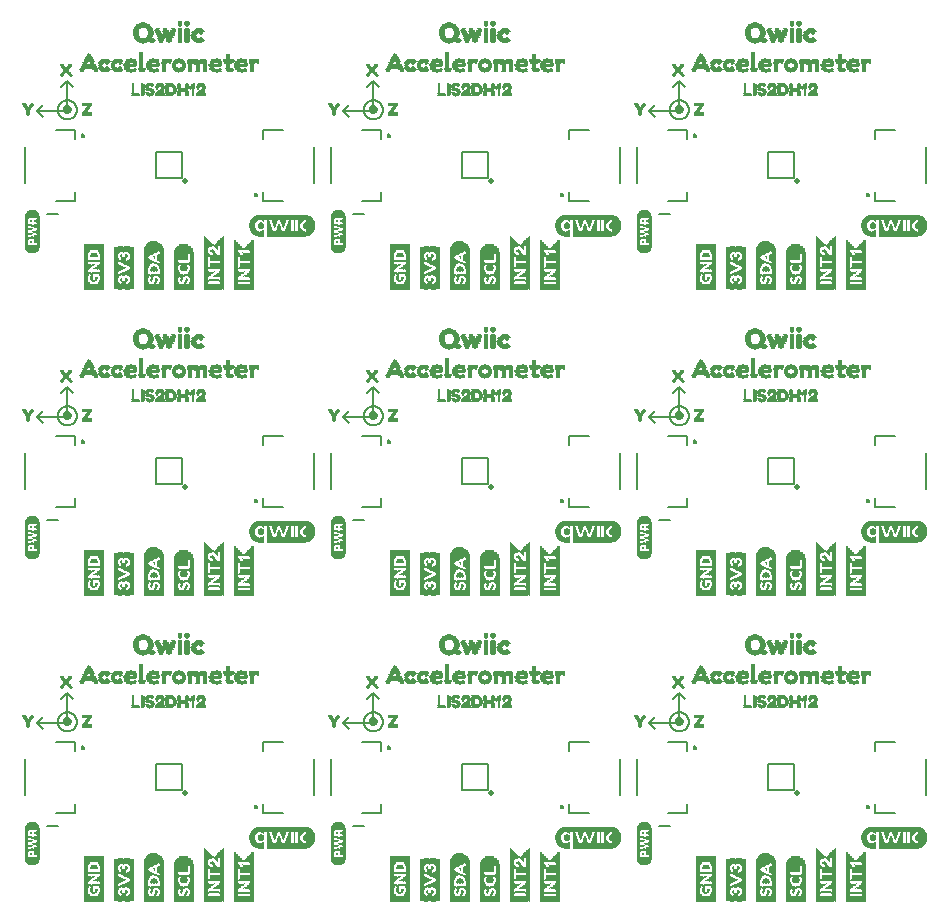
<source format=gto>
G75*
%MOIN*%
%OFA0B0*%
%FSLAX25Y25*%
%IPPOS*%
%LPD*%
%AMOC8*
5,1,8,0,0,1.08239X$1,22.5*
%
%ADD10C,0.00800*%
%ADD11C,0.02000*%
%ADD12R,0.00157X0.13858*%
%ADD13R,0.00157X0.14331*%
%ADD14R,0.00157X0.14646*%
%ADD15R,0.00157X0.14961*%
%ADD16R,0.00157X0.15118*%
%ADD17R,0.00157X0.15276*%
%ADD18R,0.00157X0.15433*%
%ADD19R,0.00157X0.02835*%
%ADD20R,0.00157X0.11969*%
%ADD21R,0.00157X0.02520*%
%ADD22R,0.00157X0.01102*%
%ADD23R,0.00157X0.03150*%
%ADD24R,0.00157X0.04567*%
%ADD25R,0.00157X0.02205*%
%ADD26R,0.00157X0.00787*%
%ADD27R,0.00157X0.02677*%
%ADD28R,0.00157X0.04409*%
%ADD29R,0.00157X0.02047*%
%ADD30R,0.00157X0.00630*%
%ADD31R,0.00157X0.01890*%
%ADD32R,0.00157X0.01732*%
%ADD33R,0.00157X0.01575*%
%ADD34R,0.00157X0.00945*%
%ADD35R,0.00157X0.02362*%
%ADD36R,0.00157X0.01260*%
%ADD37R,0.00157X0.01417*%
%ADD38R,0.00157X0.04252*%
%ADD39R,0.00157X0.00315*%
%ADD40R,0.00157X0.04094*%
%ADD41R,0.00157X0.00472*%
%ADD42R,0.00157X0.03937*%
%ADD43R,0.00157X0.03307*%
%ADD44R,0.00157X0.03780*%
%ADD45R,0.00157X0.03465*%
%ADD46R,0.00157X0.02992*%
%ADD47R,0.00157X0.12913*%
%ADD48R,0.00157X0.13386*%
%ADD49R,0.00157X0.13701*%
%ADD50R,0.00157X0.14016*%
%ADD51R,0.00157X0.14173*%
%ADD52R,0.00157X0.14488*%
%ADD53R,0.00157X0.07087*%
%ADD54R,0.00157X0.04882*%
%ADD55R,0.00157X0.05039*%
%ADD56R,0.00157X0.05197*%
%ADD57R,0.00157X0.03622*%
%ADD58R,0.00157X0.00157*%
%ADD59R,0.00157X0.11024*%
%ADD60R,0.00118X0.10748*%
%ADD61R,0.00118X0.11457*%
%ADD62R,0.00079X0.11929*%
%ADD63R,0.00157X0.12402*%
%ADD64R,0.00118X0.12638*%
%ADD65R,0.00118X0.12874*%
%ADD66R,0.00079X0.13110*%
%ADD67R,0.00118X0.04961*%
%ADD68R,0.00118X0.03071*%
%ADD69R,0.00118X0.05079*%
%ADD70R,0.00157X0.02244*%
%ADD71R,0.00157X0.01181*%
%ADD72R,0.00118X0.02244*%
%ADD73R,0.00118X0.00591*%
%ADD74R,0.00118X0.00945*%
%ADD75R,0.00118X0.00354*%
%ADD76R,0.00118X0.02598*%
%ADD77R,0.00118X0.02362*%
%ADD78R,0.00118X0.00472*%
%ADD79R,0.00118X0.00827*%
%ADD80R,0.00118X0.02480*%
%ADD81R,0.00157X0.02480*%
%ADD82R,0.00157X0.00236*%
%ADD83R,0.00157X0.00709*%
%ADD84R,0.00157X0.00354*%
%ADD85R,0.00118X0.00709*%
%ADD86R,0.00118X0.00236*%
%ADD87R,0.00157X0.02598*%
%ADD88R,0.00157X0.00591*%
%ADD89R,0.00157X0.00118*%
%ADD90R,0.00118X0.02717*%
%ADD91R,0.00118X0.02835*%
%ADD92R,0.00157X0.00827*%
%ADD93R,0.00118X0.01299*%
%ADD94R,0.00118X0.01654*%
%ADD95R,0.00118X0.01063*%
%ADD96R,0.00157X0.01063*%
%ADD97R,0.00118X0.01181*%
%ADD98R,0.00118X0.02126*%
%ADD99R,0.00157X0.02126*%
%ADD100R,0.00118X0.01417*%
%ADD101R,0.00118X0.13110*%
%ADD102R,0.00118X0.12402*%
%ADD103R,0.00118X0.11929*%
%ADD104R,0.01024X0.00236*%
%ADD105R,0.01260X0.00236*%
%ADD106R,0.01535X0.00276*%
%ADD107R,0.01811X0.00276*%
%ADD108R,0.02795X0.00236*%
%ADD109R,0.01535X0.00236*%
%ADD110R,0.01811X0.00236*%
%ADD111R,0.03819X0.00276*%
%ADD112R,0.04370X0.00236*%
%ADD113R,0.04843X0.00276*%
%ADD114R,0.05394X0.00236*%
%ADD115R,0.00512X0.00236*%
%ADD116R,0.00748X0.00236*%
%ADD117R,0.05866X0.00276*%
%ADD118R,0.02283X0.00236*%
%ADD119R,0.02047X0.00276*%
%ADD120R,0.01024X0.00276*%
%ADD121R,0.01063X0.00276*%
%ADD122R,0.01260X0.00276*%
%ADD123R,0.01299X0.00276*%
%ADD124R,0.01772X0.00276*%
%ADD125R,0.01496X0.00236*%
%ADD126R,0.03346X0.00276*%
%ADD127R,0.01772X0.00236*%
%ADD128R,0.03819X0.00236*%
%ADD129R,0.04094X0.00276*%
%ADD130R,0.04094X0.00236*%
%ADD131R,0.02283X0.00276*%
%ADD132R,0.06102X0.00236*%
%ADD133R,0.00551X0.00236*%
%ADD134R,0.01575X0.00276*%
%ADD135R,0.05866X0.00236*%
%ADD136R,0.05630X0.00276*%
%ADD137R,0.02323X0.00236*%
%ADD138R,0.02047X0.00236*%
%ADD139R,0.05354X0.00236*%
%ADD140R,0.02559X0.00276*%
%ADD141R,0.02323X0.00276*%
%ADD142R,0.06614X0.00236*%
%ADD143R,0.06654X0.00276*%
%ADD144R,0.06378X0.00236*%
%ADD145R,0.06142X0.00276*%
%ADD146R,0.01496X0.00276*%
%ADD147R,0.03543X0.00236*%
%ADD148R,0.01299X0.00236*%
%ADD149R,0.02795X0.00276*%
%ADD150R,0.00748X0.00276*%
%ADD151R,0.00787X0.00236*%
%ADD152C,0.02000*%
%ADD153R,0.01181X0.00236*%
%ADD154R,0.00236X0.00236*%
%ADD155R,0.01654X0.00236*%
%ADD156R,0.00472X0.00236*%
%ADD157R,0.01417X0.00236*%
%ADD158R,0.01890X0.00236*%
%ADD159R,0.02126X0.00236*%
%ADD160R,0.02362X0.00236*%
%ADD161R,0.02598X0.00236*%
%ADD162R,0.02835X0.00236*%
%ADD163R,0.03307X0.00236*%
%ADD164R,0.03071X0.00236*%
%ADD165R,0.03780X0.00236*%
%ADD166R,0.04252X0.00236*%
%ADD167R,0.04488X0.00236*%
%ADD168R,0.04961X0.00236*%
%ADD169R,0.05433X0.00236*%
%ADD170R,0.04016X0.00236*%
%ADD171R,0.05906X0.00236*%
%ADD172R,0.00709X0.00236*%
%ADD173R,0.00945X0.00236*%
%ADD174R,0.00157X0.16850*%
%ADD175R,0.00157X0.16693*%
%ADD176R,0.00157X0.16535*%
%ADD177R,0.00157X0.16378*%
%ADD178R,0.00157X0.16220*%
%ADD179R,0.00157X0.16063*%
%ADD180R,0.00157X0.15906*%
%ADD181R,0.00157X0.15748*%
%ADD182R,0.00157X0.17795*%
%ADD183R,0.00157X0.17638*%
%ADD184R,0.00157X0.17480*%
%ADD185R,0.00157X0.17323*%
%ADD186R,0.00157X0.17165*%
%ADD187R,0.00157X0.17008*%
%ADD188R,0.00157X0.12598*%
%ADD189R,0.00315X0.00157*%
%ADD190R,0.01102X0.00157*%
%ADD191R,0.00945X0.00157*%
%ADD192R,0.01417X0.00157*%
%ADD193R,0.01732X0.00157*%
%ADD194R,0.02362X0.00157*%
%ADD195R,0.00787X0.00157*%
%ADD196R,0.02205X0.00157*%
%ADD197R,0.02047X0.00157*%
%ADD198R,0.02677X0.00157*%
%ADD199R,0.02520X0.00157*%
%ADD200R,0.02835X0.00157*%
%ADD201R,0.01260X0.00157*%
%ADD202R,0.02992X0.00157*%
%ADD203R,0.03150X0.00157*%
%ADD204R,0.01575X0.00157*%
%ADD205R,0.03307X0.00157*%
%ADD206R,0.00630X0.00157*%
%ADD207R,0.01890X0.00157*%
%ADD208R,0.03622X0.00157*%
%ADD209R,0.00472X0.00157*%
%ADD210C,0.00050*%
D10*
X0057467Y0062500D02*
X0061217Y0062500D01*
X0060468Y0066939D02*
X0066964Y0066939D01*
X0066964Y0069892D01*
X0050232Y0072844D02*
X0050232Y0084656D01*
X0056342Y0094750D02*
X0054342Y0096750D01*
X0056342Y0098750D01*
X0054342Y0096750D02*
X0064342Y0096750D01*
X0064342Y0106750D01*
X0062342Y0104750D01*
X0064342Y0106750D02*
X0066342Y0104750D01*
X0061180Y0097250D02*
X0061182Y0097362D01*
X0061188Y0097474D01*
X0061198Y0097586D01*
X0061212Y0097697D01*
X0061230Y0097808D01*
X0061251Y0097918D01*
X0061277Y0098028D01*
X0061307Y0098136D01*
X0061340Y0098243D01*
X0061377Y0098349D01*
X0061418Y0098454D01*
X0061463Y0098557D01*
X0061511Y0098658D01*
X0061563Y0098758D01*
X0061618Y0098855D01*
X0061676Y0098951D01*
X0061738Y0099044D01*
X0061804Y0099136D01*
X0061872Y0099225D01*
X0061944Y0099311D01*
X0062019Y0099395D01*
X0062096Y0099476D01*
X0062177Y0099554D01*
X0062260Y0099630D01*
X0062346Y0099702D01*
X0062434Y0099771D01*
X0062525Y0099837D01*
X0062617Y0099900D01*
X0062713Y0099960D01*
X0062810Y0100016D01*
X0062909Y0100069D01*
X0063010Y0100118D01*
X0063113Y0100163D01*
X0063217Y0100205D01*
X0063322Y0100243D01*
X0063429Y0100277D01*
X0063537Y0100308D01*
X0063646Y0100334D01*
X0063756Y0100357D01*
X0063867Y0100376D01*
X0063978Y0100391D01*
X0064090Y0100402D01*
X0064202Y0100409D01*
X0064314Y0100412D01*
X0064426Y0100411D01*
X0064538Y0100406D01*
X0064650Y0100397D01*
X0064762Y0100384D01*
X0064873Y0100367D01*
X0064983Y0100346D01*
X0065092Y0100322D01*
X0065201Y0100293D01*
X0065308Y0100261D01*
X0065415Y0100224D01*
X0065520Y0100185D01*
X0065623Y0100141D01*
X0065725Y0100094D01*
X0065825Y0100043D01*
X0065923Y0099988D01*
X0066019Y0099931D01*
X0066113Y0099869D01*
X0066205Y0099805D01*
X0066295Y0099737D01*
X0066382Y0099666D01*
X0066466Y0099592D01*
X0066548Y0099515D01*
X0066627Y0099436D01*
X0066703Y0099353D01*
X0066776Y0099268D01*
X0066846Y0099180D01*
X0066913Y0099090D01*
X0066977Y0098998D01*
X0067037Y0098903D01*
X0067094Y0098807D01*
X0067148Y0098708D01*
X0067198Y0098607D01*
X0067244Y0098505D01*
X0067287Y0098401D01*
X0067326Y0098296D01*
X0067361Y0098190D01*
X0067393Y0098082D01*
X0067420Y0097973D01*
X0067444Y0097863D01*
X0067464Y0097753D01*
X0067480Y0097642D01*
X0067492Y0097530D01*
X0067500Y0097418D01*
X0067504Y0097306D01*
X0067504Y0097194D01*
X0067500Y0097082D01*
X0067492Y0096970D01*
X0067480Y0096858D01*
X0067464Y0096747D01*
X0067444Y0096637D01*
X0067420Y0096527D01*
X0067393Y0096418D01*
X0067361Y0096310D01*
X0067326Y0096204D01*
X0067287Y0096099D01*
X0067244Y0095995D01*
X0067198Y0095893D01*
X0067148Y0095792D01*
X0067094Y0095693D01*
X0067037Y0095597D01*
X0066977Y0095502D01*
X0066913Y0095410D01*
X0066846Y0095320D01*
X0066776Y0095232D01*
X0066703Y0095147D01*
X0066627Y0095064D01*
X0066548Y0094985D01*
X0066466Y0094908D01*
X0066382Y0094834D01*
X0066295Y0094763D01*
X0066205Y0094695D01*
X0066113Y0094631D01*
X0066019Y0094569D01*
X0065923Y0094512D01*
X0065825Y0094457D01*
X0065725Y0094406D01*
X0065623Y0094359D01*
X0065520Y0094315D01*
X0065415Y0094276D01*
X0065308Y0094239D01*
X0065201Y0094207D01*
X0065092Y0094178D01*
X0064983Y0094154D01*
X0064873Y0094133D01*
X0064762Y0094116D01*
X0064650Y0094103D01*
X0064538Y0094094D01*
X0064426Y0094089D01*
X0064314Y0094088D01*
X0064202Y0094091D01*
X0064090Y0094098D01*
X0063978Y0094109D01*
X0063867Y0094124D01*
X0063756Y0094143D01*
X0063646Y0094166D01*
X0063537Y0094192D01*
X0063429Y0094223D01*
X0063322Y0094257D01*
X0063217Y0094295D01*
X0063113Y0094337D01*
X0063010Y0094382D01*
X0062909Y0094431D01*
X0062810Y0094484D01*
X0062713Y0094540D01*
X0062617Y0094600D01*
X0062525Y0094663D01*
X0062434Y0094729D01*
X0062346Y0094798D01*
X0062260Y0094870D01*
X0062177Y0094946D01*
X0062096Y0095024D01*
X0062019Y0095105D01*
X0061944Y0095189D01*
X0061872Y0095275D01*
X0061804Y0095364D01*
X0061738Y0095456D01*
X0061676Y0095549D01*
X0061618Y0095645D01*
X0061563Y0095742D01*
X0061511Y0095842D01*
X0061463Y0095943D01*
X0061418Y0096046D01*
X0061377Y0096151D01*
X0061340Y0096257D01*
X0061307Y0096364D01*
X0061277Y0096472D01*
X0061251Y0096582D01*
X0061230Y0096692D01*
X0061212Y0096803D01*
X0061198Y0096914D01*
X0061188Y0097026D01*
X0061182Y0097138D01*
X0061180Y0097250D01*
X0060468Y0090561D02*
X0066964Y0090561D01*
X0066964Y0087608D01*
X0069123Y0088593D02*
X0069125Y0088633D01*
X0069131Y0088672D01*
X0069141Y0088711D01*
X0069154Y0088748D01*
X0069172Y0088784D01*
X0069193Y0088818D01*
X0069217Y0088850D01*
X0069244Y0088879D01*
X0069274Y0088906D01*
X0069306Y0088929D01*
X0069341Y0088949D01*
X0069377Y0088965D01*
X0069415Y0088978D01*
X0069454Y0088987D01*
X0069493Y0088992D01*
X0069533Y0088993D01*
X0069573Y0088990D01*
X0069612Y0088983D01*
X0069650Y0088972D01*
X0069688Y0088958D01*
X0069723Y0088939D01*
X0069756Y0088918D01*
X0069788Y0088893D01*
X0069816Y0088865D01*
X0069842Y0088835D01*
X0069864Y0088802D01*
X0069883Y0088767D01*
X0069899Y0088730D01*
X0069911Y0088692D01*
X0069919Y0088653D01*
X0069923Y0088613D01*
X0069923Y0088573D01*
X0069919Y0088533D01*
X0069911Y0088494D01*
X0069899Y0088456D01*
X0069883Y0088419D01*
X0069864Y0088384D01*
X0069842Y0088351D01*
X0069816Y0088321D01*
X0069788Y0088293D01*
X0069756Y0088268D01*
X0069723Y0088247D01*
X0069688Y0088228D01*
X0069650Y0088214D01*
X0069612Y0088203D01*
X0069573Y0088196D01*
X0069533Y0088193D01*
X0069493Y0088194D01*
X0069454Y0088199D01*
X0069415Y0088208D01*
X0069377Y0088221D01*
X0069341Y0088237D01*
X0069306Y0088257D01*
X0069274Y0088280D01*
X0069244Y0088307D01*
X0069217Y0088336D01*
X0069193Y0088368D01*
X0069172Y0088402D01*
X0069154Y0088438D01*
X0069141Y0088475D01*
X0069131Y0088514D01*
X0069125Y0088553D01*
X0069123Y0088593D01*
X0094005Y0083087D02*
X0094005Y0074413D01*
X0102679Y0074413D01*
X0102679Y0083087D01*
X0094005Y0083087D01*
X0126761Y0068907D02*
X0126763Y0068947D01*
X0126769Y0068986D01*
X0126779Y0069025D01*
X0126792Y0069062D01*
X0126810Y0069098D01*
X0126831Y0069132D01*
X0126855Y0069164D01*
X0126882Y0069193D01*
X0126912Y0069220D01*
X0126944Y0069243D01*
X0126979Y0069263D01*
X0127015Y0069279D01*
X0127053Y0069292D01*
X0127092Y0069301D01*
X0127131Y0069306D01*
X0127171Y0069307D01*
X0127211Y0069304D01*
X0127250Y0069297D01*
X0127288Y0069286D01*
X0127326Y0069272D01*
X0127361Y0069253D01*
X0127394Y0069232D01*
X0127426Y0069207D01*
X0127454Y0069179D01*
X0127480Y0069149D01*
X0127502Y0069116D01*
X0127521Y0069081D01*
X0127537Y0069044D01*
X0127549Y0069006D01*
X0127557Y0068967D01*
X0127561Y0068927D01*
X0127561Y0068887D01*
X0127557Y0068847D01*
X0127549Y0068808D01*
X0127537Y0068770D01*
X0127521Y0068733D01*
X0127502Y0068698D01*
X0127480Y0068665D01*
X0127454Y0068635D01*
X0127426Y0068607D01*
X0127394Y0068582D01*
X0127361Y0068561D01*
X0127326Y0068542D01*
X0127288Y0068528D01*
X0127250Y0068517D01*
X0127211Y0068510D01*
X0127171Y0068507D01*
X0127131Y0068508D01*
X0127092Y0068513D01*
X0127053Y0068522D01*
X0127015Y0068535D01*
X0126979Y0068551D01*
X0126944Y0068571D01*
X0126912Y0068594D01*
X0126882Y0068621D01*
X0126855Y0068650D01*
X0126831Y0068682D01*
X0126810Y0068716D01*
X0126792Y0068752D01*
X0126779Y0068789D01*
X0126769Y0068828D01*
X0126763Y0068867D01*
X0126761Y0068907D01*
X0129720Y0069892D02*
X0129720Y0066939D01*
X0136216Y0066939D01*
X0146452Y0072844D02*
X0146452Y0084656D01*
X0152232Y0084656D02*
X0152232Y0072844D01*
X0162468Y0066939D02*
X0168964Y0066939D01*
X0168964Y0069892D01*
X0163217Y0062500D02*
X0159467Y0062500D01*
X0168964Y0087608D02*
X0168964Y0090561D01*
X0162468Y0090561D01*
X0158342Y0094750D02*
X0156342Y0096750D01*
X0158342Y0098750D01*
X0156342Y0096750D02*
X0166342Y0096750D01*
X0166342Y0106750D01*
X0164342Y0104750D01*
X0166342Y0106750D02*
X0168342Y0104750D01*
X0163180Y0097250D02*
X0163182Y0097362D01*
X0163188Y0097474D01*
X0163198Y0097586D01*
X0163212Y0097697D01*
X0163230Y0097808D01*
X0163251Y0097918D01*
X0163277Y0098028D01*
X0163307Y0098136D01*
X0163340Y0098243D01*
X0163377Y0098349D01*
X0163418Y0098454D01*
X0163463Y0098557D01*
X0163511Y0098658D01*
X0163563Y0098758D01*
X0163618Y0098855D01*
X0163676Y0098951D01*
X0163738Y0099044D01*
X0163804Y0099136D01*
X0163872Y0099225D01*
X0163944Y0099311D01*
X0164019Y0099395D01*
X0164096Y0099476D01*
X0164177Y0099554D01*
X0164260Y0099630D01*
X0164346Y0099702D01*
X0164434Y0099771D01*
X0164525Y0099837D01*
X0164617Y0099900D01*
X0164713Y0099960D01*
X0164810Y0100016D01*
X0164909Y0100069D01*
X0165010Y0100118D01*
X0165113Y0100163D01*
X0165217Y0100205D01*
X0165322Y0100243D01*
X0165429Y0100277D01*
X0165537Y0100308D01*
X0165646Y0100334D01*
X0165756Y0100357D01*
X0165867Y0100376D01*
X0165978Y0100391D01*
X0166090Y0100402D01*
X0166202Y0100409D01*
X0166314Y0100412D01*
X0166426Y0100411D01*
X0166538Y0100406D01*
X0166650Y0100397D01*
X0166762Y0100384D01*
X0166873Y0100367D01*
X0166983Y0100346D01*
X0167092Y0100322D01*
X0167201Y0100293D01*
X0167308Y0100261D01*
X0167415Y0100224D01*
X0167520Y0100185D01*
X0167623Y0100141D01*
X0167725Y0100094D01*
X0167825Y0100043D01*
X0167923Y0099988D01*
X0168019Y0099931D01*
X0168113Y0099869D01*
X0168205Y0099805D01*
X0168295Y0099737D01*
X0168382Y0099666D01*
X0168466Y0099592D01*
X0168548Y0099515D01*
X0168627Y0099436D01*
X0168703Y0099353D01*
X0168776Y0099268D01*
X0168846Y0099180D01*
X0168913Y0099090D01*
X0168977Y0098998D01*
X0169037Y0098903D01*
X0169094Y0098807D01*
X0169148Y0098708D01*
X0169198Y0098607D01*
X0169244Y0098505D01*
X0169287Y0098401D01*
X0169326Y0098296D01*
X0169361Y0098190D01*
X0169393Y0098082D01*
X0169420Y0097973D01*
X0169444Y0097863D01*
X0169464Y0097753D01*
X0169480Y0097642D01*
X0169492Y0097530D01*
X0169500Y0097418D01*
X0169504Y0097306D01*
X0169504Y0097194D01*
X0169500Y0097082D01*
X0169492Y0096970D01*
X0169480Y0096858D01*
X0169464Y0096747D01*
X0169444Y0096637D01*
X0169420Y0096527D01*
X0169393Y0096418D01*
X0169361Y0096310D01*
X0169326Y0096204D01*
X0169287Y0096099D01*
X0169244Y0095995D01*
X0169198Y0095893D01*
X0169148Y0095792D01*
X0169094Y0095693D01*
X0169037Y0095597D01*
X0168977Y0095502D01*
X0168913Y0095410D01*
X0168846Y0095320D01*
X0168776Y0095232D01*
X0168703Y0095147D01*
X0168627Y0095064D01*
X0168548Y0094985D01*
X0168466Y0094908D01*
X0168382Y0094834D01*
X0168295Y0094763D01*
X0168205Y0094695D01*
X0168113Y0094631D01*
X0168019Y0094569D01*
X0167923Y0094512D01*
X0167825Y0094457D01*
X0167725Y0094406D01*
X0167623Y0094359D01*
X0167520Y0094315D01*
X0167415Y0094276D01*
X0167308Y0094239D01*
X0167201Y0094207D01*
X0167092Y0094178D01*
X0166983Y0094154D01*
X0166873Y0094133D01*
X0166762Y0094116D01*
X0166650Y0094103D01*
X0166538Y0094094D01*
X0166426Y0094089D01*
X0166314Y0094088D01*
X0166202Y0094091D01*
X0166090Y0094098D01*
X0165978Y0094109D01*
X0165867Y0094124D01*
X0165756Y0094143D01*
X0165646Y0094166D01*
X0165537Y0094192D01*
X0165429Y0094223D01*
X0165322Y0094257D01*
X0165217Y0094295D01*
X0165113Y0094337D01*
X0165010Y0094382D01*
X0164909Y0094431D01*
X0164810Y0094484D01*
X0164713Y0094540D01*
X0164617Y0094600D01*
X0164525Y0094663D01*
X0164434Y0094729D01*
X0164346Y0094798D01*
X0164260Y0094870D01*
X0164177Y0094946D01*
X0164096Y0095024D01*
X0164019Y0095105D01*
X0163944Y0095189D01*
X0163872Y0095275D01*
X0163804Y0095364D01*
X0163738Y0095456D01*
X0163676Y0095549D01*
X0163618Y0095645D01*
X0163563Y0095742D01*
X0163511Y0095842D01*
X0163463Y0095943D01*
X0163418Y0096046D01*
X0163377Y0096151D01*
X0163340Y0096257D01*
X0163307Y0096364D01*
X0163277Y0096472D01*
X0163251Y0096582D01*
X0163230Y0096692D01*
X0163212Y0096803D01*
X0163198Y0096914D01*
X0163188Y0097026D01*
X0163182Y0097138D01*
X0163180Y0097250D01*
X0171123Y0088593D02*
X0171125Y0088633D01*
X0171131Y0088672D01*
X0171141Y0088711D01*
X0171154Y0088748D01*
X0171172Y0088784D01*
X0171193Y0088818D01*
X0171217Y0088850D01*
X0171244Y0088879D01*
X0171274Y0088906D01*
X0171306Y0088929D01*
X0171341Y0088949D01*
X0171377Y0088965D01*
X0171415Y0088978D01*
X0171454Y0088987D01*
X0171493Y0088992D01*
X0171533Y0088993D01*
X0171573Y0088990D01*
X0171612Y0088983D01*
X0171650Y0088972D01*
X0171688Y0088958D01*
X0171723Y0088939D01*
X0171756Y0088918D01*
X0171788Y0088893D01*
X0171816Y0088865D01*
X0171842Y0088835D01*
X0171864Y0088802D01*
X0171883Y0088767D01*
X0171899Y0088730D01*
X0171911Y0088692D01*
X0171919Y0088653D01*
X0171923Y0088613D01*
X0171923Y0088573D01*
X0171919Y0088533D01*
X0171911Y0088494D01*
X0171899Y0088456D01*
X0171883Y0088419D01*
X0171864Y0088384D01*
X0171842Y0088351D01*
X0171816Y0088321D01*
X0171788Y0088293D01*
X0171756Y0088268D01*
X0171723Y0088247D01*
X0171688Y0088228D01*
X0171650Y0088214D01*
X0171612Y0088203D01*
X0171573Y0088196D01*
X0171533Y0088193D01*
X0171493Y0088194D01*
X0171454Y0088199D01*
X0171415Y0088208D01*
X0171377Y0088221D01*
X0171341Y0088237D01*
X0171306Y0088257D01*
X0171274Y0088280D01*
X0171244Y0088307D01*
X0171217Y0088336D01*
X0171193Y0088368D01*
X0171172Y0088402D01*
X0171154Y0088438D01*
X0171141Y0088475D01*
X0171131Y0088514D01*
X0171125Y0088553D01*
X0171123Y0088593D01*
X0196005Y0083087D02*
X0196005Y0074413D01*
X0204679Y0074413D01*
X0204679Y0083087D01*
X0196005Y0083087D01*
X0231720Y0087608D02*
X0231720Y0090561D01*
X0238216Y0090561D01*
X0248452Y0084656D02*
X0248452Y0072844D01*
X0254232Y0072844D02*
X0254232Y0084656D01*
X0260342Y0094750D02*
X0258342Y0096750D01*
X0260342Y0098750D01*
X0258342Y0096750D02*
X0268342Y0096750D01*
X0268342Y0106750D01*
X0266342Y0104750D01*
X0268342Y0106750D02*
X0270342Y0104750D01*
X0265180Y0097250D02*
X0265182Y0097362D01*
X0265188Y0097474D01*
X0265198Y0097586D01*
X0265212Y0097697D01*
X0265230Y0097808D01*
X0265251Y0097918D01*
X0265277Y0098028D01*
X0265307Y0098136D01*
X0265340Y0098243D01*
X0265377Y0098349D01*
X0265418Y0098454D01*
X0265463Y0098557D01*
X0265511Y0098658D01*
X0265563Y0098758D01*
X0265618Y0098855D01*
X0265676Y0098951D01*
X0265738Y0099044D01*
X0265804Y0099136D01*
X0265872Y0099225D01*
X0265944Y0099311D01*
X0266019Y0099395D01*
X0266096Y0099476D01*
X0266177Y0099554D01*
X0266260Y0099630D01*
X0266346Y0099702D01*
X0266434Y0099771D01*
X0266525Y0099837D01*
X0266617Y0099900D01*
X0266713Y0099960D01*
X0266810Y0100016D01*
X0266909Y0100069D01*
X0267010Y0100118D01*
X0267113Y0100163D01*
X0267217Y0100205D01*
X0267322Y0100243D01*
X0267429Y0100277D01*
X0267537Y0100308D01*
X0267646Y0100334D01*
X0267756Y0100357D01*
X0267867Y0100376D01*
X0267978Y0100391D01*
X0268090Y0100402D01*
X0268202Y0100409D01*
X0268314Y0100412D01*
X0268426Y0100411D01*
X0268538Y0100406D01*
X0268650Y0100397D01*
X0268762Y0100384D01*
X0268873Y0100367D01*
X0268983Y0100346D01*
X0269092Y0100322D01*
X0269201Y0100293D01*
X0269308Y0100261D01*
X0269415Y0100224D01*
X0269520Y0100185D01*
X0269623Y0100141D01*
X0269725Y0100094D01*
X0269825Y0100043D01*
X0269923Y0099988D01*
X0270019Y0099931D01*
X0270113Y0099869D01*
X0270205Y0099805D01*
X0270295Y0099737D01*
X0270382Y0099666D01*
X0270466Y0099592D01*
X0270548Y0099515D01*
X0270627Y0099436D01*
X0270703Y0099353D01*
X0270776Y0099268D01*
X0270846Y0099180D01*
X0270913Y0099090D01*
X0270977Y0098998D01*
X0271037Y0098903D01*
X0271094Y0098807D01*
X0271148Y0098708D01*
X0271198Y0098607D01*
X0271244Y0098505D01*
X0271287Y0098401D01*
X0271326Y0098296D01*
X0271361Y0098190D01*
X0271393Y0098082D01*
X0271420Y0097973D01*
X0271444Y0097863D01*
X0271464Y0097753D01*
X0271480Y0097642D01*
X0271492Y0097530D01*
X0271500Y0097418D01*
X0271504Y0097306D01*
X0271504Y0097194D01*
X0271500Y0097082D01*
X0271492Y0096970D01*
X0271480Y0096858D01*
X0271464Y0096747D01*
X0271444Y0096637D01*
X0271420Y0096527D01*
X0271393Y0096418D01*
X0271361Y0096310D01*
X0271326Y0096204D01*
X0271287Y0096099D01*
X0271244Y0095995D01*
X0271198Y0095893D01*
X0271148Y0095792D01*
X0271094Y0095693D01*
X0271037Y0095597D01*
X0270977Y0095502D01*
X0270913Y0095410D01*
X0270846Y0095320D01*
X0270776Y0095232D01*
X0270703Y0095147D01*
X0270627Y0095064D01*
X0270548Y0094985D01*
X0270466Y0094908D01*
X0270382Y0094834D01*
X0270295Y0094763D01*
X0270205Y0094695D01*
X0270113Y0094631D01*
X0270019Y0094569D01*
X0269923Y0094512D01*
X0269825Y0094457D01*
X0269725Y0094406D01*
X0269623Y0094359D01*
X0269520Y0094315D01*
X0269415Y0094276D01*
X0269308Y0094239D01*
X0269201Y0094207D01*
X0269092Y0094178D01*
X0268983Y0094154D01*
X0268873Y0094133D01*
X0268762Y0094116D01*
X0268650Y0094103D01*
X0268538Y0094094D01*
X0268426Y0094089D01*
X0268314Y0094088D01*
X0268202Y0094091D01*
X0268090Y0094098D01*
X0267978Y0094109D01*
X0267867Y0094124D01*
X0267756Y0094143D01*
X0267646Y0094166D01*
X0267537Y0094192D01*
X0267429Y0094223D01*
X0267322Y0094257D01*
X0267217Y0094295D01*
X0267113Y0094337D01*
X0267010Y0094382D01*
X0266909Y0094431D01*
X0266810Y0094484D01*
X0266713Y0094540D01*
X0266617Y0094600D01*
X0266525Y0094663D01*
X0266434Y0094729D01*
X0266346Y0094798D01*
X0266260Y0094870D01*
X0266177Y0094946D01*
X0266096Y0095024D01*
X0266019Y0095105D01*
X0265944Y0095189D01*
X0265872Y0095275D01*
X0265804Y0095364D01*
X0265738Y0095456D01*
X0265676Y0095549D01*
X0265618Y0095645D01*
X0265563Y0095742D01*
X0265511Y0095842D01*
X0265463Y0095943D01*
X0265418Y0096046D01*
X0265377Y0096151D01*
X0265340Y0096257D01*
X0265307Y0096364D01*
X0265277Y0096472D01*
X0265251Y0096582D01*
X0265230Y0096692D01*
X0265212Y0096803D01*
X0265198Y0096914D01*
X0265188Y0097026D01*
X0265182Y0097138D01*
X0265180Y0097250D01*
X0264468Y0090561D02*
X0270964Y0090561D01*
X0270964Y0087608D01*
X0273123Y0088593D02*
X0273125Y0088633D01*
X0273131Y0088672D01*
X0273141Y0088711D01*
X0273154Y0088748D01*
X0273172Y0088784D01*
X0273193Y0088818D01*
X0273217Y0088850D01*
X0273244Y0088879D01*
X0273274Y0088906D01*
X0273306Y0088929D01*
X0273341Y0088949D01*
X0273377Y0088965D01*
X0273415Y0088978D01*
X0273454Y0088987D01*
X0273493Y0088992D01*
X0273533Y0088993D01*
X0273573Y0088990D01*
X0273612Y0088983D01*
X0273650Y0088972D01*
X0273688Y0088958D01*
X0273723Y0088939D01*
X0273756Y0088918D01*
X0273788Y0088893D01*
X0273816Y0088865D01*
X0273842Y0088835D01*
X0273864Y0088802D01*
X0273883Y0088767D01*
X0273899Y0088730D01*
X0273911Y0088692D01*
X0273919Y0088653D01*
X0273923Y0088613D01*
X0273923Y0088573D01*
X0273919Y0088533D01*
X0273911Y0088494D01*
X0273899Y0088456D01*
X0273883Y0088419D01*
X0273864Y0088384D01*
X0273842Y0088351D01*
X0273816Y0088321D01*
X0273788Y0088293D01*
X0273756Y0088268D01*
X0273723Y0088247D01*
X0273688Y0088228D01*
X0273650Y0088214D01*
X0273612Y0088203D01*
X0273573Y0088196D01*
X0273533Y0088193D01*
X0273493Y0088194D01*
X0273454Y0088199D01*
X0273415Y0088208D01*
X0273377Y0088221D01*
X0273341Y0088237D01*
X0273306Y0088257D01*
X0273274Y0088280D01*
X0273244Y0088307D01*
X0273217Y0088336D01*
X0273193Y0088368D01*
X0273172Y0088402D01*
X0273154Y0088438D01*
X0273141Y0088475D01*
X0273131Y0088514D01*
X0273125Y0088553D01*
X0273123Y0088593D01*
X0270964Y0069892D02*
X0270964Y0066939D01*
X0264468Y0066939D01*
X0265217Y0062500D02*
X0261467Y0062500D01*
X0238216Y0066939D02*
X0231720Y0066939D01*
X0231720Y0069892D01*
X0228761Y0068907D02*
X0228763Y0068947D01*
X0228769Y0068986D01*
X0228779Y0069025D01*
X0228792Y0069062D01*
X0228810Y0069098D01*
X0228831Y0069132D01*
X0228855Y0069164D01*
X0228882Y0069193D01*
X0228912Y0069220D01*
X0228944Y0069243D01*
X0228979Y0069263D01*
X0229015Y0069279D01*
X0229053Y0069292D01*
X0229092Y0069301D01*
X0229131Y0069306D01*
X0229171Y0069307D01*
X0229211Y0069304D01*
X0229250Y0069297D01*
X0229288Y0069286D01*
X0229326Y0069272D01*
X0229361Y0069253D01*
X0229394Y0069232D01*
X0229426Y0069207D01*
X0229454Y0069179D01*
X0229480Y0069149D01*
X0229502Y0069116D01*
X0229521Y0069081D01*
X0229537Y0069044D01*
X0229549Y0069006D01*
X0229557Y0068967D01*
X0229561Y0068927D01*
X0229561Y0068887D01*
X0229557Y0068847D01*
X0229549Y0068808D01*
X0229537Y0068770D01*
X0229521Y0068733D01*
X0229502Y0068698D01*
X0229480Y0068665D01*
X0229454Y0068635D01*
X0229426Y0068607D01*
X0229394Y0068582D01*
X0229361Y0068561D01*
X0229326Y0068542D01*
X0229288Y0068528D01*
X0229250Y0068517D01*
X0229211Y0068510D01*
X0229171Y0068507D01*
X0229131Y0068508D01*
X0229092Y0068513D01*
X0229053Y0068522D01*
X0229015Y0068535D01*
X0228979Y0068551D01*
X0228944Y0068571D01*
X0228912Y0068594D01*
X0228882Y0068621D01*
X0228855Y0068650D01*
X0228831Y0068682D01*
X0228810Y0068716D01*
X0228792Y0068752D01*
X0228779Y0068789D01*
X0228769Y0068828D01*
X0228763Y0068867D01*
X0228761Y0068907D01*
X0298005Y0074413D02*
X0298005Y0083087D01*
X0306679Y0083087D01*
X0306679Y0074413D01*
X0298005Y0074413D01*
X0330761Y0068907D02*
X0330763Y0068947D01*
X0330769Y0068986D01*
X0330779Y0069025D01*
X0330792Y0069062D01*
X0330810Y0069098D01*
X0330831Y0069132D01*
X0330855Y0069164D01*
X0330882Y0069193D01*
X0330912Y0069220D01*
X0330944Y0069243D01*
X0330979Y0069263D01*
X0331015Y0069279D01*
X0331053Y0069292D01*
X0331092Y0069301D01*
X0331131Y0069306D01*
X0331171Y0069307D01*
X0331211Y0069304D01*
X0331250Y0069297D01*
X0331288Y0069286D01*
X0331326Y0069272D01*
X0331361Y0069253D01*
X0331394Y0069232D01*
X0331426Y0069207D01*
X0331454Y0069179D01*
X0331480Y0069149D01*
X0331502Y0069116D01*
X0331521Y0069081D01*
X0331537Y0069044D01*
X0331549Y0069006D01*
X0331557Y0068967D01*
X0331561Y0068927D01*
X0331561Y0068887D01*
X0331557Y0068847D01*
X0331549Y0068808D01*
X0331537Y0068770D01*
X0331521Y0068733D01*
X0331502Y0068698D01*
X0331480Y0068665D01*
X0331454Y0068635D01*
X0331426Y0068607D01*
X0331394Y0068582D01*
X0331361Y0068561D01*
X0331326Y0068542D01*
X0331288Y0068528D01*
X0331250Y0068517D01*
X0331211Y0068510D01*
X0331171Y0068507D01*
X0331131Y0068508D01*
X0331092Y0068513D01*
X0331053Y0068522D01*
X0331015Y0068535D01*
X0330979Y0068551D01*
X0330944Y0068571D01*
X0330912Y0068594D01*
X0330882Y0068621D01*
X0330855Y0068650D01*
X0330831Y0068682D01*
X0330810Y0068716D01*
X0330792Y0068752D01*
X0330779Y0068789D01*
X0330769Y0068828D01*
X0330763Y0068867D01*
X0330761Y0068907D01*
X0333720Y0069892D02*
X0333720Y0066939D01*
X0340216Y0066939D01*
X0350452Y0072844D02*
X0350452Y0084656D01*
X0340216Y0090561D02*
X0333720Y0090561D01*
X0333720Y0087608D01*
X0265217Y0164500D02*
X0261467Y0164500D01*
X0264468Y0168939D02*
X0270964Y0168939D01*
X0270964Y0171892D01*
X0254232Y0174844D02*
X0254232Y0186656D01*
X0248452Y0186656D02*
X0248452Y0174844D01*
X0238216Y0168939D02*
X0231720Y0168939D01*
X0231720Y0171892D01*
X0228761Y0170907D02*
X0228763Y0170947D01*
X0228769Y0170986D01*
X0228779Y0171025D01*
X0228792Y0171062D01*
X0228810Y0171098D01*
X0228831Y0171132D01*
X0228855Y0171164D01*
X0228882Y0171193D01*
X0228912Y0171220D01*
X0228944Y0171243D01*
X0228979Y0171263D01*
X0229015Y0171279D01*
X0229053Y0171292D01*
X0229092Y0171301D01*
X0229131Y0171306D01*
X0229171Y0171307D01*
X0229211Y0171304D01*
X0229250Y0171297D01*
X0229288Y0171286D01*
X0229326Y0171272D01*
X0229361Y0171253D01*
X0229394Y0171232D01*
X0229426Y0171207D01*
X0229454Y0171179D01*
X0229480Y0171149D01*
X0229502Y0171116D01*
X0229521Y0171081D01*
X0229537Y0171044D01*
X0229549Y0171006D01*
X0229557Y0170967D01*
X0229561Y0170927D01*
X0229561Y0170887D01*
X0229557Y0170847D01*
X0229549Y0170808D01*
X0229537Y0170770D01*
X0229521Y0170733D01*
X0229502Y0170698D01*
X0229480Y0170665D01*
X0229454Y0170635D01*
X0229426Y0170607D01*
X0229394Y0170582D01*
X0229361Y0170561D01*
X0229326Y0170542D01*
X0229288Y0170528D01*
X0229250Y0170517D01*
X0229211Y0170510D01*
X0229171Y0170507D01*
X0229131Y0170508D01*
X0229092Y0170513D01*
X0229053Y0170522D01*
X0229015Y0170535D01*
X0228979Y0170551D01*
X0228944Y0170571D01*
X0228912Y0170594D01*
X0228882Y0170621D01*
X0228855Y0170650D01*
X0228831Y0170682D01*
X0228810Y0170716D01*
X0228792Y0170752D01*
X0228779Y0170789D01*
X0228769Y0170828D01*
X0228763Y0170867D01*
X0228761Y0170907D01*
X0231720Y0189608D02*
X0231720Y0192561D01*
X0238216Y0192561D01*
X0258342Y0198750D02*
X0260342Y0196750D01*
X0258342Y0198750D02*
X0260342Y0200750D01*
X0258342Y0198750D02*
X0268342Y0198750D01*
X0268342Y0208750D01*
X0266342Y0206750D01*
X0268342Y0208750D02*
X0270342Y0206750D01*
X0265180Y0199250D02*
X0265182Y0199362D01*
X0265188Y0199474D01*
X0265198Y0199586D01*
X0265212Y0199697D01*
X0265230Y0199808D01*
X0265251Y0199918D01*
X0265277Y0200028D01*
X0265307Y0200136D01*
X0265340Y0200243D01*
X0265377Y0200349D01*
X0265418Y0200454D01*
X0265463Y0200557D01*
X0265511Y0200658D01*
X0265563Y0200758D01*
X0265618Y0200855D01*
X0265676Y0200951D01*
X0265738Y0201044D01*
X0265804Y0201136D01*
X0265872Y0201225D01*
X0265944Y0201311D01*
X0266019Y0201395D01*
X0266096Y0201476D01*
X0266177Y0201554D01*
X0266260Y0201630D01*
X0266346Y0201702D01*
X0266434Y0201771D01*
X0266525Y0201837D01*
X0266617Y0201900D01*
X0266713Y0201960D01*
X0266810Y0202016D01*
X0266909Y0202069D01*
X0267010Y0202118D01*
X0267113Y0202163D01*
X0267217Y0202205D01*
X0267322Y0202243D01*
X0267429Y0202277D01*
X0267537Y0202308D01*
X0267646Y0202334D01*
X0267756Y0202357D01*
X0267867Y0202376D01*
X0267978Y0202391D01*
X0268090Y0202402D01*
X0268202Y0202409D01*
X0268314Y0202412D01*
X0268426Y0202411D01*
X0268538Y0202406D01*
X0268650Y0202397D01*
X0268762Y0202384D01*
X0268873Y0202367D01*
X0268983Y0202346D01*
X0269092Y0202322D01*
X0269201Y0202293D01*
X0269308Y0202261D01*
X0269415Y0202224D01*
X0269520Y0202185D01*
X0269623Y0202141D01*
X0269725Y0202094D01*
X0269825Y0202043D01*
X0269923Y0201988D01*
X0270019Y0201931D01*
X0270113Y0201869D01*
X0270205Y0201805D01*
X0270295Y0201737D01*
X0270382Y0201666D01*
X0270466Y0201592D01*
X0270548Y0201515D01*
X0270627Y0201436D01*
X0270703Y0201353D01*
X0270776Y0201268D01*
X0270846Y0201180D01*
X0270913Y0201090D01*
X0270977Y0200998D01*
X0271037Y0200903D01*
X0271094Y0200807D01*
X0271148Y0200708D01*
X0271198Y0200607D01*
X0271244Y0200505D01*
X0271287Y0200401D01*
X0271326Y0200296D01*
X0271361Y0200190D01*
X0271393Y0200082D01*
X0271420Y0199973D01*
X0271444Y0199863D01*
X0271464Y0199753D01*
X0271480Y0199642D01*
X0271492Y0199530D01*
X0271500Y0199418D01*
X0271504Y0199306D01*
X0271504Y0199194D01*
X0271500Y0199082D01*
X0271492Y0198970D01*
X0271480Y0198858D01*
X0271464Y0198747D01*
X0271444Y0198637D01*
X0271420Y0198527D01*
X0271393Y0198418D01*
X0271361Y0198310D01*
X0271326Y0198204D01*
X0271287Y0198099D01*
X0271244Y0197995D01*
X0271198Y0197893D01*
X0271148Y0197792D01*
X0271094Y0197693D01*
X0271037Y0197597D01*
X0270977Y0197502D01*
X0270913Y0197410D01*
X0270846Y0197320D01*
X0270776Y0197232D01*
X0270703Y0197147D01*
X0270627Y0197064D01*
X0270548Y0196985D01*
X0270466Y0196908D01*
X0270382Y0196834D01*
X0270295Y0196763D01*
X0270205Y0196695D01*
X0270113Y0196631D01*
X0270019Y0196569D01*
X0269923Y0196512D01*
X0269825Y0196457D01*
X0269725Y0196406D01*
X0269623Y0196359D01*
X0269520Y0196315D01*
X0269415Y0196276D01*
X0269308Y0196239D01*
X0269201Y0196207D01*
X0269092Y0196178D01*
X0268983Y0196154D01*
X0268873Y0196133D01*
X0268762Y0196116D01*
X0268650Y0196103D01*
X0268538Y0196094D01*
X0268426Y0196089D01*
X0268314Y0196088D01*
X0268202Y0196091D01*
X0268090Y0196098D01*
X0267978Y0196109D01*
X0267867Y0196124D01*
X0267756Y0196143D01*
X0267646Y0196166D01*
X0267537Y0196192D01*
X0267429Y0196223D01*
X0267322Y0196257D01*
X0267217Y0196295D01*
X0267113Y0196337D01*
X0267010Y0196382D01*
X0266909Y0196431D01*
X0266810Y0196484D01*
X0266713Y0196540D01*
X0266617Y0196600D01*
X0266525Y0196663D01*
X0266434Y0196729D01*
X0266346Y0196798D01*
X0266260Y0196870D01*
X0266177Y0196946D01*
X0266096Y0197024D01*
X0266019Y0197105D01*
X0265944Y0197189D01*
X0265872Y0197275D01*
X0265804Y0197364D01*
X0265738Y0197456D01*
X0265676Y0197549D01*
X0265618Y0197645D01*
X0265563Y0197742D01*
X0265511Y0197842D01*
X0265463Y0197943D01*
X0265418Y0198046D01*
X0265377Y0198151D01*
X0265340Y0198257D01*
X0265307Y0198364D01*
X0265277Y0198472D01*
X0265251Y0198582D01*
X0265230Y0198692D01*
X0265212Y0198803D01*
X0265198Y0198914D01*
X0265188Y0199026D01*
X0265182Y0199138D01*
X0265180Y0199250D01*
X0264468Y0192561D02*
X0270964Y0192561D01*
X0270964Y0189608D01*
X0273123Y0190593D02*
X0273125Y0190633D01*
X0273131Y0190672D01*
X0273141Y0190711D01*
X0273154Y0190748D01*
X0273172Y0190784D01*
X0273193Y0190818D01*
X0273217Y0190850D01*
X0273244Y0190879D01*
X0273274Y0190906D01*
X0273306Y0190929D01*
X0273341Y0190949D01*
X0273377Y0190965D01*
X0273415Y0190978D01*
X0273454Y0190987D01*
X0273493Y0190992D01*
X0273533Y0190993D01*
X0273573Y0190990D01*
X0273612Y0190983D01*
X0273650Y0190972D01*
X0273688Y0190958D01*
X0273723Y0190939D01*
X0273756Y0190918D01*
X0273788Y0190893D01*
X0273816Y0190865D01*
X0273842Y0190835D01*
X0273864Y0190802D01*
X0273883Y0190767D01*
X0273899Y0190730D01*
X0273911Y0190692D01*
X0273919Y0190653D01*
X0273923Y0190613D01*
X0273923Y0190573D01*
X0273919Y0190533D01*
X0273911Y0190494D01*
X0273899Y0190456D01*
X0273883Y0190419D01*
X0273864Y0190384D01*
X0273842Y0190351D01*
X0273816Y0190321D01*
X0273788Y0190293D01*
X0273756Y0190268D01*
X0273723Y0190247D01*
X0273688Y0190228D01*
X0273650Y0190214D01*
X0273612Y0190203D01*
X0273573Y0190196D01*
X0273533Y0190193D01*
X0273493Y0190194D01*
X0273454Y0190199D01*
X0273415Y0190208D01*
X0273377Y0190221D01*
X0273341Y0190237D01*
X0273306Y0190257D01*
X0273274Y0190280D01*
X0273244Y0190307D01*
X0273217Y0190336D01*
X0273193Y0190368D01*
X0273172Y0190402D01*
X0273154Y0190438D01*
X0273141Y0190475D01*
X0273131Y0190514D01*
X0273125Y0190553D01*
X0273123Y0190593D01*
X0298005Y0185087D02*
X0298005Y0176413D01*
X0306679Y0176413D01*
X0306679Y0185087D01*
X0298005Y0185087D01*
X0330761Y0170907D02*
X0330763Y0170947D01*
X0330769Y0170986D01*
X0330779Y0171025D01*
X0330792Y0171062D01*
X0330810Y0171098D01*
X0330831Y0171132D01*
X0330855Y0171164D01*
X0330882Y0171193D01*
X0330912Y0171220D01*
X0330944Y0171243D01*
X0330979Y0171263D01*
X0331015Y0171279D01*
X0331053Y0171292D01*
X0331092Y0171301D01*
X0331131Y0171306D01*
X0331171Y0171307D01*
X0331211Y0171304D01*
X0331250Y0171297D01*
X0331288Y0171286D01*
X0331326Y0171272D01*
X0331361Y0171253D01*
X0331394Y0171232D01*
X0331426Y0171207D01*
X0331454Y0171179D01*
X0331480Y0171149D01*
X0331502Y0171116D01*
X0331521Y0171081D01*
X0331537Y0171044D01*
X0331549Y0171006D01*
X0331557Y0170967D01*
X0331561Y0170927D01*
X0331561Y0170887D01*
X0331557Y0170847D01*
X0331549Y0170808D01*
X0331537Y0170770D01*
X0331521Y0170733D01*
X0331502Y0170698D01*
X0331480Y0170665D01*
X0331454Y0170635D01*
X0331426Y0170607D01*
X0331394Y0170582D01*
X0331361Y0170561D01*
X0331326Y0170542D01*
X0331288Y0170528D01*
X0331250Y0170517D01*
X0331211Y0170510D01*
X0331171Y0170507D01*
X0331131Y0170508D01*
X0331092Y0170513D01*
X0331053Y0170522D01*
X0331015Y0170535D01*
X0330979Y0170551D01*
X0330944Y0170571D01*
X0330912Y0170594D01*
X0330882Y0170621D01*
X0330855Y0170650D01*
X0330831Y0170682D01*
X0330810Y0170716D01*
X0330792Y0170752D01*
X0330779Y0170789D01*
X0330769Y0170828D01*
X0330763Y0170867D01*
X0330761Y0170907D01*
X0333720Y0171892D02*
X0333720Y0168939D01*
X0340216Y0168939D01*
X0350452Y0174844D02*
X0350452Y0186656D01*
X0340216Y0192561D02*
X0333720Y0192561D01*
X0333720Y0189608D01*
X0265217Y0266500D02*
X0261467Y0266500D01*
X0264468Y0270939D02*
X0270964Y0270939D01*
X0270964Y0273892D01*
X0254232Y0276844D02*
X0254232Y0288656D01*
X0248452Y0288656D02*
X0248452Y0276844D01*
X0238216Y0270939D02*
X0231720Y0270939D01*
X0231720Y0273892D01*
X0228761Y0272907D02*
X0228763Y0272947D01*
X0228769Y0272986D01*
X0228779Y0273025D01*
X0228792Y0273062D01*
X0228810Y0273098D01*
X0228831Y0273132D01*
X0228855Y0273164D01*
X0228882Y0273193D01*
X0228912Y0273220D01*
X0228944Y0273243D01*
X0228979Y0273263D01*
X0229015Y0273279D01*
X0229053Y0273292D01*
X0229092Y0273301D01*
X0229131Y0273306D01*
X0229171Y0273307D01*
X0229211Y0273304D01*
X0229250Y0273297D01*
X0229288Y0273286D01*
X0229326Y0273272D01*
X0229361Y0273253D01*
X0229394Y0273232D01*
X0229426Y0273207D01*
X0229454Y0273179D01*
X0229480Y0273149D01*
X0229502Y0273116D01*
X0229521Y0273081D01*
X0229537Y0273044D01*
X0229549Y0273006D01*
X0229557Y0272967D01*
X0229561Y0272927D01*
X0229561Y0272887D01*
X0229557Y0272847D01*
X0229549Y0272808D01*
X0229537Y0272770D01*
X0229521Y0272733D01*
X0229502Y0272698D01*
X0229480Y0272665D01*
X0229454Y0272635D01*
X0229426Y0272607D01*
X0229394Y0272582D01*
X0229361Y0272561D01*
X0229326Y0272542D01*
X0229288Y0272528D01*
X0229250Y0272517D01*
X0229211Y0272510D01*
X0229171Y0272507D01*
X0229131Y0272508D01*
X0229092Y0272513D01*
X0229053Y0272522D01*
X0229015Y0272535D01*
X0228979Y0272551D01*
X0228944Y0272571D01*
X0228912Y0272594D01*
X0228882Y0272621D01*
X0228855Y0272650D01*
X0228831Y0272682D01*
X0228810Y0272716D01*
X0228792Y0272752D01*
X0228779Y0272789D01*
X0228769Y0272828D01*
X0228763Y0272867D01*
X0228761Y0272907D01*
X0231720Y0291608D02*
X0231720Y0294561D01*
X0238216Y0294561D01*
X0258342Y0300750D02*
X0260342Y0298750D01*
X0258342Y0300750D02*
X0260342Y0302750D01*
X0258342Y0300750D02*
X0268342Y0300750D01*
X0268342Y0310750D01*
X0266342Y0308750D01*
X0268342Y0310750D02*
X0270342Y0308750D01*
X0265180Y0301250D02*
X0265182Y0301362D01*
X0265188Y0301474D01*
X0265198Y0301586D01*
X0265212Y0301697D01*
X0265230Y0301808D01*
X0265251Y0301918D01*
X0265277Y0302028D01*
X0265307Y0302136D01*
X0265340Y0302243D01*
X0265377Y0302349D01*
X0265418Y0302454D01*
X0265463Y0302557D01*
X0265511Y0302658D01*
X0265563Y0302758D01*
X0265618Y0302855D01*
X0265676Y0302951D01*
X0265738Y0303044D01*
X0265804Y0303136D01*
X0265872Y0303225D01*
X0265944Y0303311D01*
X0266019Y0303395D01*
X0266096Y0303476D01*
X0266177Y0303554D01*
X0266260Y0303630D01*
X0266346Y0303702D01*
X0266434Y0303771D01*
X0266525Y0303837D01*
X0266617Y0303900D01*
X0266713Y0303960D01*
X0266810Y0304016D01*
X0266909Y0304069D01*
X0267010Y0304118D01*
X0267113Y0304163D01*
X0267217Y0304205D01*
X0267322Y0304243D01*
X0267429Y0304277D01*
X0267537Y0304308D01*
X0267646Y0304334D01*
X0267756Y0304357D01*
X0267867Y0304376D01*
X0267978Y0304391D01*
X0268090Y0304402D01*
X0268202Y0304409D01*
X0268314Y0304412D01*
X0268426Y0304411D01*
X0268538Y0304406D01*
X0268650Y0304397D01*
X0268762Y0304384D01*
X0268873Y0304367D01*
X0268983Y0304346D01*
X0269092Y0304322D01*
X0269201Y0304293D01*
X0269308Y0304261D01*
X0269415Y0304224D01*
X0269520Y0304185D01*
X0269623Y0304141D01*
X0269725Y0304094D01*
X0269825Y0304043D01*
X0269923Y0303988D01*
X0270019Y0303931D01*
X0270113Y0303869D01*
X0270205Y0303805D01*
X0270295Y0303737D01*
X0270382Y0303666D01*
X0270466Y0303592D01*
X0270548Y0303515D01*
X0270627Y0303436D01*
X0270703Y0303353D01*
X0270776Y0303268D01*
X0270846Y0303180D01*
X0270913Y0303090D01*
X0270977Y0302998D01*
X0271037Y0302903D01*
X0271094Y0302807D01*
X0271148Y0302708D01*
X0271198Y0302607D01*
X0271244Y0302505D01*
X0271287Y0302401D01*
X0271326Y0302296D01*
X0271361Y0302190D01*
X0271393Y0302082D01*
X0271420Y0301973D01*
X0271444Y0301863D01*
X0271464Y0301753D01*
X0271480Y0301642D01*
X0271492Y0301530D01*
X0271500Y0301418D01*
X0271504Y0301306D01*
X0271504Y0301194D01*
X0271500Y0301082D01*
X0271492Y0300970D01*
X0271480Y0300858D01*
X0271464Y0300747D01*
X0271444Y0300637D01*
X0271420Y0300527D01*
X0271393Y0300418D01*
X0271361Y0300310D01*
X0271326Y0300204D01*
X0271287Y0300099D01*
X0271244Y0299995D01*
X0271198Y0299893D01*
X0271148Y0299792D01*
X0271094Y0299693D01*
X0271037Y0299597D01*
X0270977Y0299502D01*
X0270913Y0299410D01*
X0270846Y0299320D01*
X0270776Y0299232D01*
X0270703Y0299147D01*
X0270627Y0299064D01*
X0270548Y0298985D01*
X0270466Y0298908D01*
X0270382Y0298834D01*
X0270295Y0298763D01*
X0270205Y0298695D01*
X0270113Y0298631D01*
X0270019Y0298569D01*
X0269923Y0298512D01*
X0269825Y0298457D01*
X0269725Y0298406D01*
X0269623Y0298359D01*
X0269520Y0298315D01*
X0269415Y0298276D01*
X0269308Y0298239D01*
X0269201Y0298207D01*
X0269092Y0298178D01*
X0268983Y0298154D01*
X0268873Y0298133D01*
X0268762Y0298116D01*
X0268650Y0298103D01*
X0268538Y0298094D01*
X0268426Y0298089D01*
X0268314Y0298088D01*
X0268202Y0298091D01*
X0268090Y0298098D01*
X0267978Y0298109D01*
X0267867Y0298124D01*
X0267756Y0298143D01*
X0267646Y0298166D01*
X0267537Y0298192D01*
X0267429Y0298223D01*
X0267322Y0298257D01*
X0267217Y0298295D01*
X0267113Y0298337D01*
X0267010Y0298382D01*
X0266909Y0298431D01*
X0266810Y0298484D01*
X0266713Y0298540D01*
X0266617Y0298600D01*
X0266525Y0298663D01*
X0266434Y0298729D01*
X0266346Y0298798D01*
X0266260Y0298870D01*
X0266177Y0298946D01*
X0266096Y0299024D01*
X0266019Y0299105D01*
X0265944Y0299189D01*
X0265872Y0299275D01*
X0265804Y0299364D01*
X0265738Y0299456D01*
X0265676Y0299549D01*
X0265618Y0299645D01*
X0265563Y0299742D01*
X0265511Y0299842D01*
X0265463Y0299943D01*
X0265418Y0300046D01*
X0265377Y0300151D01*
X0265340Y0300257D01*
X0265307Y0300364D01*
X0265277Y0300472D01*
X0265251Y0300582D01*
X0265230Y0300692D01*
X0265212Y0300803D01*
X0265198Y0300914D01*
X0265188Y0301026D01*
X0265182Y0301138D01*
X0265180Y0301250D01*
X0264468Y0294561D02*
X0270964Y0294561D01*
X0270964Y0291608D01*
X0273123Y0292593D02*
X0273125Y0292633D01*
X0273131Y0292672D01*
X0273141Y0292711D01*
X0273154Y0292748D01*
X0273172Y0292784D01*
X0273193Y0292818D01*
X0273217Y0292850D01*
X0273244Y0292879D01*
X0273274Y0292906D01*
X0273306Y0292929D01*
X0273341Y0292949D01*
X0273377Y0292965D01*
X0273415Y0292978D01*
X0273454Y0292987D01*
X0273493Y0292992D01*
X0273533Y0292993D01*
X0273573Y0292990D01*
X0273612Y0292983D01*
X0273650Y0292972D01*
X0273688Y0292958D01*
X0273723Y0292939D01*
X0273756Y0292918D01*
X0273788Y0292893D01*
X0273816Y0292865D01*
X0273842Y0292835D01*
X0273864Y0292802D01*
X0273883Y0292767D01*
X0273899Y0292730D01*
X0273911Y0292692D01*
X0273919Y0292653D01*
X0273923Y0292613D01*
X0273923Y0292573D01*
X0273919Y0292533D01*
X0273911Y0292494D01*
X0273899Y0292456D01*
X0273883Y0292419D01*
X0273864Y0292384D01*
X0273842Y0292351D01*
X0273816Y0292321D01*
X0273788Y0292293D01*
X0273756Y0292268D01*
X0273723Y0292247D01*
X0273688Y0292228D01*
X0273650Y0292214D01*
X0273612Y0292203D01*
X0273573Y0292196D01*
X0273533Y0292193D01*
X0273493Y0292194D01*
X0273454Y0292199D01*
X0273415Y0292208D01*
X0273377Y0292221D01*
X0273341Y0292237D01*
X0273306Y0292257D01*
X0273274Y0292280D01*
X0273244Y0292307D01*
X0273217Y0292336D01*
X0273193Y0292368D01*
X0273172Y0292402D01*
X0273154Y0292438D01*
X0273141Y0292475D01*
X0273131Y0292514D01*
X0273125Y0292553D01*
X0273123Y0292593D01*
X0298005Y0287087D02*
X0298005Y0278413D01*
X0306679Y0278413D01*
X0306679Y0287087D01*
X0298005Y0287087D01*
X0330761Y0272907D02*
X0330763Y0272947D01*
X0330769Y0272986D01*
X0330779Y0273025D01*
X0330792Y0273062D01*
X0330810Y0273098D01*
X0330831Y0273132D01*
X0330855Y0273164D01*
X0330882Y0273193D01*
X0330912Y0273220D01*
X0330944Y0273243D01*
X0330979Y0273263D01*
X0331015Y0273279D01*
X0331053Y0273292D01*
X0331092Y0273301D01*
X0331131Y0273306D01*
X0331171Y0273307D01*
X0331211Y0273304D01*
X0331250Y0273297D01*
X0331288Y0273286D01*
X0331326Y0273272D01*
X0331361Y0273253D01*
X0331394Y0273232D01*
X0331426Y0273207D01*
X0331454Y0273179D01*
X0331480Y0273149D01*
X0331502Y0273116D01*
X0331521Y0273081D01*
X0331537Y0273044D01*
X0331549Y0273006D01*
X0331557Y0272967D01*
X0331561Y0272927D01*
X0331561Y0272887D01*
X0331557Y0272847D01*
X0331549Y0272808D01*
X0331537Y0272770D01*
X0331521Y0272733D01*
X0331502Y0272698D01*
X0331480Y0272665D01*
X0331454Y0272635D01*
X0331426Y0272607D01*
X0331394Y0272582D01*
X0331361Y0272561D01*
X0331326Y0272542D01*
X0331288Y0272528D01*
X0331250Y0272517D01*
X0331211Y0272510D01*
X0331171Y0272507D01*
X0331131Y0272508D01*
X0331092Y0272513D01*
X0331053Y0272522D01*
X0331015Y0272535D01*
X0330979Y0272551D01*
X0330944Y0272571D01*
X0330912Y0272594D01*
X0330882Y0272621D01*
X0330855Y0272650D01*
X0330831Y0272682D01*
X0330810Y0272716D01*
X0330792Y0272752D01*
X0330779Y0272789D01*
X0330769Y0272828D01*
X0330763Y0272867D01*
X0330761Y0272907D01*
X0333720Y0273892D02*
X0333720Y0270939D01*
X0340216Y0270939D01*
X0350452Y0276844D02*
X0350452Y0288656D01*
X0340216Y0294561D02*
X0333720Y0294561D01*
X0333720Y0291608D01*
X0204679Y0287087D02*
X0204679Y0278413D01*
X0196005Y0278413D01*
X0196005Y0287087D01*
X0204679Y0287087D01*
X0171123Y0292593D02*
X0171125Y0292633D01*
X0171131Y0292672D01*
X0171141Y0292711D01*
X0171154Y0292748D01*
X0171172Y0292784D01*
X0171193Y0292818D01*
X0171217Y0292850D01*
X0171244Y0292879D01*
X0171274Y0292906D01*
X0171306Y0292929D01*
X0171341Y0292949D01*
X0171377Y0292965D01*
X0171415Y0292978D01*
X0171454Y0292987D01*
X0171493Y0292992D01*
X0171533Y0292993D01*
X0171573Y0292990D01*
X0171612Y0292983D01*
X0171650Y0292972D01*
X0171688Y0292958D01*
X0171723Y0292939D01*
X0171756Y0292918D01*
X0171788Y0292893D01*
X0171816Y0292865D01*
X0171842Y0292835D01*
X0171864Y0292802D01*
X0171883Y0292767D01*
X0171899Y0292730D01*
X0171911Y0292692D01*
X0171919Y0292653D01*
X0171923Y0292613D01*
X0171923Y0292573D01*
X0171919Y0292533D01*
X0171911Y0292494D01*
X0171899Y0292456D01*
X0171883Y0292419D01*
X0171864Y0292384D01*
X0171842Y0292351D01*
X0171816Y0292321D01*
X0171788Y0292293D01*
X0171756Y0292268D01*
X0171723Y0292247D01*
X0171688Y0292228D01*
X0171650Y0292214D01*
X0171612Y0292203D01*
X0171573Y0292196D01*
X0171533Y0292193D01*
X0171493Y0292194D01*
X0171454Y0292199D01*
X0171415Y0292208D01*
X0171377Y0292221D01*
X0171341Y0292237D01*
X0171306Y0292257D01*
X0171274Y0292280D01*
X0171244Y0292307D01*
X0171217Y0292336D01*
X0171193Y0292368D01*
X0171172Y0292402D01*
X0171154Y0292438D01*
X0171141Y0292475D01*
X0171131Y0292514D01*
X0171125Y0292553D01*
X0171123Y0292593D01*
X0168964Y0291608D02*
X0168964Y0294561D01*
X0162468Y0294561D01*
X0158342Y0298750D02*
X0156342Y0300750D01*
X0158342Y0302750D01*
X0156342Y0300750D02*
X0166342Y0300750D01*
X0166342Y0310750D01*
X0164342Y0308750D01*
X0166342Y0310750D02*
X0168342Y0308750D01*
X0163180Y0301250D02*
X0163182Y0301362D01*
X0163188Y0301474D01*
X0163198Y0301586D01*
X0163212Y0301697D01*
X0163230Y0301808D01*
X0163251Y0301918D01*
X0163277Y0302028D01*
X0163307Y0302136D01*
X0163340Y0302243D01*
X0163377Y0302349D01*
X0163418Y0302454D01*
X0163463Y0302557D01*
X0163511Y0302658D01*
X0163563Y0302758D01*
X0163618Y0302855D01*
X0163676Y0302951D01*
X0163738Y0303044D01*
X0163804Y0303136D01*
X0163872Y0303225D01*
X0163944Y0303311D01*
X0164019Y0303395D01*
X0164096Y0303476D01*
X0164177Y0303554D01*
X0164260Y0303630D01*
X0164346Y0303702D01*
X0164434Y0303771D01*
X0164525Y0303837D01*
X0164617Y0303900D01*
X0164713Y0303960D01*
X0164810Y0304016D01*
X0164909Y0304069D01*
X0165010Y0304118D01*
X0165113Y0304163D01*
X0165217Y0304205D01*
X0165322Y0304243D01*
X0165429Y0304277D01*
X0165537Y0304308D01*
X0165646Y0304334D01*
X0165756Y0304357D01*
X0165867Y0304376D01*
X0165978Y0304391D01*
X0166090Y0304402D01*
X0166202Y0304409D01*
X0166314Y0304412D01*
X0166426Y0304411D01*
X0166538Y0304406D01*
X0166650Y0304397D01*
X0166762Y0304384D01*
X0166873Y0304367D01*
X0166983Y0304346D01*
X0167092Y0304322D01*
X0167201Y0304293D01*
X0167308Y0304261D01*
X0167415Y0304224D01*
X0167520Y0304185D01*
X0167623Y0304141D01*
X0167725Y0304094D01*
X0167825Y0304043D01*
X0167923Y0303988D01*
X0168019Y0303931D01*
X0168113Y0303869D01*
X0168205Y0303805D01*
X0168295Y0303737D01*
X0168382Y0303666D01*
X0168466Y0303592D01*
X0168548Y0303515D01*
X0168627Y0303436D01*
X0168703Y0303353D01*
X0168776Y0303268D01*
X0168846Y0303180D01*
X0168913Y0303090D01*
X0168977Y0302998D01*
X0169037Y0302903D01*
X0169094Y0302807D01*
X0169148Y0302708D01*
X0169198Y0302607D01*
X0169244Y0302505D01*
X0169287Y0302401D01*
X0169326Y0302296D01*
X0169361Y0302190D01*
X0169393Y0302082D01*
X0169420Y0301973D01*
X0169444Y0301863D01*
X0169464Y0301753D01*
X0169480Y0301642D01*
X0169492Y0301530D01*
X0169500Y0301418D01*
X0169504Y0301306D01*
X0169504Y0301194D01*
X0169500Y0301082D01*
X0169492Y0300970D01*
X0169480Y0300858D01*
X0169464Y0300747D01*
X0169444Y0300637D01*
X0169420Y0300527D01*
X0169393Y0300418D01*
X0169361Y0300310D01*
X0169326Y0300204D01*
X0169287Y0300099D01*
X0169244Y0299995D01*
X0169198Y0299893D01*
X0169148Y0299792D01*
X0169094Y0299693D01*
X0169037Y0299597D01*
X0168977Y0299502D01*
X0168913Y0299410D01*
X0168846Y0299320D01*
X0168776Y0299232D01*
X0168703Y0299147D01*
X0168627Y0299064D01*
X0168548Y0298985D01*
X0168466Y0298908D01*
X0168382Y0298834D01*
X0168295Y0298763D01*
X0168205Y0298695D01*
X0168113Y0298631D01*
X0168019Y0298569D01*
X0167923Y0298512D01*
X0167825Y0298457D01*
X0167725Y0298406D01*
X0167623Y0298359D01*
X0167520Y0298315D01*
X0167415Y0298276D01*
X0167308Y0298239D01*
X0167201Y0298207D01*
X0167092Y0298178D01*
X0166983Y0298154D01*
X0166873Y0298133D01*
X0166762Y0298116D01*
X0166650Y0298103D01*
X0166538Y0298094D01*
X0166426Y0298089D01*
X0166314Y0298088D01*
X0166202Y0298091D01*
X0166090Y0298098D01*
X0165978Y0298109D01*
X0165867Y0298124D01*
X0165756Y0298143D01*
X0165646Y0298166D01*
X0165537Y0298192D01*
X0165429Y0298223D01*
X0165322Y0298257D01*
X0165217Y0298295D01*
X0165113Y0298337D01*
X0165010Y0298382D01*
X0164909Y0298431D01*
X0164810Y0298484D01*
X0164713Y0298540D01*
X0164617Y0298600D01*
X0164525Y0298663D01*
X0164434Y0298729D01*
X0164346Y0298798D01*
X0164260Y0298870D01*
X0164177Y0298946D01*
X0164096Y0299024D01*
X0164019Y0299105D01*
X0163944Y0299189D01*
X0163872Y0299275D01*
X0163804Y0299364D01*
X0163738Y0299456D01*
X0163676Y0299549D01*
X0163618Y0299645D01*
X0163563Y0299742D01*
X0163511Y0299842D01*
X0163463Y0299943D01*
X0163418Y0300046D01*
X0163377Y0300151D01*
X0163340Y0300257D01*
X0163307Y0300364D01*
X0163277Y0300472D01*
X0163251Y0300582D01*
X0163230Y0300692D01*
X0163212Y0300803D01*
X0163198Y0300914D01*
X0163188Y0301026D01*
X0163182Y0301138D01*
X0163180Y0301250D01*
X0152232Y0288656D02*
X0152232Y0276844D01*
X0146452Y0276844D02*
X0146452Y0288656D01*
X0136216Y0294561D02*
X0129720Y0294561D01*
X0129720Y0291608D01*
X0129720Y0273892D02*
X0129720Y0270939D01*
X0136216Y0270939D01*
X0126761Y0272907D02*
X0126763Y0272947D01*
X0126769Y0272986D01*
X0126779Y0273025D01*
X0126792Y0273062D01*
X0126810Y0273098D01*
X0126831Y0273132D01*
X0126855Y0273164D01*
X0126882Y0273193D01*
X0126912Y0273220D01*
X0126944Y0273243D01*
X0126979Y0273263D01*
X0127015Y0273279D01*
X0127053Y0273292D01*
X0127092Y0273301D01*
X0127131Y0273306D01*
X0127171Y0273307D01*
X0127211Y0273304D01*
X0127250Y0273297D01*
X0127288Y0273286D01*
X0127326Y0273272D01*
X0127361Y0273253D01*
X0127394Y0273232D01*
X0127426Y0273207D01*
X0127454Y0273179D01*
X0127480Y0273149D01*
X0127502Y0273116D01*
X0127521Y0273081D01*
X0127537Y0273044D01*
X0127549Y0273006D01*
X0127557Y0272967D01*
X0127561Y0272927D01*
X0127561Y0272887D01*
X0127557Y0272847D01*
X0127549Y0272808D01*
X0127537Y0272770D01*
X0127521Y0272733D01*
X0127502Y0272698D01*
X0127480Y0272665D01*
X0127454Y0272635D01*
X0127426Y0272607D01*
X0127394Y0272582D01*
X0127361Y0272561D01*
X0127326Y0272542D01*
X0127288Y0272528D01*
X0127250Y0272517D01*
X0127211Y0272510D01*
X0127171Y0272507D01*
X0127131Y0272508D01*
X0127092Y0272513D01*
X0127053Y0272522D01*
X0127015Y0272535D01*
X0126979Y0272551D01*
X0126944Y0272571D01*
X0126912Y0272594D01*
X0126882Y0272621D01*
X0126855Y0272650D01*
X0126831Y0272682D01*
X0126810Y0272716D01*
X0126792Y0272752D01*
X0126779Y0272789D01*
X0126769Y0272828D01*
X0126763Y0272867D01*
X0126761Y0272907D01*
X0102679Y0278413D02*
X0094005Y0278413D01*
X0094005Y0287087D01*
X0102679Y0287087D01*
X0102679Y0278413D01*
X0069123Y0292593D02*
X0069125Y0292633D01*
X0069131Y0292672D01*
X0069141Y0292711D01*
X0069154Y0292748D01*
X0069172Y0292784D01*
X0069193Y0292818D01*
X0069217Y0292850D01*
X0069244Y0292879D01*
X0069274Y0292906D01*
X0069306Y0292929D01*
X0069341Y0292949D01*
X0069377Y0292965D01*
X0069415Y0292978D01*
X0069454Y0292987D01*
X0069493Y0292992D01*
X0069533Y0292993D01*
X0069573Y0292990D01*
X0069612Y0292983D01*
X0069650Y0292972D01*
X0069688Y0292958D01*
X0069723Y0292939D01*
X0069756Y0292918D01*
X0069788Y0292893D01*
X0069816Y0292865D01*
X0069842Y0292835D01*
X0069864Y0292802D01*
X0069883Y0292767D01*
X0069899Y0292730D01*
X0069911Y0292692D01*
X0069919Y0292653D01*
X0069923Y0292613D01*
X0069923Y0292573D01*
X0069919Y0292533D01*
X0069911Y0292494D01*
X0069899Y0292456D01*
X0069883Y0292419D01*
X0069864Y0292384D01*
X0069842Y0292351D01*
X0069816Y0292321D01*
X0069788Y0292293D01*
X0069756Y0292268D01*
X0069723Y0292247D01*
X0069688Y0292228D01*
X0069650Y0292214D01*
X0069612Y0292203D01*
X0069573Y0292196D01*
X0069533Y0292193D01*
X0069493Y0292194D01*
X0069454Y0292199D01*
X0069415Y0292208D01*
X0069377Y0292221D01*
X0069341Y0292237D01*
X0069306Y0292257D01*
X0069274Y0292280D01*
X0069244Y0292307D01*
X0069217Y0292336D01*
X0069193Y0292368D01*
X0069172Y0292402D01*
X0069154Y0292438D01*
X0069141Y0292475D01*
X0069131Y0292514D01*
X0069125Y0292553D01*
X0069123Y0292593D01*
X0066964Y0291608D02*
X0066964Y0294561D01*
X0060468Y0294561D01*
X0056342Y0298750D02*
X0054342Y0300750D01*
X0056342Y0302750D01*
X0054342Y0300750D02*
X0064342Y0300750D01*
X0064342Y0310750D01*
X0062342Y0308750D01*
X0064342Y0310750D02*
X0066342Y0308750D01*
X0061180Y0301250D02*
X0061182Y0301362D01*
X0061188Y0301474D01*
X0061198Y0301586D01*
X0061212Y0301697D01*
X0061230Y0301808D01*
X0061251Y0301918D01*
X0061277Y0302028D01*
X0061307Y0302136D01*
X0061340Y0302243D01*
X0061377Y0302349D01*
X0061418Y0302454D01*
X0061463Y0302557D01*
X0061511Y0302658D01*
X0061563Y0302758D01*
X0061618Y0302855D01*
X0061676Y0302951D01*
X0061738Y0303044D01*
X0061804Y0303136D01*
X0061872Y0303225D01*
X0061944Y0303311D01*
X0062019Y0303395D01*
X0062096Y0303476D01*
X0062177Y0303554D01*
X0062260Y0303630D01*
X0062346Y0303702D01*
X0062434Y0303771D01*
X0062525Y0303837D01*
X0062617Y0303900D01*
X0062713Y0303960D01*
X0062810Y0304016D01*
X0062909Y0304069D01*
X0063010Y0304118D01*
X0063113Y0304163D01*
X0063217Y0304205D01*
X0063322Y0304243D01*
X0063429Y0304277D01*
X0063537Y0304308D01*
X0063646Y0304334D01*
X0063756Y0304357D01*
X0063867Y0304376D01*
X0063978Y0304391D01*
X0064090Y0304402D01*
X0064202Y0304409D01*
X0064314Y0304412D01*
X0064426Y0304411D01*
X0064538Y0304406D01*
X0064650Y0304397D01*
X0064762Y0304384D01*
X0064873Y0304367D01*
X0064983Y0304346D01*
X0065092Y0304322D01*
X0065201Y0304293D01*
X0065308Y0304261D01*
X0065415Y0304224D01*
X0065520Y0304185D01*
X0065623Y0304141D01*
X0065725Y0304094D01*
X0065825Y0304043D01*
X0065923Y0303988D01*
X0066019Y0303931D01*
X0066113Y0303869D01*
X0066205Y0303805D01*
X0066295Y0303737D01*
X0066382Y0303666D01*
X0066466Y0303592D01*
X0066548Y0303515D01*
X0066627Y0303436D01*
X0066703Y0303353D01*
X0066776Y0303268D01*
X0066846Y0303180D01*
X0066913Y0303090D01*
X0066977Y0302998D01*
X0067037Y0302903D01*
X0067094Y0302807D01*
X0067148Y0302708D01*
X0067198Y0302607D01*
X0067244Y0302505D01*
X0067287Y0302401D01*
X0067326Y0302296D01*
X0067361Y0302190D01*
X0067393Y0302082D01*
X0067420Y0301973D01*
X0067444Y0301863D01*
X0067464Y0301753D01*
X0067480Y0301642D01*
X0067492Y0301530D01*
X0067500Y0301418D01*
X0067504Y0301306D01*
X0067504Y0301194D01*
X0067500Y0301082D01*
X0067492Y0300970D01*
X0067480Y0300858D01*
X0067464Y0300747D01*
X0067444Y0300637D01*
X0067420Y0300527D01*
X0067393Y0300418D01*
X0067361Y0300310D01*
X0067326Y0300204D01*
X0067287Y0300099D01*
X0067244Y0299995D01*
X0067198Y0299893D01*
X0067148Y0299792D01*
X0067094Y0299693D01*
X0067037Y0299597D01*
X0066977Y0299502D01*
X0066913Y0299410D01*
X0066846Y0299320D01*
X0066776Y0299232D01*
X0066703Y0299147D01*
X0066627Y0299064D01*
X0066548Y0298985D01*
X0066466Y0298908D01*
X0066382Y0298834D01*
X0066295Y0298763D01*
X0066205Y0298695D01*
X0066113Y0298631D01*
X0066019Y0298569D01*
X0065923Y0298512D01*
X0065825Y0298457D01*
X0065725Y0298406D01*
X0065623Y0298359D01*
X0065520Y0298315D01*
X0065415Y0298276D01*
X0065308Y0298239D01*
X0065201Y0298207D01*
X0065092Y0298178D01*
X0064983Y0298154D01*
X0064873Y0298133D01*
X0064762Y0298116D01*
X0064650Y0298103D01*
X0064538Y0298094D01*
X0064426Y0298089D01*
X0064314Y0298088D01*
X0064202Y0298091D01*
X0064090Y0298098D01*
X0063978Y0298109D01*
X0063867Y0298124D01*
X0063756Y0298143D01*
X0063646Y0298166D01*
X0063537Y0298192D01*
X0063429Y0298223D01*
X0063322Y0298257D01*
X0063217Y0298295D01*
X0063113Y0298337D01*
X0063010Y0298382D01*
X0062909Y0298431D01*
X0062810Y0298484D01*
X0062713Y0298540D01*
X0062617Y0298600D01*
X0062525Y0298663D01*
X0062434Y0298729D01*
X0062346Y0298798D01*
X0062260Y0298870D01*
X0062177Y0298946D01*
X0062096Y0299024D01*
X0062019Y0299105D01*
X0061944Y0299189D01*
X0061872Y0299275D01*
X0061804Y0299364D01*
X0061738Y0299456D01*
X0061676Y0299549D01*
X0061618Y0299645D01*
X0061563Y0299742D01*
X0061511Y0299842D01*
X0061463Y0299943D01*
X0061418Y0300046D01*
X0061377Y0300151D01*
X0061340Y0300257D01*
X0061307Y0300364D01*
X0061277Y0300472D01*
X0061251Y0300582D01*
X0061230Y0300692D01*
X0061212Y0300803D01*
X0061198Y0300914D01*
X0061188Y0301026D01*
X0061182Y0301138D01*
X0061180Y0301250D01*
X0050232Y0288656D02*
X0050232Y0276844D01*
X0060468Y0270939D02*
X0066964Y0270939D01*
X0066964Y0273892D01*
X0061217Y0266500D02*
X0057467Y0266500D01*
X0064342Y0208750D02*
X0062342Y0206750D01*
X0064342Y0208750D02*
X0066342Y0206750D01*
X0064342Y0208750D02*
X0064342Y0198750D01*
X0054342Y0198750D01*
X0056342Y0196750D01*
X0054342Y0198750D02*
X0056342Y0200750D01*
X0061180Y0199250D02*
X0061182Y0199362D01*
X0061188Y0199474D01*
X0061198Y0199586D01*
X0061212Y0199697D01*
X0061230Y0199808D01*
X0061251Y0199918D01*
X0061277Y0200028D01*
X0061307Y0200136D01*
X0061340Y0200243D01*
X0061377Y0200349D01*
X0061418Y0200454D01*
X0061463Y0200557D01*
X0061511Y0200658D01*
X0061563Y0200758D01*
X0061618Y0200855D01*
X0061676Y0200951D01*
X0061738Y0201044D01*
X0061804Y0201136D01*
X0061872Y0201225D01*
X0061944Y0201311D01*
X0062019Y0201395D01*
X0062096Y0201476D01*
X0062177Y0201554D01*
X0062260Y0201630D01*
X0062346Y0201702D01*
X0062434Y0201771D01*
X0062525Y0201837D01*
X0062617Y0201900D01*
X0062713Y0201960D01*
X0062810Y0202016D01*
X0062909Y0202069D01*
X0063010Y0202118D01*
X0063113Y0202163D01*
X0063217Y0202205D01*
X0063322Y0202243D01*
X0063429Y0202277D01*
X0063537Y0202308D01*
X0063646Y0202334D01*
X0063756Y0202357D01*
X0063867Y0202376D01*
X0063978Y0202391D01*
X0064090Y0202402D01*
X0064202Y0202409D01*
X0064314Y0202412D01*
X0064426Y0202411D01*
X0064538Y0202406D01*
X0064650Y0202397D01*
X0064762Y0202384D01*
X0064873Y0202367D01*
X0064983Y0202346D01*
X0065092Y0202322D01*
X0065201Y0202293D01*
X0065308Y0202261D01*
X0065415Y0202224D01*
X0065520Y0202185D01*
X0065623Y0202141D01*
X0065725Y0202094D01*
X0065825Y0202043D01*
X0065923Y0201988D01*
X0066019Y0201931D01*
X0066113Y0201869D01*
X0066205Y0201805D01*
X0066295Y0201737D01*
X0066382Y0201666D01*
X0066466Y0201592D01*
X0066548Y0201515D01*
X0066627Y0201436D01*
X0066703Y0201353D01*
X0066776Y0201268D01*
X0066846Y0201180D01*
X0066913Y0201090D01*
X0066977Y0200998D01*
X0067037Y0200903D01*
X0067094Y0200807D01*
X0067148Y0200708D01*
X0067198Y0200607D01*
X0067244Y0200505D01*
X0067287Y0200401D01*
X0067326Y0200296D01*
X0067361Y0200190D01*
X0067393Y0200082D01*
X0067420Y0199973D01*
X0067444Y0199863D01*
X0067464Y0199753D01*
X0067480Y0199642D01*
X0067492Y0199530D01*
X0067500Y0199418D01*
X0067504Y0199306D01*
X0067504Y0199194D01*
X0067500Y0199082D01*
X0067492Y0198970D01*
X0067480Y0198858D01*
X0067464Y0198747D01*
X0067444Y0198637D01*
X0067420Y0198527D01*
X0067393Y0198418D01*
X0067361Y0198310D01*
X0067326Y0198204D01*
X0067287Y0198099D01*
X0067244Y0197995D01*
X0067198Y0197893D01*
X0067148Y0197792D01*
X0067094Y0197693D01*
X0067037Y0197597D01*
X0066977Y0197502D01*
X0066913Y0197410D01*
X0066846Y0197320D01*
X0066776Y0197232D01*
X0066703Y0197147D01*
X0066627Y0197064D01*
X0066548Y0196985D01*
X0066466Y0196908D01*
X0066382Y0196834D01*
X0066295Y0196763D01*
X0066205Y0196695D01*
X0066113Y0196631D01*
X0066019Y0196569D01*
X0065923Y0196512D01*
X0065825Y0196457D01*
X0065725Y0196406D01*
X0065623Y0196359D01*
X0065520Y0196315D01*
X0065415Y0196276D01*
X0065308Y0196239D01*
X0065201Y0196207D01*
X0065092Y0196178D01*
X0064983Y0196154D01*
X0064873Y0196133D01*
X0064762Y0196116D01*
X0064650Y0196103D01*
X0064538Y0196094D01*
X0064426Y0196089D01*
X0064314Y0196088D01*
X0064202Y0196091D01*
X0064090Y0196098D01*
X0063978Y0196109D01*
X0063867Y0196124D01*
X0063756Y0196143D01*
X0063646Y0196166D01*
X0063537Y0196192D01*
X0063429Y0196223D01*
X0063322Y0196257D01*
X0063217Y0196295D01*
X0063113Y0196337D01*
X0063010Y0196382D01*
X0062909Y0196431D01*
X0062810Y0196484D01*
X0062713Y0196540D01*
X0062617Y0196600D01*
X0062525Y0196663D01*
X0062434Y0196729D01*
X0062346Y0196798D01*
X0062260Y0196870D01*
X0062177Y0196946D01*
X0062096Y0197024D01*
X0062019Y0197105D01*
X0061944Y0197189D01*
X0061872Y0197275D01*
X0061804Y0197364D01*
X0061738Y0197456D01*
X0061676Y0197549D01*
X0061618Y0197645D01*
X0061563Y0197742D01*
X0061511Y0197842D01*
X0061463Y0197943D01*
X0061418Y0198046D01*
X0061377Y0198151D01*
X0061340Y0198257D01*
X0061307Y0198364D01*
X0061277Y0198472D01*
X0061251Y0198582D01*
X0061230Y0198692D01*
X0061212Y0198803D01*
X0061198Y0198914D01*
X0061188Y0199026D01*
X0061182Y0199138D01*
X0061180Y0199250D01*
X0060468Y0192561D02*
X0066964Y0192561D01*
X0066964Y0189608D01*
X0069123Y0190593D02*
X0069125Y0190633D01*
X0069131Y0190672D01*
X0069141Y0190711D01*
X0069154Y0190748D01*
X0069172Y0190784D01*
X0069193Y0190818D01*
X0069217Y0190850D01*
X0069244Y0190879D01*
X0069274Y0190906D01*
X0069306Y0190929D01*
X0069341Y0190949D01*
X0069377Y0190965D01*
X0069415Y0190978D01*
X0069454Y0190987D01*
X0069493Y0190992D01*
X0069533Y0190993D01*
X0069573Y0190990D01*
X0069612Y0190983D01*
X0069650Y0190972D01*
X0069688Y0190958D01*
X0069723Y0190939D01*
X0069756Y0190918D01*
X0069788Y0190893D01*
X0069816Y0190865D01*
X0069842Y0190835D01*
X0069864Y0190802D01*
X0069883Y0190767D01*
X0069899Y0190730D01*
X0069911Y0190692D01*
X0069919Y0190653D01*
X0069923Y0190613D01*
X0069923Y0190573D01*
X0069919Y0190533D01*
X0069911Y0190494D01*
X0069899Y0190456D01*
X0069883Y0190419D01*
X0069864Y0190384D01*
X0069842Y0190351D01*
X0069816Y0190321D01*
X0069788Y0190293D01*
X0069756Y0190268D01*
X0069723Y0190247D01*
X0069688Y0190228D01*
X0069650Y0190214D01*
X0069612Y0190203D01*
X0069573Y0190196D01*
X0069533Y0190193D01*
X0069493Y0190194D01*
X0069454Y0190199D01*
X0069415Y0190208D01*
X0069377Y0190221D01*
X0069341Y0190237D01*
X0069306Y0190257D01*
X0069274Y0190280D01*
X0069244Y0190307D01*
X0069217Y0190336D01*
X0069193Y0190368D01*
X0069172Y0190402D01*
X0069154Y0190438D01*
X0069141Y0190475D01*
X0069131Y0190514D01*
X0069125Y0190553D01*
X0069123Y0190593D01*
X0050232Y0186656D02*
X0050232Y0174844D01*
X0060468Y0168939D02*
X0066964Y0168939D01*
X0066964Y0171892D01*
X0061217Y0164500D02*
X0057467Y0164500D01*
X0094005Y0176413D02*
X0094005Y0185087D01*
X0102679Y0185087D01*
X0102679Y0176413D01*
X0094005Y0176413D01*
X0126761Y0170907D02*
X0126763Y0170947D01*
X0126769Y0170986D01*
X0126779Y0171025D01*
X0126792Y0171062D01*
X0126810Y0171098D01*
X0126831Y0171132D01*
X0126855Y0171164D01*
X0126882Y0171193D01*
X0126912Y0171220D01*
X0126944Y0171243D01*
X0126979Y0171263D01*
X0127015Y0171279D01*
X0127053Y0171292D01*
X0127092Y0171301D01*
X0127131Y0171306D01*
X0127171Y0171307D01*
X0127211Y0171304D01*
X0127250Y0171297D01*
X0127288Y0171286D01*
X0127326Y0171272D01*
X0127361Y0171253D01*
X0127394Y0171232D01*
X0127426Y0171207D01*
X0127454Y0171179D01*
X0127480Y0171149D01*
X0127502Y0171116D01*
X0127521Y0171081D01*
X0127537Y0171044D01*
X0127549Y0171006D01*
X0127557Y0170967D01*
X0127561Y0170927D01*
X0127561Y0170887D01*
X0127557Y0170847D01*
X0127549Y0170808D01*
X0127537Y0170770D01*
X0127521Y0170733D01*
X0127502Y0170698D01*
X0127480Y0170665D01*
X0127454Y0170635D01*
X0127426Y0170607D01*
X0127394Y0170582D01*
X0127361Y0170561D01*
X0127326Y0170542D01*
X0127288Y0170528D01*
X0127250Y0170517D01*
X0127211Y0170510D01*
X0127171Y0170507D01*
X0127131Y0170508D01*
X0127092Y0170513D01*
X0127053Y0170522D01*
X0127015Y0170535D01*
X0126979Y0170551D01*
X0126944Y0170571D01*
X0126912Y0170594D01*
X0126882Y0170621D01*
X0126855Y0170650D01*
X0126831Y0170682D01*
X0126810Y0170716D01*
X0126792Y0170752D01*
X0126779Y0170789D01*
X0126769Y0170828D01*
X0126763Y0170867D01*
X0126761Y0170907D01*
X0129720Y0171892D02*
X0129720Y0168939D01*
X0136216Y0168939D01*
X0146452Y0174844D02*
X0146452Y0186656D01*
X0152232Y0186656D02*
X0152232Y0174844D01*
X0162468Y0168939D02*
X0168964Y0168939D01*
X0168964Y0171892D01*
X0163217Y0164500D02*
X0159467Y0164500D01*
X0168964Y0189608D02*
X0168964Y0192561D01*
X0162468Y0192561D01*
X0158342Y0196750D02*
X0156342Y0198750D01*
X0158342Y0200750D01*
X0156342Y0198750D02*
X0166342Y0198750D01*
X0166342Y0208750D01*
X0164342Y0206750D01*
X0166342Y0208750D02*
X0168342Y0206750D01*
X0163180Y0199250D02*
X0163182Y0199362D01*
X0163188Y0199474D01*
X0163198Y0199586D01*
X0163212Y0199697D01*
X0163230Y0199808D01*
X0163251Y0199918D01*
X0163277Y0200028D01*
X0163307Y0200136D01*
X0163340Y0200243D01*
X0163377Y0200349D01*
X0163418Y0200454D01*
X0163463Y0200557D01*
X0163511Y0200658D01*
X0163563Y0200758D01*
X0163618Y0200855D01*
X0163676Y0200951D01*
X0163738Y0201044D01*
X0163804Y0201136D01*
X0163872Y0201225D01*
X0163944Y0201311D01*
X0164019Y0201395D01*
X0164096Y0201476D01*
X0164177Y0201554D01*
X0164260Y0201630D01*
X0164346Y0201702D01*
X0164434Y0201771D01*
X0164525Y0201837D01*
X0164617Y0201900D01*
X0164713Y0201960D01*
X0164810Y0202016D01*
X0164909Y0202069D01*
X0165010Y0202118D01*
X0165113Y0202163D01*
X0165217Y0202205D01*
X0165322Y0202243D01*
X0165429Y0202277D01*
X0165537Y0202308D01*
X0165646Y0202334D01*
X0165756Y0202357D01*
X0165867Y0202376D01*
X0165978Y0202391D01*
X0166090Y0202402D01*
X0166202Y0202409D01*
X0166314Y0202412D01*
X0166426Y0202411D01*
X0166538Y0202406D01*
X0166650Y0202397D01*
X0166762Y0202384D01*
X0166873Y0202367D01*
X0166983Y0202346D01*
X0167092Y0202322D01*
X0167201Y0202293D01*
X0167308Y0202261D01*
X0167415Y0202224D01*
X0167520Y0202185D01*
X0167623Y0202141D01*
X0167725Y0202094D01*
X0167825Y0202043D01*
X0167923Y0201988D01*
X0168019Y0201931D01*
X0168113Y0201869D01*
X0168205Y0201805D01*
X0168295Y0201737D01*
X0168382Y0201666D01*
X0168466Y0201592D01*
X0168548Y0201515D01*
X0168627Y0201436D01*
X0168703Y0201353D01*
X0168776Y0201268D01*
X0168846Y0201180D01*
X0168913Y0201090D01*
X0168977Y0200998D01*
X0169037Y0200903D01*
X0169094Y0200807D01*
X0169148Y0200708D01*
X0169198Y0200607D01*
X0169244Y0200505D01*
X0169287Y0200401D01*
X0169326Y0200296D01*
X0169361Y0200190D01*
X0169393Y0200082D01*
X0169420Y0199973D01*
X0169444Y0199863D01*
X0169464Y0199753D01*
X0169480Y0199642D01*
X0169492Y0199530D01*
X0169500Y0199418D01*
X0169504Y0199306D01*
X0169504Y0199194D01*
X0169500Y0199082D01*
X0169492Y0198970D01*
X0169480Y0198858D01*
X0169464Y0198747D01*
X0169444Y0198637D01*
X0169420Y0198527D01*
X0169393Y0198418D01*
X0169361Y0198310D01*
X0169326Y0198204D01*
X0169287Y0198099D01*
X0169244Y0197995D01*
X0169198Y0197893D01*
X0169148Y0197792D01*
X0169094Y0197693D01*
X0169037Y0197597D01*
X0168977Y0197502D01*
X0168913Y0197410D01*
X0168846Y0197320D01*
X0168776Y0197232D01*
X0168703Y0197147D01*
X0168627Y0197064D01*
X0168548Y0196985D01*
X0168466Y0196908D01*
X0168382Y0196834D01*
X0168295Y0196763D01*
X0168205Y0196695D01*
X0168113Y0196631D01*
X0168019Y0196569D01*
X0167923Y0196512D01*
X0167825Y0196457D01*
X0167725Y0196406D01*
X0167623Y0196359D01*
X0167520Y0196315D01*
X0167415Y0196276D01*
X0167308Y0196239D01*
X0167201Y0196207D01*
X0167092Y0196178D01*
X0166983Y0196154D01*
X0166873Y0196133D01*
X0166762Y0196116D01*
X0166650Y0196103D01*
X0166538Y0196094D01*
X0166426Y0196089D01*
X0166314Y0196088D01*
X0166202Y0196091D01*
X0166090Y0196098D01*
X0165978Y0196109D01*
X0165867Y0196124D01*
X0165756Y0196143D01*
X0165646Y0196166D01*
X0165537Y0196192D01*
X0165429Y0196223D01*
X0165322Y0196257D01*
X0165217Y0196295D01*
X0165113Y0196337D01*
X0165010Y0196382D01*
X0164909Y0196431D01*
X0164810Y0196484D01*
X0164713Y0196540D01*
X0164617Y0196600D01*
X0164525Y0196663D01*
X0164434Y0196729D01*
X0164346Y0196798D01*
X0164260Y0196870D01*
X0164177Y0196946D01*
X0164096Y0197024D01*
X0164019Y0197105D01*
X0163944Y0197189D01*
X0163872Y0197275D01*
X0163804Y0197364D01*
X0163738Y0197456D01*
X0163676Y0197549D01*
X0163618Y0197645D01*
X0163563Y0197742D01*
X0163511Y0197842D01*
X0163463Y0197943D01*
X0163418Y0198046D01*
X0163377Y0198151D01*
X0163340Y0198257D01*
X0163307Y0198364D01*
X0163277Y0198472D01*
X0163251Y0198582D01*
X0163230Y0198692D01*
X0163212Y0198803D01*
X0163198Y0198914D01*
X0163188Y0199026D01*
X0163182Y0199138D01*
X0163180Y0199250D01*
X0171123Y0190593D02*
X0171125Y0190633D01*
X0171131Y0190672D01*
X0171141Y0190711D01*
X0171154Y0190748D01*
X0171172Y0190784D01*
X0171193Y0190818D01*
X0171217Y0190850D01*
X0171244Y0190879D01*
X0171274Y0190906D01*
X0171306Y0190929D01*
X0171341Y0190949D01*
X0171377Y0190965D01*
X0171415Y0190978D01*
X0171454Y0190987D01*
X0171493Y0190992D01*
X0171533Y0190993D01*
X0171573Y0190990D01*
X0171612Y0190983D01*
X0171650Y0190972D01*
X0171688Y0190958D01*
X0171723Y0190939D01*
X0171756Y0190918D01*
X0171788Y0190893D01*
X0171816Y0190865D01*
X0171842Y0190835D01*
X0171864Y0190802D01*
X0171883Y0190767D01*
X0171899Y0190730D01*
X0171911Y0190692D01*
X0171919Y0190653D01*
X0171923Y0190613D01*
X0171923Y0190573D01*
X0171919Y0190533D01*
X0171911Y0190494D01*
X0171899Y0190456D01*
X0171883Y0190419D01*
X0171864Y0190384D01*
X0171842Y0190351D01*
X0171816Y0190321D01*
X0171788Y0190293D01*
X0171756Y0190268D01*
X0171723Y0190247D01*
X0171688Y0190228D01*
X0171650Y0190214D01*
X0171612Y0190203D01*
X0171573Y0190196D01*
X0171533Y0190193D01*
X0171493Y0190194D01*
X0171454Y0190199D01*
X0171415Y0190208D01*
X0171377Y0190221D01*
X0171341Y0190237D01*
X0171306Y0190257D01*
X0171274Y0190280D01*
X0171244Y0190307D01*
X0171217Y0190336D01*
X0171193Y0190368D01*
X0171172Y0190402D01*
X0171154Y0190438D01*
X0171141Y0190475D01*
X0171131Y0190514D01*
X0171125Y0190553D01*
X0171123Y0190593D01*
X0196005Y0185087D02*
X0196005Y0176413D01*
X0204679Y0176413D01*
X0204679Y0185087D01*
X0196005Y0185087D01*
X0136216Y0192561D02*
X0129720Y0192561D01*
X0129720Y0189608D01*
X0159467Y0266500D02*
X0163217Y0266500D01*
X0162468Y0270939D02*
X0168964Y0270939D01*
X0168964Y0273892D01*
X0136216Y0090561D02*
X0129720Y0090561D01*
X0129720Y0087608D01*
D11*
X0165842Y0097250D02*
X0165844Y0097294D01*
X0165850Y0097338D01*
X0165860Y0097381D01*
X0165873Y0097423D01*
X0165890Y0097464D01*
X0165911Y0097503D01*
X0165935Y0097540D01*
X0165962Y0097575D01*
X0165992Y0097607D01*
X0166025Y0097637D01*
X0166061Y0097663D01*
X0166098Y0097687D01*
X0166138Y0097706D01*
X0166179Y0097723D01*
X0166222Y0097735D01*
X0166265Y0097744D01*
X0166309Y0097749D01*
X0166353Y0097750D01*
X0166397Y0097747D01*
X0166441Y0097740D01*
X0166484Y0097729D01*
X0166526Y0097715D01*
X0166566Y0097697D01*
X0166605Y0097675D01*
X0166641Y0097651D01*
X0166675Y0097623D01*
X0166707Y0097592D01*
X0166736Y0097558D01*
X0166762Y0097522D01*
X0166784Y0097484D01*
X0166803Y0097444D01*
X0166818Y0097402D01*
X0166830Y0097360D01*
X0166838Y0097316D01*
X0166842Y0097272D01*
X0166842Y0097228D01*
X0166838Y0097184D01*
X0166830Y0097140D01*
X0166818Y0097098D01*
X0166803Y0097056D01*
X0166784Y0097016D01*
X0166762Y0096978D01*
X0166736Y0096942D01*
X0166707Y0096908D01*
X0166675Y0096877D01*
X0166641Y0096849D01*
X0166605Y0096825D01*
X0166566Y0096803D01*
X0166526Y0096785D01*
X0166484Y0096771D01*
X0166441Y0096760D01*
X0166397Y0096753D01*
X0166353Y0096750D01*
X0166309Y0096751D01*
X0166265Y0096756D01*
X0166222Y0096765D01*
X0166179Y0096777D01*
X0166138Y0096794D01*
X0166098Y0096813D01*
X0166061Y0096837D01*
X0166025Y0096863D01*
X0165992Y0096893D01*
X0165962Y0096925D01*
X0165935Y0096960D01*
X0165911Y0096997D01*
X0165890Y0097036D01*
X0165873Y0097077D01*
X0165860Y0097119D01*
X0165850Y0097162D01*
X0165844Y0097206D01*
X0165842Y0097250D01*
X0063842Y0097250D02*
X0063844Y0097294D01*
X0063850Y0097338D01*
X0063860Y0097381D01*
X0063873Y0097423D01*
X0063890Y0097464D01*
X0063911Y0097503D01*
X0063935Y0097540D01*
X0063962Y0097575D01*
X0063992Y0097607D01*
X0064025Y0097637D01*
X0064061Y0097663D01*
X0064098Y0097687D01*
X0064138Y0097706D01*
X0064179Y0097723D01*
X0064222Y0097735D01*
X0064265Y0097744D01*
X0064309Y0097749D01*
X0064353Y0097750D01*
X0064397Y0097747D01*
X0064441Y0097740D01*
X0064484Y0097729D01*
X0064526Y0097715D01*
X0064566Y0097697D01*
X0064605Y0097675D01*
X0064641Y0097651D01*
X0064675Y0097623D01*
X0064707Y0097592D01*
X0064736Y0097558D01*
X0064762Y0097522D01*
X0064784Y0097484D01*
X0064803Y0097444D01*
X0064818Y0097402D01*
X0064830Y0097360D01*
X0064838Y0097316D01*
X0064842Y0097272D01*
X0064842Y0097228D01*
X0064838Y0097184D01*
X0064830Y0097140D01*
X0064818Y0097098D01*
X0064803Y0097056D01*
X0064784Y0097016D01*
X0064762Y0096978D01*
X0064736Y0096942D01*
X0064707Y0096908D01*
X0064675Y0096877D01*
X0064641Y0096849D01*
X0064605Y0096825D01*
X0064566Y0096803D01*
X0064526Y0096785D01*
X0064484Y0096771D01*
X0064441Y0096760D01*
X0064397Y0096753D01*
X0064353Y0096750D01*
X0064309Y0096751D01*
X0064265Y0096756D01*
X0064222Y0096765D01*
X0064179Y0096777D01*
X0064138Y0096794D01*
X0064098Y0096813D01*
X0064061Y0096837D01*
X0064025Y0096863D01*
X0063992Y0096893D01*
X0063962Y0096925D01*
X0063935Y0096960D01*
X0063911Y0096997D01*
X0063890Y0097036D01*
X0063873Y0097077D01*
X0063860Y0097119D01*
X0063850Y0097162D01*
X0063844Y0097206D01*
X0063842Y0097250D01*
X0063842Y0199250D02*
X0063844Y0199294D01*
X0063850Y0199338D01*
X0063860Y0199381D01*
X0063873Y0199423D01*
X0063890Y0199464D01*
X0063911Y0199503D01*
X0063935Y0199540D01*
X0063962Y0199575D01*
X0063992Y0199607D01*
X0064025Y0199637D01*
X0064061Y0199663D01*
X0064098Y0199687D01*
X0064138Y0199706D01*
X0064179Y0199723D01*
X0064222Y0199735D01*
X0064265Y0199744D01*
X0064309Y0199749D01*
X0064353Y0199750D01*
X0064397Y0199747D01*
X0064441Y0199740D01*
X0064484Y0199729D01*
X0064526Y0199715D01*
X0064566Y0199697D01*
X0064605Y0199675D01*
X0064641Y0199651D01*
X0064675Y0199623D01*
X0064707Y0199592D01*
X0064736Y0199558D01*
X0064762Y0199522D01*
X0064784Y0199484D01*
X0064803Y0199444D01*
X0064818Y0199402D01*
X0064830Y0199360D01*
X0064838Y0199316D01*
X0064842Y0199272D01*
X0064842Y0199228D01*
X0064838Y0199184D01*
X0064830Y0199140D01*
X0064818Y0199098D01*
X0064803Y0199056D01*
X0064784Y0199016D01*
X0064762Y0198978D01*
X0064736Y0198942D01*
X0064707Y0198908D01*
X0064675Y0198877D01*
X0064641Y0198849D01*
X0064605Y0198825D01*
X0064566Y0198803D01*
X0064526Y0198785D01*
X0064484Y0198771D01*
X0064441Y0198760D01*
X0064397Y0198753D01*
X0064353Y0198750D01*
X0064309Y0198751D01*
X0064265Y0198756D01*
X0064222Y0198765D01*
X0064179Y0198777D01*
X0064138Y0198794D01*
X0064098Y0198813D01*
X0064061Y0198837D01*
X0064025Y0198863D01*
X0063992Y0198893D01*
X0063962Y0198925D01*
X0063935Y0198960D01*
X0063911Y0198997D01*
X0063890Y0199036D01*
X0063873Y0199077D01*
X0063860Y0199119D01*
X0063850Y0199162D01*
X0063844Y0199206D01*
X0063842Y0199250D01*
X0165842Y0199250D02*
X0165844Y0199294D01*
X0165850Y0199338D01*
X0165860Y0199381D01*
X0165873Y0199423D01*
X0165890Y0199464D01*
X0165911Y0199503D01*
X0165935Y0199540D01*
X0165962Y0199575D01*
X0165992Y0199607D01*
X0166025Y0199637D01*
X0166061Y0199663D01*
X0166098Y0199687D01*
X0166138Y0199706D01*
X0166179Y0199723D01*
X0166222Y0199735D01*
X0166265Y0199744D01*
X0166309Y0199749D01*
X0166353Y0199750D01*
X0166397Y0199747D01*
X0166441Y0199740D01*
X0166484Y0199729D01*
X0166526Y0199715D01*
X0166566Y0199697D01*
X0166605Y0199675D01*
X0166641Y0199651D01*
X0166675Y0199623D01*
X0166707Y0199592D01*
X0166736Y0199558D01*
X0166762Y0199522D01*
X0166784Y0199484D01*
X0166803Y0199444D01*
X0166818Y0199402D01*
X0166830Y0199360D01*
X0166838Y0199316D01*
X0166842Y0199272D01*
X0166842Y0199228D01*
X0166838Y0199184D01*
X0166830Y0199140D01*
X0166818Y0199098D01*
X0166803Y0199056D01*
X0166784Y0199016D01*
X0166762Y0198978D01*
X0166736Y0198942D01*
X0166707Y0198908D01*
X0166675Y0198877D01*
X0166641Y0198849D01*
X0166605Y0198825D01*
X0166566Y0198803D01*
X0166526Y0198785D01*
X0166484Y0198771D01*
X0166441Y0198760D01*
X0166397Y0198753D01*
X0166353Y0198750D01*
X0166309Y0198751D01*
X0166265Y0198756D01*
X0166222Y0198765D01*
X0166179Y0198777D01*
X0166138Y0198794D01*
X0166098Y0198813D01*
X0166061Y0198837D01*
X0166025Y0198863D01*
X0165992Y0198893D01*
X0165962Y0198925D01*
X0165935Y0198960D01*
X0165911Y0198997D01*
X0165890Y0199036D01*
X0165873Y0199077D01*
X0165860Y0199119D01*
X0165850Y0199162D01*
X0165844Y0199206D01*
X0165842Y0199250D01*
X0267842Y0199250D02*
X0267844Y0199294D01*
X0267850Y0199338D01*
X0267860Y0199381D01*
X0267873Y0199423D01*
X0267890Y0199464D01*
X0267911Y0199503D01*
X0267935Y0199540D01*
X0267962Y0199575D01*
X0267992Y0199607D01*
X0268025Y0199637D01*
X0268061Y0199663D01*
X0268098Y0199687D01*
X0268138Y0199706D01*
X0268179Y0199723D01*
X0268222Y0199735D01*
X0268265Y0199744D01*
X0268309Y0199749D01*
X0268353Y0199750D01*
X0268397Y0199747D01*
X0268441Y0199740D01*
X0268484Y0199729D01*
X0268526Y0199715D01*
X0268566Y0199697D01*
X0268605Y0199675D01*
X0268641Y0199651D01*
X0268675Y0199623D01*
X0268707Y0199592D01*
X0268736Y0199558D01*
X0268762Y0199522D01*
X0268784Y0199484D01*
X0268803Y0199444D01*
X0268818Y0199402D01*
X0268830Y0199360D01*
X0268838Y0199316D01*
X0268842Y0199272D01*
X0268842Y0199228D01*
X0268838Y0199184D01*
X0268830Y0199140D01*
X0268818Y0199098D01*
X0268803Y0199056D01*
X0268784Y0199016D01*
X0268762Y0198978D01*
X0268736Y0198942D01*
X0268707Y0198908D01*
X0268675Y0198877D01*
X0268641Y0198849D01*
X0268605Y0198825D01*
X0268566Y0198803D01*
X0268526Y0198785D01*
X0268484Y0198771D01*
X0268441Y0198760D01*
X0268397Y0198753D01*
X0268353Y0198750D01*
X0268309Y0198751D01*
X0268265Y0198756D01*
X0268222Y0198765D01*
X0268179Y0198777D01*
X0268138Y0198794D01*
X0268098Y0198813D01*
X0268061Y0198837D01*
X0268025Y0198863D01*
X0267992Y0198893D01*
X0267962Y0198925D01*
X0267935Y0198960D01*
X0267911Y0198997D01*
X0267890Y0199036D01*
X0267873Y0199077D01*
X0267860Y0199119D01*
X0267850Y0199162D01*
X0267844Y0199206D01*
X0267842Y0199250D01*
X0267842Y0097250D02*
X0267844Y0097294D01*
X0267850Y0097338D01*
X0267860Y0097381D01*
X0267873Y0097423D01*
X0267890Y0097464D01*
X0267911Y0097503D01*
X0267935Y0097540D01*
X0267962Y0097575D01*
X0267992Y0097607D01*
X0268025Y0097637D01*
X0268061Y0097663D01*
X0268098Y0097687D01*
X0268138Y0097706D01*
X0268179Y0097723D01*
X0268222Y0097735D01*
X0268265Y0097744D01*
X0268309Y0097749D01*
X0268353Y0097750D01*
X0268397Y0097747D01*
X0268441Y0097740D01*
X0268484Y0097729D01*
X0268526Y0097715D01*
X0268566Y0097697D01*
X0268605Y0097675D01*
X0268641Y0097651D01*
X0268675Y0097623D01*
X0268707Y0097592D01*
X0268736Y0097558D01*
X0268762Y0097522D01*
X0268784Y0097484D01*
X0268803Y0097444D01*
X0268818Y0097402D01*
X0268830Y0097360D01*
X0268838Y0097316D01*
X0268842Y0097272D01*
X0268842Y0097228D01*
X0268838Y0097184D01*
X0268830Y0097140D01*
X0268818Y0097098D01*
X0268803Y0097056D01*
X0268784Y0097016D01*
X0268762Y0096978D01*
X0268736Y0096942D01*
X0268707Y0096908D01*
X0268675Y0096877D01*
X0268641Y0096849D01*
X0268605Y0096825D01*
X0268566Y0096803D01*
X0268526Y0096785D01*
X0268484Y0096771D01*
X0268441Y0096760D01*
X0268397Y0096753D01*
X0268353Y0096750D01*
X0268309Y0096751D01*
X0268265Y0096756D01*
X0268222Y0096765D01*
X0268179Y0096777D01*
X0268138Y0096794D01*
X0268098Y0096813D01*
X0268061Y0096837D01*
X0268025Y0096863D01*
X0267992Y0096893D01*
X0267962Y0096925D01*
X0267935Y0096960D01*
X0267911Y0096997D01*
X0267890Y0097036D01*
X0267873Y0097077D01*
X0267860Y0097119D01*
X0267850Y0097162D01*
X0267844Y0097206D01*
X0267842Y0097250D01*
X0267842Y0301250D02*
X0267844Y0301294D01*
X0267850Y0301338D01*
X0267860Y0301381D01*
X0267873Y0301423D01*
X0267890Y0301464D01*
X0267911Y0301503D01*
X0267935Y0301540D01*
X0267962Y0301575D01*
X0267992Y0301607D01*
X0268025Y0301637D01*
X0268061Y0301663D01*
X0268098Y0301687D01*
X0268138Y0301706D01*
X0268179Y0301723D01*
X0268222Y0301735D01*
X0268265Y0301744D01*
X0268309Y0301749D01*
X0268353Y0301750D01*
X0268397Y0301747D01*
X0268441Y0301740D01*
X0268484Y0301729D01*
X0268526Y0301715D01*
X0268566Y0301697D01*
X0268605Y0301675D01*
X0268641Y0301651D01*
X0268675Y0301623D01*
X0268707Y0301592D01*
X0268736Y0301558D01*
X0268762Y0301522D01*
X0268784Y0301484D01*
X0268803Y0301444D01*
X0268818Y0301402D01*
X0268830Y0301360D01*
X0268838Y0301316D01*
X0268842Y0301272D01*
X0268842Y0301228D01*
X0268838Y0301184D01*
X0268830Y0301140D01*
X0268818Y0301098D01*
X0268803Y0301056D01*
X0268784Y0301016D01*
X0268762Y0300978D01*
X0268736Y0300942D01*
X0268707Y0300908D01*
X0268675Y0300877D01*
X0268641Y0300849D01*
X0268605Y0300825D01*
X0268566Y0300803D01*
X0268526Y0300785D01*
X0268484Y0300771D01*
X0268441Y0300760D01*
X0268397Y0300753D01*
X0268353Y0300750D01*
X0268309Y0300751D01*
X0268265Y0300756D01*
X0268222Y0300765D01*
X0268179Y0300777D01*
X0268138Y0300794D01*
X0268098Y0300813D01*
X0268061Y0300837D01*
X0268025Y0300863D01*
X0267992Y0300893D01*
X0267962Y0300925D01*
X0267935Y0300960D01*
X0267911Y0300997D01*
X0267890Y0301036D01*
X0267873Y0301077D01*
X0267860Y0301119D01*
X0267850Y0301162D01*
X0267844Y0301206D01*
X0267842Y0301250D01*
X0165842Y0301250D02*
X0165844Y0301294D01*
X0165850Y0301338D01*
X0165860Y0301381D01*
X0165873Y0301423D01*
X0165890Y0301464D01*
X0165911Y0301503D01*
X0165935Y0301540D01*
X0165962Y0301575D01*
X0165992Y0301607D01*
X0166025Y0301637D01*
X0166061Y0301663D01*
X0166098Y0301687D01*
X0166138Y0301706D01*
X0166179Y0301723D01*
X0166222Y0301735D01*
X0166265Y0301744D01*
X0166309Y0301749D01*
X0166353Y0301750D01*
X0166397Y0301747D01*
X0166441Y0301740D01*
X0166484Y0301729D01*
X0166526Y0301715D01*
X0166566Y0301697D01*
X0166605Y0301675D01*
X0166641Y0301651D01*
X0166675Y0301623D01*
X0166707Y0301592D01*
X0166736Y0301558D01*
X0166762Y0301522D01*
X0166784Y0301484D01*
X0166803Y0301444D01*
X0166818Y0301402D01*
X0166830Y0301360D01*
X0166838Y0301316D01*
X0166842Y0301272D01*
X0166842Y0301228D01*
X0166838Y0301184D01*
X0166830Y0301140D01*
X0166818Y0301098D01*
X0166803Y0301056D01*
X0166784Y0301016D01*
X0166762Y0300978D01*
X0166736Y0300942D01*
X0166707Y0300908D01*
X0166675Y0300877D01*
X0166641Y0300849D01*
X0166605Y0300825D01*
X0166566Y0300803D01*
X0166526Y0300785D01*
X0166484Y0300771D01*
X0166441Y0300760D01*
X0166397Y0300753D01*
X0166353Y0300750D01*
X0166309Y0300751D01*
X0166265Y0300756D01*
X0166222Y0300765D01*
X0166179Y0300777D01*
X0166138Y0300794D01*
X0166098Y0300813D01*
X0166061Y0300837D01*
X0166025Y0300863D01*
X0165992Y0300893D01*
X0165962Y0300925D01*
X0165935Y0300960D01*
X0165911Y0300997D01*
X0165890Y0301036D01*
X0165873Y0301077D01*
X0165860Y0301119D01*
X0165850Y0301162D01*
X0165844Y0301206D01*
X0165842Y0301250D01*
X0063842Y0301250D02*
X0063844Y0301294D01*
X0063850Y0301338D01*
X0063860Y0301381D01*
X0063873Y0301423D01*
X0063890Y0301464D01*
X0063911Y0301503D01*
X0063935Y0301540D01*
X0063962Y0301575D01*
X0063992Y0301607D01*
X0064025Y0301637D01*
X0064061Y0301663D01*
X0064098Y0301687D01*
X0064138Y0301706D01*
X0064179Y0301723D01*
X0064222Y0301735D01*
X0064265Y0301744D01*
X0064309Y0301749D01*
X0064353Y0301750D01*
X0064397Y0301747D01*
X0064441Y0301740D01*
X0064484Y0301729D01*
X0064526Y0301715D01*
X0064566Y0301697D01*
X0064605Y0301675D01*
X0064641Y0301651D01*
X0064675Y0301623D01*
X0064707Y0301592D01*
X0064736Y0301558D01*
X0064762Y0301522D01*
X0064784Y0301484D01*
X0064803Y0301444D01*
X0064818Y0301402D01*
X0064830Y0301360D01*
X0064838Y0301316D01*
X0064842Y0301272D01*
X0064842Y0301228D01*
X0064838Y0301184D01*
X0064830Y0301140D01*
X0064818Y0301098D01*
X0064803Y0301056D01*
X0064784Y0301016D01*
X0064762Y0300978D01*
X0064736Y0300942D01*
X0064707Y0300908D01*
X0064675Y0300877D01*
X0064641Y0300849D01*
X0064605Y0300825D01*
X0064566Y0300803D01*
X0064526Y0300785D01*
X0064484Y0300771D01*
X0064441Y0300760D01*
X0064397Y0300753D01*
X0064353Y0300750D01*
X0064309Y0300751D01*
X0064265Y0300756D01*
X0064222Y0300765D01*
X0064179Y0300777D01*
X0064138Y0300794D01*
X0064098Y0300813D01*
X0064061Y0300837D01*
X0064025Y0300863D01*
X0063992Y0300893D01*
X0063962Y0300925D01*
X0063935Y0300960D01*
X0063911Y0300997D01*
X0063890Y0301036D01*
X0063873Y0301077D01*
X0063860Y0301119D01*
X0063850Y0301162D01*
X0063844Y0301206D01*
X0063842Y0301250D01*
D12*
X0090192Y0248069D03*
X0096491Y0248069D03*
X0192192Y0248069D03*
X0198491Y0248069D03*
X0294192Y0248069D03*
X0300491Y0248069D03*
X0300491Y0146069D03*
X0294192Y0146069D03*
X0198491Y0146069D03*
X0192192Y0146069D03*
X0096491Y0146069D03*
X0090192Y0146069D03*
X0090192Y0044069D03*
X0096491Y0044069D03*
X0192192Y0044069D03*
X0198491Y0044069D03*
X0294192Y0044069D03*
X0300491Y0044069D03*
D13*
X0300334Y0044305D03*
X0304980Y0044305D03*
X0309704Y0044305D03*
X0294350Y0044305D03*
X0290491Y0044463D03*
X0290334Y0044463D03*
X0290176Y0044463D03*
X0290019Y0044463D03*
X0289861Y0044463D03*
X0289704Y0044463D03*
X0289547Y0044463D03*
X0285137Y0044463D03*
X0284980Y0044463D03*
X0284822Y0044463D03*
X0284665Y0044463D03*
X0284507Y0044463D03*
X0284350Y0044463D03*
X0284192Y0044463D03*
X0207704Y0044305D03*
X0202980Y0044305D03*
X0198334Y0044305D03*
X0192350Y0044305D03*
X0188491Y0044463D03*
X0188334Y0044463D03*
X0188176Y0044463D03*
X0188019Y0044463D03*
X0187861Y0044463D03*
X0187704Y0044463D03*
X0187547Y0044463D03*
X0183137Y0044463D03*
X0182980Y0044463D03*
X0182822Y0044463D03*
X0182665Y0044463D03*
X0182507Y0044463D03*
X0182350Y0044463D03*
X0182192Y0044463D03*
X0105704Y0044305D03*
X0100980Y0044305D03*
X0096334Y0044305D03*
X0090350Y0044305D03*
X0086491Y0044463D03*
X0086334Y0044463D03*
X0086176Y0044463D03*
X0086019Y0044463D03*
X0085861Y0044463D03*
X0085704Y0044463D03*
X0085547Y0044463D03*
X0081137Y0044463D03*
X0080980Y0044463D03*
X0080822Y0044463D03*
X0080665Y0044463D03*
X0080507Y0044463D03*
X0080350Y0044463D03*
X0080192Y0044463D03*
X0080192Y0146463D03*
X0080350Y0146463D03*
X0080507Y0146463D03*
X0080665Y0146463D03*
X0080822Y0146463D03*
X0080980Y0146463D03*
X0081137Y0146463D03*
X0085547Y0146463D03*
X0085704Y0146463D03*
X0085861Y0146463D03*
X0086019Y0146463D03*
X0086176Y0146463D03*
X0086334Y0146463D03*
X0086491Y0146463D03*
X0090350Y0146305D03*
X0096334Y0146305D03*
X0100980Y0146305D03*
X0105704Y0146305D03*
X0182192Y0146463D03*
X0182350Y0146463D03*
X0182507Y0146463D03*
X0182665Y0146463D03*
X0182822Y0146463D03*
X0182980Y0146463D03*
X0183137Y0146463D03*
X0187547Y0146463D03*
X0187704Y0146463D03*
X0187861Y0146463D03*
X0188019Y0146463D03*
X0188176Y0146463D03*
X0188334Y0146463D03*
X0188491Y0146463D03*
X0192350Y0146305D03*
X0198334Y0146305D03*
X0202980Y0146305D03*
X0207704Y0146305D03*
X0284192Y0146463D03*
X0284350Y0146463D03*
X0284507Y0146463D03*
X0284665Y0146463D03*
X0284822Y0146463D03*
X0284980Y0146463D03*
X0285137Y0146463D03*
X0289547Y0146463D03*
X0289704Y0146463D03*
X0289861Y0146463D03*
X0290019Y0146463D03*
X0290176Y0146463D03*
X0290334Y0146463D03*
X0290491Y0146463D03*
X0294350Y0146305D03*
X0300334Y0146305D03*
X0304980Y0146305D03*
X0309704Y0146305D03*
X0309704Y0248305D03*
X0304980Y0248305D03*
X0300334Y0248305D03*
X0294350Y0248305D03*
X0290491Y0248463D03*
X0290334Y0248463D03*
X0290176Y0248463D03*
X0290019Y0248463D03*
X0289861Y0248463D03*
X0289704Y0248463D03*
X0289547Y0248463D03*
X0285137Y0248463D03*
X0284980Y0248463D03*
X0284822Y0248463D03*
X0284665Y0248463D03*
X0284507Y0248463D03*
X0284350Y0248463D03*
X0284192Y0248463D03*
X0207704Y0248305D03*
X0202980Y0248305D03*
X0198334Y0248305D03*
X0192350Y0248305D03*
X0188491Y0248463D03*
X0188334Y0248463D03*
X0188176Y0248463D03*
X0188019Y0248463D03*
X0187861Y0248463D03*
X0187704Y0248463D03*
X0187547Y0248463D03*
X0183137Y0248463D03*
X0182980Y0248463D03*
X0182822Y0248463D03*
X0182665Y0248463D03*
X0182507Y0248463D03*
X0182350Y0248463D03*
X0182192Y0248463D03*
X0105704Y0248305D03*
X0100980Y0248305D03*
X0096334Y0248305D03*
X0090350Y0248305D03*
X0086491Y0248463D03*
X0086334Y0248463D03*
X0086176Y0248463D03*
X0086019Y0248463D03*
X0085861Y0248463D03*
X0085704Y0248463D03*
X0085547Y0248463D03*
X0081137Y0248463D03*
X0080980Y0248463D03*
X0080822Y0248463D03*
X0080665Y0248463D03*
X0080507Y0248463D03*
X0080350Y0248463D03*
X0080192Y0248463D03*
D14*
X0090507Y0248463D03*
X0096176Y0248463D03*
X0192507Y0248463D03*
X0198176Y0248463D03*
X0294507Y0248463D03*
X0300176Y0248463D03*
X0300176Y0146463D03*
X0294507Y0146463D03*
X0198176Y0146463D03*
X0192507Y0146463D03*
X0096176Y0146463D03*
X0090507Y0146463D03*
X0090507Y0044463D03*
X0096176Y0044463D03*
X0192507Y0044463D03*
X0198176Y0044463D03*
X0294507Y0044463D03*
X0300176Y0044463D03*
D15*
X0300019Y0044620D03*
X0294665Y0044620D03*
X0198019Y0044620D03*
X0192665Y0044620D03*
X0096019Y0044620D03*
X0090665Y0044620D03*
X0090665Y0146620D03*
X0096019Y0146620D03*
X0192665Y0146620D03*
X0198019Y0146620D03*
X0294665Y0146620D03*
X0300019Y0146620D03*
X0300019Y0248620D03*
X0294665Y0248620D03*
X0198019Y0248620D03*
X0192665Y0248620D03*
X0096019Y0248620D03*
X0090665Y0248620D03*
D16*
X0090822Y0248699D03*
X0095861Y0248699D03*
X0192822Y0248699D03*
X0197861Y0248699D03*
X0294822Y0248699D03*
X0299861Y0248699D03*
X0299861Y0146699D03*
X0294822Y0146699D03*
X0197861Y0146699D03*
X0192822Y0146699D03*
X0095861Y0146699D03*
X0090822Y0146699D03*
X0090822Y0044699D03*
X0095861Y0044699D03*
X0192822Y0044699D03*
X0197861Y0044699D03*
X0294822Y0044699D03*
X0299861Y0044699D03*
D17*
X0299704Y0044778D03*
X0294980Y0044778D03*
X0280491Y0044778D03*
X0280334Y0044778D03*
X0280176Y0044778D03*
X0280019Y0044778D03*
X0279861Y0044778D03*
X0279704Y0044778D03*
X0279547Y0044778D03*
X0275137Y0044778D03*
X0274980Y0044778D03*
X0274822Y0044778D03*
X0274665Y0044778D03*
X0274507Y0044778D03*
X0274350Y0044778D03*
X0274192Y0044778D03*
X0197704Y0044778D03*
X0192980Y0044778D03*
X0178491Y0044778D03*
X0178334Y0044778D03*
X0178176Y0044778D03*
X0178019Y0044778D03*
X0177861Y0044778D03*
X0177704Y0044778D03*
X0177547Y0044778D03*
X0173137Y0044778D03*
X0172980Y0044778D03*
X0172822Y0044778D03*
X0172665Y0044778D03*
X0172507Y0044778D03*
X0172350Y0044778D03*
X0172192Y0044778D03*
X0095704Y0044778D03*
X0090980Y0044778D03*
X0076491Y0044778D03*
X0076334Y0044778D03*
X0076176Y0044778D03*
X0076019Y0044778D03*
X0075861Y0044778D03*
X0075704Y0044778D03*
X0075547Y0044778D03*
X0071137Y0044778D03*
X0070980Y0044778D03*
X0070822Y0044778D03*
X0070665Y0044778D03*
X0070507Y0044778D03*
X0070350Y0044778D03*
X0070192Y0044778D03*
X0070192Y0146778D03*
X0070350Y0146778D03*
X0070507Y0146778D03*
X0070665Y0146778D03*
X0070822Y0146778D03*
X0070980Y0146778D03*
X0071137Y0146778D03*
X0075547Y0146778D03*
X0075704Y0146778D03*
X0075861Y0146778D03*
X0076019Y0146778D03*
X0076176Y0146778D03*
X0076334Y0146778D03*
X0076491Y0146778D03*
X0090980Y0146778D03*
X0095704Y0146778D03*
X0172192Y0146778D03*
X0172350Y0146778D03*
X0172507Y0146778D03*
X0172665Y0146778D03*
X0172822Y0146778D03*
X0172980Y0146778D03*
X0173137Y0146778D03*
X0177547Y0146778D03*
X0177704Y0146778D03*
X0177861Y0146778D03*
X0178019Y0146778D03*
X0178176Y0146778D03*
X0178334Y0146778D03*
X0178491Y0146778D03*
X0192980Y0146778D03*
X0197704Y0146778D03*
X0274192Y0146778D03*
X0274350Y0146778D03*
X0274507Y0146778D03*
X0274665Y0146778D03*
X0274822Y0146778D03*
X0274980Y0146778D03*
X0275137Y0146778D03*
X0279547Y0146778D03*
X0279704Y0146778D03*
X0279861Y0146778D03*
X0280019Y0146778D03*
X0280176Y0146778D03*
X0280334Y0146778D03*
X0280491Y0146778D03*
X0294980Y0146778D03*
X0299704Y0146778D03*
X0299704Y0248778D03*
X0294980Y0248778D03*
X0280491Y0248778D03*
X0280334Y0248778D03*
X0280176Y0248778D03*
X0280019Y0248778D03*
X0279861Y0248778D03*
X0279704Y0248778D03*
X0279547Y0248778D03*
X0275137Y0248778D03*
X0274980Y0248778D03*
X0274822Y0248778D03*
X0274665Y0248778D03*
X0274507Y0248778D03*
X0274350Y0248778D03*
X0274192Y0248778D03*
X0197704Y0248778D03*
X0192980Y0248778D03*
X0178491Y0248778D03*
X0178334Y0248778D03*
X0178176Y0248778D03*
X0178019Y0248778D03*
X0177861Y0248778D03*
X0177704Y0248778D03*
X0177547Y0248778D03*
X0173137Y0248778D03*
X0172980Y0248778D03*
X0172822Y0248778D03*
X0172665Y0248778D03*
X0172507Y0248778D03*
X0172350Y0248778D03*
X0172192Y0248778D03*
X0095704Y0248778D03*
X0090980Y0248778D03*
X0076491Y0248778D03*
X0076334Y0248778D03*
X0076176Y0248778D03*
X0076019Y0248778D03*
X0075861Y0248778D03*
X0075704Y0248778D03*
X0075547Y0248778D03*
X0071137Y0248778D03*
X0070980Y0248778D03*
X0070822Y0248778D03*
X0070665Y0248778D03*
X0070507Y0248778D03*
X0070350Y0248778D03*
X0070192Y0248778D03*
D18*
X0091137Y0248856D03*
X0095547Y0248856D03*
X0193137Y0248856D03*
X0197547Y0248856D03*
X0295137Y0248856D03*
X0299547Y0248856D03*
X0299547Y0146856D03*
X0295137Y0146856D03*
X0197547Y0146856D03*
X0193137Y0146856D03*
X0095547Y0146856D03*
X0091137Y0146856D03*
X0091137Y0044856D03*
X0095547Y0044856D03*
X0193137Y0044856D03*
X0197547Y0044856D03*
X0295137Y0044856D03*
X0299547Y0044856D03*
D19*
X0299232Y0051470D03*
X0299074Y0051470D03*
X0309074Y0050526D03*
X0309232Y0050526D03*
X0309389Y0050368D03*
X0307972Y0044699D03*
X0307814Y0044699D03*
X0307657Y0044699D03*
X0307499Y0044699D03*
X0307342Y0044699D03*
X0307184Y0044699D03*
X0307027Y0044699D03*
X0306869Y0044699D03*
X0305295Y0038557D03*
X0297657Y0038557D03*
X0295295Y0038557D03*
X0287657Y0038715D03*
X0287499Y0038715D03*
X0287342Y0038715D03*
X0287184Y0038715D03*
X0287027Y0038715D03*
X0286869Y0038715D03*
X0285295Y0038715D03*
X0279232Y0038557D03*
X0276554Y0041549D03*
X0279232Y0050998D03*
X0285295Y0050211D03*
X0257314Y0062360D03*
X0255424Y0062006D03*
X0213452Y0052415D03*
X0207389Y0050368D03*
X0207232Y0050526D03*
X0207074Y0050526D03*
X0205972Y0044699D03*
X0205814Y0044699D03*
X0205657Y0044699D03*
X0205499Y0044699D03*
X0205342Y0044699D03*
X0205184Y0044699D03*
X0205027Y0044699D03*
X0204869Y0044699D03*
X0197232Y0051470D03*
X0197074Y0051470D03*
X0195657Y0038557D03*
X0193295Y0038557D03*
X0185657Y0038715D03*
X0185499Y0038715D03*
X0185342Y0038715D03*
X0185184Y0038715D03*
X0185027Y0038715D03*
X0184869Y0038715D03*
X0183295Y0038715D03*
X0177232Y0038557D03*
X0174554Y0041549D03*
X0177232Y0050998D03*
X0183295Y0050211D03*
X0203295Y0038557D03*
X0155314Y0062360D03*
X0153424Y0062006D03*
X0111452Y0052415D03*
X0105389Y0050368D03*
X0105232Y0050526D03*
X0105074Y0050526D03*
X0103972Y0044699D03*
X0103814Y0044699D03*
X0103657Y0044699D03*
X0103499Y0044699D03*
X0103342Y0044699D03*
X0103184Y0044699D03*
X0103027Y0044699D03*
X0102869Y0044699D03*
X0101295Y0038557D03*
X0093657Y0038557D03*
X0091295Y0038557D03*
X0083657Y0038715D03*
X0083499Y0038715D03*
X0083342Y0038715D03*
X0083184Y0038715D03*
X0083027Y0038715D03*
X0082869Y0038715D03*
X0081295Y0038715D03*
X0075232Y0038557D03*
X0072554Y0041549D03*
X0075232Y0050998D03*
X0081295Y0050211D03*
X0095074Y0051470D03*
X0095232Y0051470D03*
X0053314Y0062360D03*
X0051424Y0062006D03*
X0075232Y0140557D03*
X0072554Y0143549D03*
X0081295Y0140715D03*
X0082869Y0140715D03*
X0083027Y0140715D03*
X0083184Y0140715D03*
X0083342Y0140715D03*
X0083499Y0140715D03*
X0083657Y0140715D03*
X0091295Y0140557D03*
X0093657Y0140557D03*
X0101295Y0140557D03*
X0102869Y0146699D03*
X0103027Y0146699D03*
X0103184Y0146699D03*
X0103342Y0146699D03*
X0103499Y0146699D03*
X0103657Y0146699D03*
X0103814Y0146699D03*
X0103972Y0146699D03*
X0105389Y0152368D03*
X0105232Y0152526D03*
X0105074Y0152526D03*
X0111452Y0154415D03*
X0095232Y0153470D03*
X0095074Y0153470D03*
X0081295Y0152211D03*
X0075232Y0152998D03*
X0053314Y0164360D03*
X0051424Y0164006D03*
X0075232Y0242557D03*
X0072554Y0245549D03*
X0081295Y0242715D03*
X0082869Y0242715D03*
X0083027Y0242715D03*
X0083184Y0242715D03*
X0083342Y0242715D03*
X0083499Y0242715D03*
X0083657Y0242715D03*
X0091295Y0242557D03*
X0093657Y0242557D03*
X0101295Y0242557D03*
X0102869Y0248699D03*
X0103027Y0248699D03*
X0103184Y0248699D03*
X0103342Y0248699D03*
X0103499Y0248699D03*
X0103657Y0248699D03*
X0103814Y0248699D03*
X0103972Y0248699D03*
X0105389Y0254368D03*
X0105232Y0254526D03*
X0105074Y0254526D03*
X0111452Y0256415D03*
X0095232Y0255470D03*
X0095074Y0255470D03*
X0081295Y0254211D03*
X0075232Y0254998D03*
X0053314Y0266360D03*
X0051424Y0266006D03*
X0153424Y0266006D03*
X0155314Y0266360D03*
X0177232Y0254998D03*
X0183295Y0254211D03*
X0174554Y0245549D03*
X0177232Y0242557D03*
X0183295Y0242715D03*
X0184869Y0242715D03*
X0185027Y0242715D03*
X0185184Y0242715D03*
X0185342Y0242715D03*
X0185499Y0242715D03*
X0185657Y0242715D03*
X0193295Y0242557D03*
X0195657Y0242557D03*
X0203295Y0242557D03*
X0204869Y0248699D03*
X0205027Y0248699D03*
X0205184Y0248699D03*
X0205342Y0248699D03*
X0205499Y0248699D03*
X0205657Y0248699D03*
X0205814Y0248699D03*
X0205972Y0248699D03*
X0207389Y0254368D03*
X0207232Y0254526D03*
X0207074Y0254526D03*
X0213452Y0256415D03*
X0197232Y0255470D03*
X0197074Y0255470D03*
X0255424Y0266006D03*
X0257314Y0266360D03*
X0279232Y0254998D03*
X0285295Y0254211D03*
X0276554Y0245549D03*
X0279232Y0242557D03*
X0285295Y0242715D03*
X0286869Y0242715D03*
X0287027Y0242715D03*
X0287184Y0242715D03*
X0287342Y0242715D03*
X0287499Y0242715D03*
X0287657Y0242715D03*
X0295295Y0242557D03*
X0297657Y0242557D03*
X0305295Y0242557D03*
X0306869Y0248699D03*
X0307027Y0248699D03*
X0307184Y0248699D03*
X0307342Y0248699D03*
X0307499Y0248699D03*
X0307657Y0248699D03*
X0307814Y0248699D03*
X0307972Y0248699D03*
X0309389Y0254368D03*
X0309232Y0254526D03*
X0309074Y0254526D03*
X0315452Y0256415D03*
X0299232Y0255470D03*
X0299074Y0255470D03*
X0257314Y0164360D03*
X0255424Y0164006D03*
X0279232Y0152998D03*
X0285295Y0152211D03*
X0285295Y0140715D03*
X0286869Y0140715D03*
X0287027Y0140715D03*
X0287184Y0140715D03*
X0287342Y0140715D03*
X0287499Y0140715D03*
X0287657Y0140715D03*
X0295295Y0140557D03*
X0297657Y0140557D03*
X0305295Y0140557D03*
X0306869Y0146699D03*
X0307027Y0146699D03*
X0307184Y0146699D03*
X0307342Y0146699D03*
X0307499Y0146699D03*
X0307657Y0146699D03*
X0307814Y0146699D03*
X0307972Y0146699D03*
X0309389Y0152368D03*
X0309232Y0152526D03*
X0309074Y0152526D03*
X0315452Y0154415D03*
X0299232Y0153470D03*
X0299074Y0153470D03*
X0279232Y0140557D03*
X0276554Y0143549D03*
X0213452Y0154415D03*
X0207389Y0152368D03*
X0207232Y0152526D03*
X0207074Y0152526D03*
X0205972Y0146699D03*
X0205814Y0146699D03*
X0205657Y0146699D03*
X0205499Y0146699D03*
X0205342Y0146699D03*
X0205184Y0146699D03*
X0205027Y0146699D03*
X0204869Y0146699D03*
X0203295Y0140557D03*
X0195657Y0140557D03*
X0193295Y0140557D03*
X0185657Y0140715D03*
X0185499Y0140715D03*
X0185342Y0140715D03*
X0185184Y0140715D03*
X0185027Y0140715D03*
X0184869Y0140715D03*
X0183295Y0140715D03*
X0177232Y0140557D03*
X0174554Y0143549D03*
X0183295Y0152211D03*
X0177232Y0152998D03*
X0155314Y0164360D03*
X0153424Y0164006D03*
X0197074Y0153470D03*
X0197232Y0153470D03*
X0315452Y0052415D03*
D20*
X0295295Y0046746D03*
X0193295Y0046746D03*
X0091295Y0046746D03*
X0091295Y0148746D03*
X0193295Y0148746D03*
X0295295Y0148746D03*
X0295295Y0250746D03*
X0193295Y0250746D03*
X0091295Y0250746D03*
D21*
X0085232Y0250116D03*
X0085232Y0246809D03*
X0085389Y0242557D03*
X0091452Y0242400D03*
X0085389Y0254368D03*
X0075074Y0255156D03*
X0071767Y0255156D03*
X0071767Y0242400D03*
X0075074Y0242400D03*
X0105389Y0242400D03*
X0105389Y0246337D03*
X0113972Y0252163D03*
X0114444Y0255785D03*
X0111610Y0256415D03*
X0125389Y0255628D03*
X0173767Y0255156D03*
X0177074Y0255156D03*
X0187389Y0254368D03*
X0187232Y0250116D03*
X0187232Y0246809D03*
X0187389Y0242557D03*
X0193452Y0242400D03*
X0207389Y0242400D03*
X0207389Y0246337D03*
X0215972Y0252163D03*
X0216444Y0255785D03*
X0213610Y0256415D03*
X0227389Y0255628D03*
X0275767Y0255156D03*
X0279074Y0255156D03*
X0289389Y0254368D03*
X0289232Y0250116D03*
X0289232Y0246809D03*
X0289389Y0242557D03*
X0295452Y0242400D03*
X0309389Y0242400D03*
X0309389Y0246337D03*
X0317972Y0252163D03*
X0318444Y0255785D03*
X0315610Y0256415D03*
X0329389Y0255628D03*
X0279074Y0242400D03*
X0275767Y0242400D03*
X0275767Y0153156D03*
X0279074Y0153156D03*
X0289389Y0152368D03*
X0289232Y0148116D03*
X0289232Y0144809D03*
X0289389Y0140557D03*
X0295452Y0140400D03*
X0309389Y0140400D03*
X0309389Y0144337D03*
X0317972Y0150163D03*
X0318444Y0153785D03*
X0315610Y0154415D03*
X0329389Y0153628D03*
X0279074Y0140400D03*
X0275767Y0140400D03*
X0227389Y0153628D03*
X0216444Y0153785D03*
X0213610Y0154415D03*
X0215972Y0150163D03*
X0207389Y0144337D03*
X0207389Y0140400D03*
X0193452Y0140400D03*
X0187389Y0140557D03*
X0187232Y0144809D03*
X0187232Y0148116D03*
X0187389Y0152368D03*
X0177074Y0153156D03*
X0173767Y0153156D03*
X0173767Y0140400D03*
X0177074Y0140400D03*
X0125389Y0153628D03*
X0114444Y0153785D03*
X0111610Y0154415D03*
X0113972Y0150163D03*
X0105389Y0144337D03*
X0105389Y0140400D03*
X0091452Y0140400D03*
X0085389Y0140557D03*
X0085232Y0144809D03*
X0085232Y0148116D03*
X0085389Y0152368D03*
X0075074Y0153156D03*
X0071767Y0153156D03*
X0071767Y0140400D03*
X0075074Y0140400D03*
X0111610Y0052415D03*
X0114444Y0051785D03*
X0113972Y0048163D03*
X0105389Y0042337D03*
X0105389Y0038400D03*
X0091452Y0038400D03*
X0085389Y0038557D03*
X0085232Y0042809D03*
X0085232Y0046116D03*
X0085389Y0050368D03*
X0075074Y0051156D03*
X0071767Y0051156D03*
X0071767Y0038400D03*
X0075074Y0038400D03*
X0125389Y0051628D03*
X0173767Y0051156D03*
X0177074Y0051156D03*
X0187389Y0050368D03*
X0187232Y0046116D03*
X0187232Y0042809D03*
X0187389Y0038557D03*
X0193452Y0038400D03*
X0207389Y0038400D03*
X0207389Y0042337D03*
X0215972Y0048163D03*
X0216444Y0051785D03*
X0213610Y0052415D03*
X0227389Y0051628D03*
X0275767Y0051156D03*
X0279074Y0051156D03*
X0289389Y0050368D03*
X0289232Y0046116D03*
X0289232Y0042809D03*
X0289389Y0038557D03*
X0295452Y0038400D03*
X0309389Y0038400D03*
X0309389Y0042337D03*
X0317972Y0048163D03*
X0318444Y0051785D03*
X0315610Y0052415D03*
X0329389Y0051628D03*
X0279074Y0038400D03*
X0275767Y0038400D03*
X0177074Y0038400D03*
X0173767Y0038400D03*
X0173767Y0242400D03*
X0177074Y0242400D03*
D22*
X0175027Y0244368D03*
X0174397Y0244998D03*
X0174239Y0249093D03*
X0176602Y0248620D03*
X0176287Y0252715D03*
X0174554Y0252715D03*
X0183452Y0250982D03*
X0184712Y0252242D03*
X0184554Y0252400D03*
X0186129Y0252400D03*
X0186287Y0252400D03*
X0185027Y0248463D03*
X0184869Y0248463D03*
X0185027Y0246415D03*
X0183452Y0245943D03*
X0184554Y0244526D03*
X0184712Y0244368D03*
X0186129Y0244526D03*
X0186287Y0244526D03*
X0193452Y0245785D03*
X0196287Y0244368D03*
X0203924Y0246258D03*
X0204082Y0246100D03*
X0204397Y0245943D03*
X0205027Y0245628D03*
X0206287Y0244368D03*
X0206917Y0246258D03*
X0204397Y0248305D03*
X0203452Y0249722D03*
X0197232Y0249407D03*
X0213452Y0252872D03*
X0215027Y0254132D03*
X0215814Y0255864D03*
X0214554Y0256179D03*
X0214239Y0246573D03*
X0216602Y0246100D03*
X0224239Y0246573D03*
X0226602Y0246100D03*
X0223767Y0252872D03*
X0224554Y0255077D03*
X0226129Y0255077D03*
X0276239Y0249093D03*
X0278602Y0248620D03*
X0278287Y0252715D03*
X0276554Y0252715D03*
X0276397Y0244998D03*
X0277027Y0244368D03*
X0285452Y0245943D03*
X0287027Y0246415D03*
X0286554Y0244526D03*
X0286712Y0244368D03*
X0288129Y0244526D03*
X0288287Y0244526D03*
X0287027Y0248463D03*
X0286869Y0248463D03*
X0285452Y0250982D03*
X0286712Y0252242D03*
X0286554Y0252400D03*
X0288129Y0252400D03*
X0288287Y0252400D03*
X0295452Y0245785D03*
X0298287Y0244368D03*
X0299232Y0249407D03*
X0305452Y0249722D03*
X0306397Y0248305D03*
X0305924Y0246258D03*
X0306082Y0246100D03*
X0306397Y0245943D03*
X0307027Y0245628D03*
X0308287Y0244368D03*
X0308917Y0246258D03*
X0316239Y0246573D03*
X0318602Y0246100D03*
X0315452Y0252872D03*
X0317027Y0254132D03*
X0317814Y0255864D03*
X0316554Y0256179D03*
X0325767Y0252872D03*
X0326554Y0255077D03*
X0328129Y0255077D03*
X0326239Y0246573D03*
X0328602Y0246100D03*
X0316554Y0154179D03*
X0317814Y0153864D03*
X0317027Y0152132D03*
X0315452Y0150872D03*
X0316239Y0144573D03*
X0318602Y0144100D03*
X0326239Y0144573D03*
X0328602Y0144100D03*
X0325767Y0150872D03*
X0326554Y0153077D03*
X0328129Y0153077D03*
X0308917Y0144258D03*
X0308287Y0142368D03*
X0307027Y0143628D03*
X0306397Y0143943D03*
X0306082Y0144100D03*
X0305924Y0144258D03*
X0306397Y0146305D03*
X0305452Y0147722D03*
X0299232Y0147407D03*
X0298287Y0142368D03*
X0295452Y0143785D03*
X0288287Y0142526D03*
X0288129Y0142526D03*
X0286712Y0142368D03*
X0286554Y0142526D03*
X0285452Y0143943D03*
X0287027Y0144415D03*
X0287027Y0146463D03*
X0286869Y0146463D03*
X0285452Y0148982D03*
X0286712Y0150242D03*
X0286554Y0150400D03*
X0288129Y0150400D03*
X0288287Y0150400D03*
X0278287Y0150715D03*
X0276554Y0150715D03*
X0276239Y0147093D03*
X0278602Y0146620D03*
X0276397Y0142998D03*
X0277027Y0142368D03*
X0226602Y0144100D03*
X0224239Y0144573D03*
X0223767Y0150872D03*
X0224554Y0153077D03*
X0226129Y0153077D03*
X0215814Y0153864D03*
X0214554Y0154179D03*
X0215027Y0152132D03*
X0213452Y0150872D03*
X0214239Y0144573D03*
X0216602Y0144100D03*
X0206917Y0144258D03*
X0206287Y0142368D03*
X0205027Y0143628D03*
X0204397Y0143943D03*
X0204082Y0144100D03*
X0203924Y0144258D03*
X0204397Y0146305D03*
X0203452Y0147722D03*
X0197232Y0147407D03*
X0196287Y0142368D03*
X0193452Y0143785D03*
X0186287Y0142526D03*
X0186129Y0142526D03*
X0184712Y0142368D03*
X0184554Y0142526D03*
X0183452Y0143943D03*
X0185027Y0144415D03*
X0185027Y0146463D03*
X0184869Y0146463D03*
X0183452Y0148982D03*
X0184712Y0150242D03*
X0184554Y0150400D03*
X0186129Y0150400D03*
X0186287Y0150400D03*
X0176287Y0150715D03*
X0174554Y0150715D03*
X0174239Y0147093D03*
X0176602Y0146620D03*
X0174397Y0142998D03*
X0175027Y0142368D03*
X0124602Y0144100D03*
X0122239Y0144573D03*
X0121767Y0150872D03*
X0122554Y0153077D03*
X0124129Y0153077D03*
X0113814Y0153864D03*
X0112554Y0154179D03*
X0113027Y0152132D03*
X0111452Y0150872D03*
X0112239Y0144573D03*
X0114602Y0144100D03*
X0104917Y0144258D03*
X0104287Y0142368D03*
X0103027Y0143628D03*
X0102397Y0143943D03*
X0102082Y0144100D03*
X0101924Y0144258D03*
X0102397Y0146305D03*
X0101452Y0147722D03*
X0095232Y0147407D03*
X0094287Y0142368D03*
X0091452Y0143785D03*
X0084287Y0142526D03*
X0084129Y0142526D03*
X0082712Y0142368D03*
X0082554Y0142526D03*
X0081452Y0143943D03*
X0083027Y0144415D03*
X0083027Y0146463D03*
X0082869Y0146463D03*
X0081452Y0148982D03*
X0082712Y0150242D03*
X0082554Y0150400D03*
X0084129Y0150400D03*
X0084287Y0150400D03*
X0074287Y0150715D03*
X0072554Y0150715D03*
X0072239Y0147093D03*
X0074602Y0146620D03*
X0072397Y0142998D03*
X0073027Y0142368D03*
X0112554Y0052179D03*
X0113814Y0051864D03*
X0113027Y0050132D03*
X0111452Y0048872D03*
X0112239Y0042573D03*
X0114602Y0042100D03*
X0122239Y0042573D03*
X0124602Y0042100D03*
X0121767Y0048872D03*
X0122554Y0051077D03*
X0124129Y0051077D03*
X0104917Y0042258D03*
X0104287Y0040368D03*
X0103027Y0041628D03*
X0102397Y0041943D03*
X0102082Y0042100D03*
X0101924Y0042258D03*
X0102397Y0044305D03*
X0101452Y0045722D03*
X0095232Y0045407D03*
X0094287Y0040368D03*
X0091452Y0041785D03*
X0084287Y0040526D03*
X0084129Y0040526D03*
X0082712Y0040368D03*
X0082554Y0040526D03*
X0081452Y0041943D03*
X0083027Y0042415D03*
X0083027Y0044463D03*
X0082869Y0044463D03*
X0081452Y0046982D03*
X0082712Y0048242D03*
X0082554Y0048400D03*
X0084129Y0048400D03*
X0084287Y0048400D03*
X0074287Y0048715D03*
X0072554Y0048715D03*
X0072239Y0045093D03*
X0074602Y0044620D03*
X0072397Y0040998D03*
X0073027Y0040368D03*
X0174239Y0045093D03*
X0176602Y0044620D03*
X0176287Y0048715D03*
X0174554Y0048715D03*
X0174397Y0040998D03*
X0175027Y0040368D03*
X0183452Y0041943D03*
X0185027Y0042415D03*
X0184554Y0040526D03*
X0184712Y0040368D03*
X0186129Y0040526D03*
X0186287Y0040526D03*
X0185027Y0044463D03*
X0184869Y0044463D03*
X0183452Y0046982D03*
X0184712Y0048242D03*
X0184554Y0048400D03*
X0186129Y0048400D03*
X0186287Y0048400D03*
X0193452Y0041785D03*
X0196287Y0040368D03*
X0197232Y0045407D03*
X0203452Y0045722D03*
X0204397Y0044305D03*
X0203924Y0042258D03*
X0204082Y0042100D03*
X0204397Y0041943D03*
X0205027Y0041628D03*
X0206287Y0040368D03*
X0206917Y0042258D03*
X0214239Y0042573D03*
X0216602Y0042100D03*
X0213452Y0048872D03*
X0215027Y0050132D03*
X0215814Y0051864D03*
X0214554Y0052179D03*
X0223767Y0048872D03*
X0224554Y0051077D03*
X0226129Y0051077D03*
X0224239Y0042573D03*
X0226602Y0042100D03*
X0276239Y0045093D03*
X0278602Y0044620D03*
X0278287Y0048715D03*
X0276554Y0048715D03*
X0276397Y0040998D03*
X0277027Y0040368D03*
X0285452Y0041943D03*
X0287027Y0042415D03*
X0286554Y0040526D03*
X0286712Y0040368D03*
X0288129Y0040526D03*
X0288287Y0040526D03*
X0287027Y0044463D03*
X0286869Y0044463D03*
X0285452Y0046982D03*
X0286712Y0048242D03*
X0286554Y0048400D03*
X0288129Y0048400D03*
X0288287Y0048400D03*
X0295452Y0041785D03*
X0298287Y0040368D03*
X0299232Y0045407D03*
X0305452Y0045722D03*
X0306397Y0044305D03*
X0305924Y0042258D03*
X0306082Y0042100D03*
X0306397Y0041943D03*
X0307027Y0041628D03*
X0308287Y0040368D03*
X0308917Y0042258D03*
X0316239Y0042573D03*
X0318602Y0042100D03*
X0315452Y0048872D03*
X0317027Y0050132D03*
X0317814Y0051864D03*
X0316554Y0052179D03*
X0325767Y0048872D03*
X0326554Y0051077D03*
X0328129Y0051077D03*
X0326239Y0042573D03*
X0328602Y0042100D03*
X0104287Y0244368D03*
X0103027Y0245628D03*
X0102397Y0245943D03*
X0102082Y0246100D03*
X0101924Y0246258D03*
X0102397Y0248305D03*
X0101452Y0249722D03*
X0104917Y0246258D03*
X0112239Y0246573D03*
X0114602Y0246100D03*
X0122239Y0246573D03*
X0124602Y0246100D03*
X0121767Y0252872D03*
X0122554Y0255077D03*
X0124129Y0255077D03*
X0113814Y0255864D03*
X0112554Y0256179D03*
X0113027Y0254132D03*
X0111452Y0252872D03*
X0095232Y0249407D03*
X0091452Y0245785D03*
X0094287Y0244368D03*
X0084287Y0244526D03*
X0084129Y0244526D03*
X0082712Y0244368D03*
X0082554Y0244526D03*
X0081452Y0245943D03*
X0083027Y0246415D03*
X0083027Y0248463D03*
X0082869Y0248463D03*
X0081452Y0250982D03*
X0082712Y0252242D03*
X0082554Y0252400D03*
X0084129Y0252400D03*
X0084287Y0252400D03*
X0074287Y0252715D03*
X0072554Y0252715D03*
X0072239Y0249093D03*
X0074602Y0248620D03*
X0072397Y0244998D03*
X0073027Y0244368D03*
D23*
X0075389Y0242715D03*
X0091452Y0250116D03*
X0094759Y0255470D03*
X0177389Y0242715D03*
X0193452Y0250116D03*
X0196759Y0255470D03*
X0279389Y0242715D03*
X0295452Y0250116D03*
X0298759Y0255470D03*
X0298759Y0153470D03*
X0295452Y0148116D03*
X0279389Y0140715D03*
X0196759Y0153470D03*
X0193452Y0148116D03*
X0177389Y0140715D03*
X0094759Y0153470D03*
X0091452Y0148116D03*
X0075389Y0140715D03*
X0094759Y0051470D03*
X0091452Y0046116D03*
X0075389Y0038715D03*
X0177389Y0038715D03*
X0193452Y0046116D03*
X0196759Y0051470D03*
X0279389Y0038715D03*
X0295452Y0046116D03*
X0298759Y0051470D03*
D24*
X0296554Y0051077D03*
X0296082Y0050919D03*
X0295767Y0050762D03*
X0295452Y0050604D03*
X0194554Y0051077D03*
X0194082Y0050919D03*
X0193767Y0050762D03*
X0193452Y0050604D03*
X0092554Y0051077D03*
X0092082Y0050919D03*
X0091767Y0050762D03*
X0091452Y0050604D03*
X0091452Y0152604D03*
X0091767Y0152762D03*
X0092082Y0152919D03*
X0092554Y0153077D03*
X0193452Y0152604D03*
X0193767Y0152762D03*
X0194082Y0152919D03*
X0194554Y0153077D03*
X0295452Y0152604D03*
X0295767Y0152762D03*
X0296082Y0152919D03*
X0296554Y0153077D03*
X0295452Y0254604D03*
X0295767Y0254762D03*
X0296082Y0254919D03*
X0296554Y0255077D03*
X0194554Y0255077D03*
X0194082Y0254919D03*
X0193767Y0254762D03*
X0193452Y0254604D03*
X0092554Y0255077D03*
X0092082Y0254919D03*
X0091767Y0254762D03*
X0091452Y0254604D03*
D25*
X0091767Y0250274D03*
X0095232Y0252006D03*
X0092712Y0245234D03*
X0093342Y0242242D03*
X0091610Y0242242D03*
X0085232Y0242400D03*
X0082712Y0242400D03*
X0081610Y0242400D03*
X0085074Y0246809D03*
X0085074Y0250116D03*
X0083499Y0250904D03*
X0083342Y0250904D03*
X0083342Y0254526D03*
X0081610Y0254526D03*
X0085232Y0254526D03*
X0074759Y0255313D03*
X0072082Y0255313D03*
X0072082Y0242242D03*
X0071924Y0242242D03*
X0074759Y0242242D03*
X0101610Y0242242D03*
X0103342Y0242242D03*
X0102712Y0245234D03*
X0111767Y0256415D03*
X0114287Y0255785D03*
X0115389Y0256888D03*
X0121452Y0255628D03*
X0125232Y0255628D03*
X0125389Y0249014D03*
X0115389Y0249014D03*
X0115389Y0251848D03*
X0114129Y0252006D03*
X0174082Y0255313D03*
X0176759Y0255313D03*
X0183610Y0254526D03*
X0185342Y0254526D03*
X0187232Y0254526D03*
X0185499Y0250904D03*
X0185342Y0250904D03*
X0187074Y0250116D03*
X0187074Y0246809D03*
X0187232Y0242400D03*
X0184712Y0242400D03*
X0183610Y0242400D03*
X0176759Y0242242D03*
X0174082Y0242242D03*
X0173924Y0242242D03*
X0193610Y0242242D03*
X0195342Y0242242D03*
X0194712Y0245234D03*
X0193767Y0250274D03*
X0197232Y0252006D03*
X0204712Y0245234D03*
X0205342Y0242242D03*
X0203610Y0242242D03*
X0217389Y0249014D03*
X0217389Y0251848D03*
X0216129Y0252006D03*
X0216287Y0255785D03*
X0217389Y0256888D03*
X0213767Y0256415D03*
X0223452Y0255628D03*
X0227232Y0255628D03*
X0227389Y0249014D03*
X0275924Y0242242D03*
X0276082Y0242242D03*
X0278759Y0242242D03*
X0285610Y0242400D03*
X0286712Y0242400D03*
X0289232Y0242400D03*
X0289074Y0246809D03*
X0289074Y0250116D03*
X0287499Y0250904D03*
X0287342Y0250904D03*
X0287342Y0254526D03*
X0285610Y0254526D03*
X0289232Y0254526D03*
X0295767Y0250274D03*
X0299232Y0252006D03*
X0296712Y0245234D03*
X0297342Y0242242D03*
X0295610Y0242242D03*
X0305610Y0242242D03*
X0307342Y0242242D03*
X0306712Y0245234D03*
X0318129Y0252006D03*
X0319389Y0251848D03*
X0319389Y0249014D03*
X0318287Y0255785D03*
X0319389Y0256888D03*
X0315767Y0256415D03*
X0325452Y0255628D03*
X0329232Y0255628D03*
X0329389Y0249014D03*
X0278759Y0255313D03*
X0276082Y0255313D03*
X0276082Y0153313D03*
X0278759Y0153313D03*
X0285610Y0152526D03*
X0287342Y0152526D03*
X0289232Y0152526D03*
X0287499Y0148904D03*
X0287342Y0148904D03*
X0289074Y0148116D03*
X0289074Y0144809D03*
X0295767Y0148274D03*
X0299232Y0150006D03*
X0296712Y0143234D03*
X0297342Y0140242D03*
X0295610Y0140242D03*
X0289232Y0140400D03*
X0286712Y0140400D03*
X0285610Y0140400D03*
X0278759Y0140242D03*
X0276082Y0140242D03*
X0275924Y0140242D03*
X0305610Y0140242D03*
X0307342Y0140242D03*
X0306712Y0143234D03*
X0318129Y0150006D03*
X0319389Y0149848D03*
X0319389Y0147014D03*
X0318287Y0153785D03*
X0319389Y0154888D03*
X0315767Y0154415D03*
X0325452Y0153628D03*
X0329232Y0153628D03*
X0329389Y0147014D03*
X0319389Y0052888D03*
X0318287Y0051785D03*
X0315767Y0052415D03*
X0318129Y0048006D03*
X0319389Y0047848D03*
X0319389Y0045014D03*
X0325452Y0051628D03*
X0329232Y0051628D03*
X0329389Y0045014D03*
X0306712Y0041234D03*
X0307342Y0038242D03*
X0305610Y0038242D03*
X0297342Y0038242D03*
X0295610Y0038242D03*
X0296712Y0041234D03*
X0295767Y0046274D03*
X0299232Y0048006D03*
X0289232Y0050526D03*
X0287342Y0050526D03*
X0285610Y0050526D03*
X0287342Y0046904D03*
X0287499Y0046904D03*
X0289074Y0046116D03*
X0289074Y0042809D03*
X0289232Y0038400D03*
X0286712Y0038400D03*
X0285610Y0038400D03*
X0278759Y0038242D03*
X0276082Y0038242D03*
X0275924Y0038242D03*
X0276082Y0051313D03*
X0278759Y0051313D03*
X0227232Y0051628D03*
X0223452Y0051628D03*
X0227389Y0045014D03*
X0217389Y0045014D03*
X0217389Y0047848D03*
X0216129Y0048006D03*
X0216287Y0051785D03*
X0217389Y0052888D03*
X0213767Y0052415D03*
X0204712Y0041234D03*
X0205342Y0038242D03*
X0203610Y0038242D03*
X0195342Y0038242D03*
X0193610Y0038242D03*
X0194712Y0041234D03*
X0193767Y0046274D03*
X0197232Y0048006D03*
X0187232Y0050526D03*
X0185342Y0050526D03*
X0183610Y0050526D03*
X0185342Y0046904D03*
X0185499Y0046904D03*
X0187074Y0046116D03*
X0187074Y0042809D03*
X0187232Y0038400D03*
X0184712Y0038400D03*
X0183610Y0038400D03*
X0176759Y0038242D03*
X0174082Y0038242D03*
X0173924Y0038242D03*
X0174082Y0051313D03*
X0176759Y0051313D03*
X0125232Y0051628D03*
X0121452Y0051628D03*
X0115389Y0052888D03*
X0114287Y0051785D03*
X0111767Y0052415D03*
X0114129Y0048006D03*
X0115389Y0047848D03*
X0115389Y0045014D03*
X0125389Y0045014D03*
X0102712Y0041234D03*
X0103342Y0038242D03*
X0101610Y0038242D03*
X0093342Y0038242D03*
X0091610Y0038242D03*
X0092712Y0041234D03*
X0091767Y0046274D03*
X0095232Y0048006D03*
X0085232Y0050526D03*
X0083342Y0050526D03*
X0081610Y0050526D03*
X0083342Y0046904D03*
X0083499Y0046904D03*
X0085074Y0046116D03*
X0085074Y0042809D03*
X0085232Y0038400D03*
X0082712Y0038400D03*
X0081610Y0038400D03*
X0074759Y0038242D03*
X0072082Y0038242D03*
X0071924Y0038242D03*
X0072082Y0051313D03*
X0074759Y0051313D03*
X0074759Y0140242D03*
X0072082Y0140242D03*
X0071924Y0140242D03*
X0081610Y0140400D03*
X0082712Y0140400D03*
X0085232Y0140400D03*
X0085074Y0144809D03*
X0085074Y0148116D03*
X0083499Y0148904D03*
X0083342Y0148904D03*
X0083342Y0152526D03*
X0081610Y0152526D03*
X0085232Y0152526D03*
X0091767Y0148274D03*
X0095232Y0150006D03*
X0092712Y0143234D03*
X0093342Y0140242D03*
X0091610Y0140242D03*
X0101610Y0140242D03*
X0103342Y0140242D03*
X0102712Y0143234D03*
X0115389Y0147014D03*
X0115389Y0149848D03*
X0114129Y0150006D03*
X0114287Y0153785D03*
X0115389Y0154888D03*
X0111767Y0154415D03*
X0121452Y0153628D03*
X0125232Y0153628D03*
X0125389Y0147014D03*
X0173924Y0140242D03*
X0174082Y0140242D03*
X0176759Y0140242D03*
X0183610Y0140400D03*
X0184712Y0140400D03*
X0187232Y0140400D03*
X0193610Y0140242D03*
X0195342Y0140242D03*
X0194712Y0143234D03*
X0193767Y0148274D03*
X0197232Y0150006D03*
X0204712Y0143234D03*
X0205342Y0140242D03*
X0203610Y0140242D03*
X0217389Y0147014D03*
X0217389Y0149848D03*
X0216129Y0150006D03*
X0216287Y0153785D03*
X0217389Y0154888D03*
X0213767Y0154415D03*
X0223452Y0153628D03*
X0227232Y0153628D03*
X0227389Y0147014D03*
X0187074Y0148116D03*
X0185499Y0148904D03*
X0185342Y0148904D03*
X0185342Y0152526D03*
X0183610Y0152526D03*
X0187232Y0152526D03*
X0187074Y0144809D03*
X0176759Y0153313D03*
X0174082Y0153313D03*
X0074759Y0153313D03*
X0072082Y0153313D03*
D26*
X0075389Y0148825D03*
X0074287Y0146463D03*
X0074129Y0146463D03*
X0072712Y0147250D03*
X0072397Y0144573D03*
X0071610Y0144573D03*
X0074444Y0142998D03*
X0081610Y0143943D03*
X0082712Y0144415D03*
X0082397Y0142526D03*
X0084444Y0142526D03*
X0083342Y0146463D03*
X0083184Y0146463D03*
X0082554Y0148667D03*
X0082397Y0148667D03*
X0081610Y0148982D03*
X0082397Y0150400D03*
X0084444Y0150400D03*
X0093184Y0148352D03*
X0093342Y0148352D03*
X0093184Y0143943D03*
X0092239Y0143943D03*
X0091610Y0143943D03*
X0095074Y0143943D03*
X0103184Y0143785D03*
X0104602Y0144258D03*
X0104759Y0144258D03*
X0104444Y0146305D03*
X0102554Y0147722D03*
X0111610Y0150872D03*
X0113027Y0154022D03*
X0113184Y0154022D03*
X0113342Y0154022D03*
X0112712Y0154179D03*
X0112712Y0144730D03*
X0112554Y0144730D03*
X0114129Y0143943D03*
X0122712Y0144730D03*
X0124129Y0143943D03*
X0124287Y0143943D03*
X0125389Y0142211D03*
X0122082Y0150557D03*
X0122869Y0152919D03*
X0123027Y0152919D03*
X0123184Y0152919D03*
X0123342Y0152919D03*
X0123499Y0152919D03*
X0123657Y0152919D03*
X0123814Y0152919D03*
X0173610Y0144573D03*
X0174397Y0144573D03*
X0176129Y0146463D03*
X0176287Y0146463D03*
X0174712Y0147250D03*
X0177389Y0148825D03*
X0176444Y0142998D03*
X0183610Y0143943D03*
X0184712Y0144415D03*
X0184397Y0142526D03*
X0186444Y0142526D03*
X0185342Y0146463D03*
X0185184Y0146463D03*
X0184554Y0148667D03*
X0184397Y0148667D03*
X0183610Y0148982D03*
X0184397Y0150400D03*
X0186444Y0150400D03*
X0195184Y0148352D03*
X0195342Y0148352D03*
X0195184Y0143943D03*
X0194239Y0143943D03*
X0193610Y0143943D03*
X0197074Y0143943D03*
X0204554Y0147722D03*
X0206444Y0146305D03*
X0206602Y0144258D03*
X0206759Y0144258D03*
X0205184Y0143785D03*
X0214554Y0144730D03*
X0214712Y0144730D03*
X0216129Y0143943D03*
X0213610Y0150872D03*
X0215027Y0154022D03*
X0215184Y0154022D03*
X0215342Y0154022D03*
X0214712Y0154179D03*
X0224082Y0150557D03*
X0224869Y0152919D03*
X0225027Y0152919D03*
X0225184Y0152919D03*
X0225342Y0152919D03*
X0225499Y0152919D03*
X0225657Y0152919D03*
X0225814Y0152919D03*
X0224712Y0144730D03*
X0226129Y0143943D03*
X0226287Y0143943D03*
X0227389Y0142211D03*
X0275610Y0144573D03*
X0276397Y0144573D03*
X0278129Y0146463D03*
X0278287Y0146463D03*
X0276712Y0147250D03*
X0279389Y0148825D03*
X0285610Y0148982D03*
X0286397Y0148667D03*
X0286554Y0148667D03*
X0286397Y0150400D03*
X0288444Y0150400D03*
X0287342Y0146463D03*
X0287184Y0146463D03*
X0286712Y0144415D03*
X0285610Y0143943D03*
X0286397Y0142526D03*
X0288444Y0142526D03*
X0295610Y0143943D03*
X0296239Y0143943D03*
X0297184Y0143943D03*
X0299074Y0143943D03*
X0297342Y0148352D03*
X0297184Y0148352D03*
X0306554Y0147722D03*
X0308444Y0146305D03*
X0308602Y0144258D03*
X0308759Y0144258D03*
X0307184Y0143785D03*
X0316554Y0144730D03*
X0316712Y0144730D03*
X0318129Y0143943D03*
X0315610Y0150872D03*
X0317027Y0154022D03*
X0317184Y0154022D03*
X0317342Y0154022D03*
X0316712Y0154179D03*
X0326082Y0150557D03*
X0326869Y0152919D03*
X0327027Y0152919D03*
X0327184Y0152919D03*
X0327342Y0152919D03*
X0327499Y0152919D03*
X0327657Y0152919D03*
X0327814Y0152919D03*
X0326712Y0144730D03*
X0328129Y0143943D03*
X0328287Y0143943D03*
X0329389Y0142211D03*
X0278444Y0142998D03*
X0316712Y0052179D03*
X0317027Y0052022D03*
X0317184Y0052022D03*
X0317342Y0052022D03*
X0315610Y0048872D03*
X0316554Y0042730D03*
X0316712Y0042730D03*
X0318129Y0041943D03*
X0326712Y0042730D03*
X0328129Y0041943D03*
X0328287Y0041943D03*
X0329389Y0040211D03*
X0326082Y0048557D03*
X0326869Y0050919D03*
X0327027Y0050919D03*
X0327184Y0050919D03*
X0327342Y0050919D03*
X0327499Y0050919D03*
X0327657Y0050919D03*
X0327814Y0050919D03*
X0308444Y0044305D03*
X0308602Y0042258D03*
X0308759Y0042258D03*
X0307184Y0041785D03*
X0306554Y0045722D03*
X0299074Y0041943D03*
X0297184Y0041943D03*
X0296239Y0041943D03*
X0295610Y0041943D03*
X0297184Y0046352D03*
X0297342Y0046352D03*
X0288444Y0048400D03*
X0286397Y0048400D03*
X0285610Y0046982D03*
X0286397Y0046667D03*
X0286554Y0046667D03*
X0287184Y0044463D03*
X0287342Y0044463D03*
X0286712Y0042415D03*
X0285610Y0041943D03*
X0286397Y0040526D03*
X0288444Y0040526D03*
X0278444Y0040998D03*
X0276397Y0042573D03*
X0275610Y0042573D03*
X0276712Y0045250D03*
X0278129Y0044463D03*
X0278287Y0044463D03*
X0279389Y0046825D03*
X0227389Y0040211D03*
X0226287Y0041943D03*
X0226129Y0041943D03*
X0224712Y0042730D03*
X0224082Y0048557D03*
X0224869Y0050919D03*
X0225027Y0050919D03*
X0225184Y0050919D03*
X0225342Y0050919D03*
X0225499Y0050919D03*
X0225657Y0050919D03*
X0225814Y0050919D03*
X0215342Y0052022D03*
X0215184Y0052022D03*
X0215027Y0052022D03*
X0214712Y0052179D03*
X0213610Y0048872D03*
X0206444Y0044305D03*
X0206602Y0042258D03*
X0206759Y0042258D03*
X0205184Y0041785D03*
X0204554Y0045722D03*
X0197074Y0041943D03*
X0195184Y0041943D03*
X0194239Y0041943D03*
X0193610Y0041943D03*
X0195184Y0046352D03*
X0195342Y0046352D03*
X0186444Y0048400D03*
X0184397Y0048400D03*
X0183610Y0046982D03*
X0184397Y0046667D03*
X0184554Y0046667D03*
X0185184Y0044463D03*
X0185342Y0044463D03*
X0184712Y0042415D03*
X0183610Y0041943D03*
X0184397Y0040526D03*
X0186444Y0040526D03*
X0176444Y0040998D03*
X0174397Y0042573D03*
X0173610Y0042573D03*
X0174712Y0045250D03*
X0176129Y0044463D03*
X0176287Y0044463D03*
X0177389Y0046825D03*
X0214554Y0042730D03*
X0214712Y0042730D03*
X0216129Y0041943D03*
X0125389Y0040211D03*
X0124287Y0041943D03*
X0124129Y0041943D03*
X0122712Y0042730D03*
X0114129Y0041943D03*
X0112712Y0042730D03*
X0112554Y0042730D03*
X0104759Y0042258D03*
X0104602Y0042258D03*
X0103184Y0041785D03*
X0104444Y0044305D03*
X0102554Y0045722D03*
X0095074Y0041943D03*
X0093184Y0041943D03*
X0092239Y0041943D03*
X0091610Y0041943D03*
X0093184Y0046352D03*
X0093342Y0046352D03*
X0084444Y0048400D03*
X0082397Y0048400D03*
X0081610Y0046982D03*
X0082397Y0046667D03*
X0082554Y0046667D03*
X0083184Y0044463D03*
X0083342Y0044463D03*
X0082712Y0042415D03*
X0081610Y0041943D03*
X0082397Y0040526D03*
X0084444Y0040526D03*
X0074444Y0040998D03*
X0072397Y0042573D03*
X0071610Y0042573D03*
X0072712Y0045250D03*
X0074129Y0044463D03*
X0074287Y0044463D03*
X0075389Y0046825D03*
X0111610Y0048872D03*
X0113027Y0052022D03*
X0113184Y0052022D03*
X0113342Y0052022D03*
X0112712Y0052179D03*
X0122082Y0048557D03*
X0122869Y0050919D03*
X0123027Y0050919D03*
X0123184Y0050919D03*
X0123342Y0050919D03*
X0123499Y0050919D03*
X0123657Y0050919D03*
X0123814Y0050919D03*
X0125389Y0244211D03*
X0124287Y0245943D03*
X0124129Y0245943D03*
X0122712Y0246730D03*
X0122082Y0252557D03*
X0122869Y0254919D03*
X0123027Y0254919D03*
X0123184Y0254919D03*
X0123342Y0254919D03*
X0123499Y0254919D03*
X0123657Y0254919D03*
X0123814Y0254919D03*
X0114129Y0245943D03*
X0112712Y0246730D03*
X0112554Y0246730D03*
X0104759Y0246258D03*
X0104602Y0246258D03*
X0103184Y0245785D03*
X0104444Y0248305D03*
X0102554Y0249722D03*
X0095074Y0245943D03*
X0093184Y0245943D03*
X0092239Y0245943D03*
X0091610Y0245943D03*
X0093184Y0250352D03*
X0093342Y0250352D03*
X0084444Y0252400D03*
X0082397Y0252400D03*
X0081610Y0250982D03*
X0082397Y0250667D03*
X0082554Y0250667D03*
X0083184Y0248463D03*
X0083342Y0248463D03*
X0082712Y0246415D03*
X0081610Y0245943D03*
X0082397Y0244526D03*
X0084444Y0244526D03*
X0074444Y0244998D03*
X0072397Y0246573D03*
X0071610Y0246573D03*
X0072712Y0249250D03*
X0074129Y0248463D03*
X0074287Y0248463D03*
X0075389Y0250825D03*
X0111610Y0252872D03*
X0113027Y0256022D03*
X0113184Y0256022D03*
X0113342Y0256022D03*
X0112712Y0256179D03*
X0173610Y0246573D03*
X0174397Y0246573D03*
X0176129Y0248463D03*
X0176287Y0248463D03*
X0174712Y0249250D03*
X0177389Y0250825D03*
X0176444Y0244998D03*
X0183610Y0245943D03*
X0184712Y0246415D03*
X0184397Y0244526D03*
X0186444Y0244526D03*
X0185342Y0248463D03*
X0185184Y0248463D03*
X0184554Y0250667D03*
X0184397Y0250667D03*
X0183610Y0250982D03*
X0184397Y0252400D03*
X0186444Y0252400D03*
X0195184Y0250352D03*
X0195342Y0250352D03*
X0195184Y0245943D03*
X0194239Y0245943D03*
X0193610Y0245943D03*
X0197074Y0245943D03*
X0204554Y0249722D03*
X0206444Y0248305D03*
X0206602Y0246258D03*
X0206759Y0246258D03*
X0205184Y0245785D03*
X0214554Y0246730D03*
X0214712Y0246730D03*
X0216129Y0245943D03*
X0213610Y0252872D03*
X0215027Y0256022D03*
X0215184Y0256022D03*
X0215342Y0256022D03*
X0214712Y0256179D03*
X0224082Y0252557D03*
X0224869Y0254919D03*
X0225027Y0254919D03*
X0225184Y0254919D03*
X0225342Y0254919D03*
X0225499Y0254919D03*
X0225657Y0254919D03*
X0225814Y0254919D03*
X0224712Y0246730D03*
X0226129Y0245943D03*
X0226287Y0245943D03*
X0227389Y0244211D03*
X0275610Y0246573D03*
X0276397Y0246573D03*
X0278129Y0248463D03*
X0278287Y0248463D03*
X0276712Y0249250D03*
X0279389Y0250825D03*
X0278444Y0244998D03*
X0285610Y0245943D03*
X0286712Y0246415D03*
X0286397Y0244526D03*
X0288444Y0244526D03*
X0287342Y0248463D03*
X0287184Y0248463D03*
X0286554Y0250667D03*
X0286397Y0250667D03*
X0285610Y0250982D03*
X0286397Y0252400D03*
X0288444Y0252400D03*
X0295610Y0245943D03*
X0296239Y0245943D03*
X0297184Y0245943D03*
X0299074Y0245943D03*
X0297342Y0250352D03*
X0297184Y0250352D03*
X0306554Y0249722D03*
X0308444Y0248305D03*
X0308602Y0246258D03*
X0308759Y0246258D03*
X0307184Y0245785D03*
X0316554Y0246730D03*
X0316712Y0246730D03*
X0318129Y0245943D03*
X0315610Y0252872D03*
X0317027Y0256022D03*
X0317184Y0256022D03*
X0317342Y0256022D03*
X0316712Y0256179D03*
X0326082Y0252557D03*
X0326869Y0254919D03*
X0327027Y0254919D03*
X0327184Y0254919D03*
X0327342Y0254919D03*
X0327499Y0254919D03*
X0327657Y0254919D03*
X0327814Y0254919D03*
X0326712Y0246730D03*
X0328129Y0245943D03*
X0328287Y0245943D03*
X0329389Y0244211D03*
D27*
X0329232Y0252242D03*
X0329074Y0252242D03*
X0328917Y0252242D03*
X0328759Y0252242D03*
X0328602Y0252242D03*
X0328444Y0252242D03*
X0328287Y0252242D03*
X0328129Y0252242D03*
X0327972Y0252242D03*
X0327814Y0252242D03*
X0327657Y0252242D03*
X0327499Y0252242D03*
X0327342Y0252242D03*
X0327184Y0252242D03*
X0317814Y0252242D03*
X0308129Y0248778D03*
X0306712Y0248778D03*
X0307657Y0242478D03*
X0299389Y0242478D03*
X0295610Y0250195D03*
X0275610Y0255077D03*
X0275610Y0242478D03*
X0227232Y0252242D03*
X0227074Y0252242D03*
X0226917Y0252242D03*
X0226759Y0252242D03*
X0226602Y0252242D03*
X0226444Y0252242D03*
X0226287Y0252242D03*
X0226129Y0252242D03*
X0225972Y0252242D03*
X0225814Y0252242D03*
X0225657Y0252242D03*
X0225499Y0252242D03*
X0225342Y0252242D03*
X0225184Y0252242D03*
X0215814Y0252242D03*
X0206129Y0248778D03*
X0204712Y0248778D03*
X0205657Y0242478D03*
X0197389Y0242478D03*
X0193610Y0250195D03*
X0173610Y0255077D03*
X0173610Y0242478D03*
X0125232Y0252242D03*
X0125074Y0252242D03*
X0124917Y0252242D03*
X0124759Y0252242D03*
X0124602Y0252242D03*
X0124444Y0252242D03*
X0124287Y0252242D03*
X0124129Y0252242D03*
X0123972Y0252242D03*
X0123814Y0252242D03*
X0123657Y0252242D03*
X0123499Y0252242D03*
X0123342Y0252242D03*
X0123184Y0252242D03*
X0113814Y0252242D03*
X0104129Y0248778D03*
X0102712Y0248778D03*
X0103657Y0242478D03*
X0095389Y0242478D03*
X0091610Y0250195D03*
X0071610Y0255077D03*
X0071610Y0242478D03*
X0071610Y0153077D03*
X0071610Y0140478D03*
X0091610Y0148195D03*
X0095389Y0140478D03*
X0103657Y0140478D03*
X0104129Y0146778D03*
X0102712Y0146778D03*
X0113814Y0150242D03*
X0123184Y0150242D03*
X0123342Y0150242D03*
X0123499Y0150242D03*
X0123657Y0150242D03*
X0123814Y0150242D03*
X0123972Y0150242D03*
X0124129Y0150242D03*
X0124287Y0150242D03*
X0124444Y0150242D03*
X0124602Y0150242D03*
X0124759Y0150242D03*
X0124917Y0150242D03*
X0125074Y0150242D03*
X0125232Y0150242D03*
X0173610Y0153077D03*
X0173610Y0140478D03*
X0193610Y0148195D03*
X0197389Y0140478D03*
X0204712Y0146778D03*
X0206129Y0146778D03*
X0205657Y0140478D03*
X0215814Y0150242D03*
X0225184Y0150242D03*
X0225342Y0150242D03*
X0225499Y0150242D03*
X0225657Y0150242D03*
X0225814Y0150242D03*
X0225972Y0150242D03*
X0226129Y0150242D03*
X0226287Y0150242D03*
X0226444Y0150242D03*
X0226602Y0150242D03*
X0226759Y0150242D03*
X0226917Y0150242D03*
X0227074Y0150242D03*
X0227232Y0150242D03*
X0275610Y0153077D03*
X0275610Y0140478D03*
X0295610Y0148195D03*
X0299389Y0140478D03*
X0307657Y0140478D03*
X0308129Y0146778D03*
X0306712Y0146778D03*
X0317814Y0150242D03*
X0327184Y0150242D03*
X0327342Y0150242D03*
X0327499Y0150242D03*
X0327657Y0150242D03*
X0327814Y0150242D03*
X0327972Y0150242D03*
X0328129Y0150242D03*
X0328287Y0150242D03*
X0328444Y0150242D03*
X0328602Y0150242D03*
X0328759Y0150242D03*
X0328917Y0150242D03*
X0329074Y0150242D03*
X0329232Y0150242D03*
X0329232Y0048242D03*
X0329074Y0048242D03*
X0328917Y0048242D03*
X0328759Y0048242D03*
X0328602Y0048242D03*
X0328444Y0048242D03*
X0328287Y0048242D03*
X0328129Y0048242D03*
X0327972Y0048242D03*
X0327814Y0048242D03*
X0327657Y0048242D03*
X0327499Y0048242D03*
X0327342Y0048242D03*
X0327184Y0048242D03*
X0317814Y0048242D03*
X0308129Y0044778D03*
X0306712Y0044778D03*
X0307657Y0038478D03*
X0299389Y0038478D03*
X0295610Y0046195D03*
X0275610Y0051077D03*
X0275610Y0038478D03*
X0227232Y0048242D03*
X0227074Y0048242D03*
X0226917Y0048242D03*
X0226759Y0048242D03*
X0226602Y0048242D03*
X0226444Y0048242D03*
X0226287Y0048242D03*
X0226129Y0048242D03*
X0225972Y0048242D03*
X0225814Y0048242D03*
X0225657Y0048242D03*
X0225499Y0048242D03*
X0225342Y0048242D03*
X0225184Y0048242D03*
X0215814Y0048242D03*
X0206129Y0044778D03*
X0204712Y0044778D03*
X0205657Y0038478D03*
X0197389Y0038478D03*
X0193610Y0046195D03*
X0173610Y0051077D03*
X0173610Y0038478D03*
X0125232Y0048242D03*
X0125074Y0048242D03*
X0124917Y0048242D03*
X0124759Y0048242D03*
X0124602Y0048242D03*
X0124444Y0048242D03*
X0124287Y0048242D03*
X0124129Y0048242D03*
X0123972Y0048242D03*
X0123814Y0048242D03*
X0123657Y0048242D03*
X0123499Y0048242D03*
X0123342Y0048242D03*
X0123184Y0048242D03*
X0113814Y0048242D03*
X0104129Y0044778D03*
X0102712Y0044778D03*
X0103657Y0038478D03*
X0095389Y0038478D03*
X0091610Y0046195D03*
X0071610Y0051077D03*
X0071610Y0038478D03*
D28*
X0091610Y0050683D03*
X0091924Y0050841D03*
X0092239Y0050998D03*
X0092397Y0050998D03*
X0092712Y0051156D03*
X0092869Y0051156D03*
X0193610Y0050683D03*
X0193924Y0050841D03*
X0194239Y0050998D03*
X0194397Y0050998D03*
X0194712Y0051156D03*
X0194869Y0051156D03*
X0295610Y0050683D03*
X0295924Y0050841D03*
X0296239Y0050998D03*
X0296397Y0050998D03*
X0296712Y0051156D03*
X0296869Y0051156D03*
X0295610Y0152683D03*
X0295924Y0152841D03*
X0296239Y0152998D03*
X0296397Y0152998D03*
X0296712Y0153156D03*
X0296869Y0153156D03*
X0194869Y0153156D03*
X0194712Y0153156D03*
X0194397Y0152998D03*
X0194239Y0152998D03*
X0193924Y0152841D03*
X0193610Y0152683D03*
X0092869Y0153156D03*
X0092712Y0153156D03*
X0092397Y0152998D03*
X0092239Y0152998D03*
X0091924Y0152841D03*
X0091610Y0152683D03*
X0091610Y0254683D03*
X0091924Y0254841D03*
X0092239Y0254998D03*
X0092397Y0254998D03*
X0092712Y0255156D03*
X0092869Y0255156D03*
X0193610Y0254683D03*
X0193924Y0254841D03*
X0194239Y0254998D03*
X0194397Y0254998D03*
X0194712Y0255156D03*
X0194869Y0255156D03*
X0295610Y0254683D03*
X0295924Y0254841D03*
X0296239Y0254998D03*
X0296397Y0254998D03*
X0296712Y0255156D03*
X0296869Y0255156D03*
D29*
X0299074Y0251927D03*
X0295924Y0250352D03*
X0288917Y0250037D03*
X0287184Y0250982D03*
X0287027Y0250982D03*
X0285924Y0248463D03*
X0285767Y0248463D03*
X0288917Y0246888D03*
X0289074Y0242321D03*
X0285767Y0242321D03*
X0278602Y0242163D03*
X0278444Y0242163D03*
X0276239Y0242163D03*
X0276239Y0255392D03*
X0278444Y0255392D03*
X0278602Y0255392D03*
X0285767Y0254604D03*
X0287184Y0254604D03*
X0289074Y0254604D03*
X0295767Y0242163D03*
X0295924Y0242163D03*
X0297027Y0242163D03*
X0297184Y0242163D03*
X0298129Y0242163D03*
X0298917Y0242163D03*
X0299074Y0242163D03*
X0305767Y0242163D03*
X0305924Y0242163D03*
X0307184Y0242163D03*
X0308129Y0242163D03*
X0309074Y0242163D03*
X0318287Y0251927D03*
X0319232Y0256809D03*
X0325610Y0255549D03*
X0329074Y0255549D03*
X0329389Y0242163D03*
X0319232Y0154809D03*
X0318287Y0149927D03*
X0325610Y0153549D03*
X0329074Y0153549D03*
X0329389Y0140163D03*
X0309074Y0140163D03*
X0308129Y0140163D03*
X0307184Y0140163D03*
X0305924Y0140163D03*
X0305767Y0140163D03*
X0299074Y0140163D03*
X0298917Y0140163D03*
X0298129Y0140163D03*
X0297184Y0140163D03*
X0297027Y0140163D03*
X0295924Y0140163D03*
X0295767Y0140163D03*
X0289074Y0140321D03*
X0285767Y0140321D03*
X0278602Y0140163D03*
X0278444Y0140163D03*
X0276239Y0140163D03*
X0285767Y0146463D03*
X0285924Y0146463D03*
X0287027Y0148982D03*
X0287184Y0148982D03*
X0288917Y0148037D03*
X0288917Y0144888D03*
X0295924Y0148352D03*
X0299074Y0149927D03*
X0289074Y0152604D03*
X0287184Y0152604D03*
X0285767Y0152604D03*
X0278602Y0153392D03*
X0278444Y0153392D03*
X0276239Y0153392D03*
X0227074Y0153549D03*
X0223610Y0153549D03*
X0217232Y0154809D03*
X0216287Y0149927D03*
X0207074Y0140163D03*
X0206129Y0140163D03*
X0205184Y0140163D03*
X0203924Y0140163D03*
X0203767Y0140163D03*
X0197074Y0140163D03*
X0196917Y0140163D03*
X0196129Y0140163D03*
X0195184Y0140163D03*
X0195027Y0140163D03*
X0193924Y0140163D03*
X0193767Y0140163D03*
X0187074Y0140321D03*
X0183767Y0140321D03*
X0186917Y0144888D03*
X0186917Y0148037D03*
X0185184Y0148982D03*
X0185027Y0148982D03*
X0183924Y0146463D03*
X0183767Y0146463D03*
X0183767Y0152604D03*
X0185184Y0152604D03*
X0187074Y0152604D03*
X0193924Y0148352D03*
X0197074Y0149927D03*
X0176602Y0153392D03*
X0176444Y0153392D03*
X0174239Y0153392D03*
X0174239Y0140163D03*
X0176444Y0140163D03*
X0176602Y0140163D03*
X0227389Y0140163D03*
X0217232Y0052809D03*
X0216287Y0047927D03*
X0223610Y0051549D03*
X0227074Y0051549D03*
X0227389Y0038163D03*
X0207074Y0038163D03*
X0206129Y0038163D03*
X0205184Y0038163D03*
X0203924Y0038163D03*
X0203767Y0038163D03*
X0197074Y0038163D03*
X0196917Y0038163D03*
X0196129Y0038163D03*
X0195184Y0038163D03*
X0195027Y0038163D03*
X0193924Y0038163D03*
X0193767Y0038163D03*
X0187074Y0038321D03*
X0183767Y0038321D03*
X0186917Y0042888D03*
X0186917Y0046037D03*
X0185184Y0046982D03*
X0185027Y0046982D03*
X0183924Y0044463D03*
X0183767Y0044463D03*
X0183767Y0050604D03*
X0185184Y0050604D03*
X0187074Y0050604D03*
X0193924Y0046352D03*
X0197074Y0047927D03*
X0176602Y0051392D03*
X0176444Y0051392D03*
X0174239Y0051392D03*
X0174239Y0038163D03*
X0176444Y0038163D03*
X0176602Y0038163D03*
X0125389Y0038163D03*
X0114287Y0047927D03*
X0121610Y0051549D03*
X0125074Y0051549D03*
X0115232Y0052809D03*
X0105074Y0038163D03*
X0104129Y0038163D03*
X0103184Y0038163D03*
X0101924Y0038163D03*
X0101767Y0038163D03*
X0095074Y0038163D03*
X0094917Y0038163D03*
X0094129Y0038163D03*
X0093184Y0038163D03*
X0093027Y0038163D03*
X0091924Y0038163D03*
X0091767Y0038163D03*
X0085074Y0038321D03*
X0081767Y0038321D03*
X0084917Y0042888D03*
X0084917Y0046037D03*
X0083184Y0046982D03*
X0083027Y0046982D03*
X0081924Y0044463D03*
X0081767Y0044463D03*
X0081767Y0050604D03*
X0083184Y0050604D03*
X0085074Y0050604D03*
X0091924Y0046352D03*
X0095074Y0047927D03*
X0074602Y0051392D03*
X0074444Y0051392D03*
X0072239Y0051392D03*
X0072239Y0038163D03*
X0074444Y0038163D03*
X0074602Y0038163D03*
X0074602Y0140163D03*
X0074444Y0140163D03*
X0072239Y0140163D03*
X0081767Y0140321D03*
X0085074Y0140321D03*
X0084917Y0144888D03*
X0084917Y0148037D03*
X0083184Y0148982D03*
X0083027Y0148982D03*
X0081924Y0146463D03*
X0081767Y0146463D03*
X0081767Y0152604D03*
X0083184Y0152604D03*
X0085074Y0152604D03*
X0091924Y0148352D03*
X0095074Y0149927D03*
X0095074Y0140163D03*
X0094917Y0140163D03*
X0094129Y0140163D03*
X0093184Y0140163D03*
X0093027Y0140163D03*
X0091924Y0140163D03*
X0091767Y0140163D03*
X0101767Y0140163D03*
X0101924Y0140163D03*
X0103184Y0140163D03*
X0104129Y0140163D03*
X0105074Y0140163D03*
X0114287Y0149927D03*
X0115232Y0154809D03*
X0121610Y0153549D03*
X0125074Y0153549D03*
X0125389Y0140163D03*
X0074602Y0153392D03*
X0074444Y0153392D03*
X0072239Y0153392D03*
X0072239Y0242163D03*
X0074444Y0242163D03*
X0074602Y0242163D03*
X0081767Y0242321D03*
X0085074Y0242321D03*
X0084917Y0246888D03*
X0084917Y0250037D03*
X0083184Y0250982D03*
X0083027Y0250982D03*
X0081924Y0248463D03*
X0081767Y0248463D03*
X0081767Y0254604D03*
X0083184Y0254604D03*
X0085074Y0254604D03*
X0091924Y0250352D03*
X0095074Y0251927D03*
X0095074Y0242163D03*
X0094917Y0242163D03*
X0094129Y0242163D03*
X0093184Y0242163D03*
X0093027Y0242163D03*
X0091924Y0242163D03*
X0091767Y0242163D03*
X0101767Y0242163D03*
X0101924Y0242163D03*
X0103184Y0242163D03*
X0104129Y0242163D03*
X0105074Y0242163D03*
X0114287Y0251927D03*
X0115232Y0256809D03*
X0121610Y0255549D03*
X0125074Y0255549D03*
X0125389Y0242163D03*
X0174239Y0242163D03*
X0176444Y0242163D03*
X0176602Y0242163D03*
X0183767Y0242321D03*
X0187074Y0242321D03*
X0186917Y0246888D03*
X0186917Y0250037D03*
X0185184Y0250982D03*
X0185027Y0250982D03*
X0183924Y0248463D03*
X0183767Y0248463D03*
X0183767Y0254604D03*
X0185184Y0254604D03*
X0187074Y0254604D03*
X0193924Y0250352D03*
X0197074Y0251927D03*
X0197074Y0242163D03*
X0196917Y0242163D03*
X0196129Y0242163D03*
X0195184Y0242163D03*
X0195027Y0242163D03*
X0193924Y0242163D03*
X0193767Y0242163D03*
X0203767Y0242163D03*
X0203924Y0242163D03*
X0205184Y0242163D03*
X0206129Y0242163D03*
X0207074Y0242163D03*
X0216287Y0251927D03*
X0217232Y0256809D03*
X0223610Y0255549D03*
X0227074Y0255549D03*
X0227389Y0242163D03*
X0176602Y0255392D03*
X0176444Y0255392D03*
X0174239Y0255392D03*
X0074602Y0255392D03*
X0074444Y0255392D03*
X0072239Y0255392D03*
X0276239Y0051392D03*
X0278444Y0051392D03*
X0278602Y0051392D03*
X0285767Y0050604D03*
X0287184Y0050604D03*
X0289074Y0050604D03*
X0287184Y0046982D03*
X0287027Y0046982D03*
X0288917Y0046037D03*
X0288917Y0042888D03*
X0285924Y0044463D03*
X0285767Y0044463D03*
X0285767Y0038321D03*
X0289074Y0038321D03*
X0295767Y0038163D03*
X0295924Y0038163D03*
X0297027Y0038163D03*
X0297184Y0038163D03*
X0298129Y0038163D03*
X0298917Y0038163D03*
X0299074Y0038163D03*
X0305767Y0038163D03*
X0305924Y0038163D03*
X0307184Y0038163D03*
X0308129Y0038163D03*
X0309074Y0038163D03*
X0318287Y0047927D03*
X0319232Y0052809D03*
X0325610Y0051549D03*
X0329074Y0051549D03*
X0329389Y0038163D03*
X0299074Y0047927D03*
X0295924Y0046352D03*
X0278602Y0038163D03*
X0278444Y0038163D03*
X0276239Y0038163D03*
D30*
X0276239Y0042652D03*
X0276082Y0042652D03*
X0275924Y0042652D03*
X0275767Y0042652D03*
X0277027Y0042652D03*
X0277972Y0044384D03*
X0276869Y0045329D03*
X0275452Y0046904D03*
X0278444Y0048478D03*
X0279232Y0046904D03*
X0279074Y0042652D03*
X0285767Y0042022D03*
X0286082Y0042179D03*
X0286397Y0042337D03*
X0286554Y0042337D03*
X0286239Y0046746D03*
X0286082Y0046746D03*
X0285767Y0046904D03*
X0295767Y0042022D03*
X0295924Y0042022D03*
X0296082Y0042022D03*
X0297342Y0042022D03*
X0298917Y0042022D03*
X0298444Y0043754D03*
X0298759Y0045644D03*
X0298917Y0045644D03*
X0298602Y0045801D03*
X0297972Y0046116D03*
X0297657Y0046274D03*
X0297499Y0046274D03*
X0297657Y0048006D03*
X0296239Y0040447D03*
X0306239Y0040447D03*
X0308287Y0042179D03*
X0308444Y0042179D03*
X0308287Y0045801D03*
X0306397Y0045801D03*
X0305610Y0045801D03*
X0316082Y0044384D03*
X0316869Y0042809D03*
X0317972Y0041864D03*
X0319232Y0040289D03*
X0319389Y0040289D03*
X0315610Y0040289D03*
X0315452Y0040289D03*
X0315767Y0048793D03*
X0316397Y0050211D03*
X0316869Y0052100D03*
X0326869Y0042809D03*
X0327972Y0041864D03*
X0329232Y0040289D03*
X0325452Y0040289D03*
X0227232Y0040289D03*
X0225972Y0041864D03*
X0224869Y0042809D03*
X0223452Y0040289D03*
X0217389Y0040289D03*
X0217232Y0040289D03*
X0215972Y0041864D03*
X0214869Y0042809D03*
X0214082Y0044384D03*
X0213610Y0040289D03*
X0213452Y0040289D03*
X0206444Y0042179D03*
X0206287Y0042179D03*
X0204239Y0040447D03*
X0204397Y0045801D03*
X0203610Y0045801D03*
X0206287Y0045801D03*
X0213767Y0048793D03*
X0214397Y0050211D03*
X0214869Y0052100D03*
X0196917Y0045644D03*
X0196759Y0045644D03*
X0196602Y0045801D03*
X0195972Y0046116D03*
X0195657Y0046274D03*
X0195499Y0046274D03*
X0195657Y0048006D03*
X0196444Y0043754D03*
X0196917Y0042022D03*
X0195342Y0042022D03*
X0194082Y0042022D03*
X0193924Y0042022D03*
X0193767Y0042022D03*
X0194239Y0040447D03*
X0184554Y0042337D03*
X0184397Y0042337D03*
X0184082Y0042179D03*
X0183767Y0042022D03*
X0184082Y0046746D03*
X0184239Y0046746D03*
X0183767Y0046904D03*
X0177232Y0046904D03*
X0176444Y0048478D03*
X0173452Y0046904D03*
X0174869Y0045329D03*
X0175972Y0044384D03*
X0175027Y0042652D03*
X0174239Y0042652D03*
X0174082Y0042652D03*
X0173924Y0042652D03*
X0173767Y0042652D03*
X0177074Y0042652D03*
X0125232Y0040289D03*
X0123972Y0041864D03*
X0122869Y0042809D03*
X0121452Y0040289D03*
X0115389Y0040289D03*
X0115232Y0040289D03*
X0113972Y0041864D03*
X0112869Y0042809D03*
X0112082Y0044384D03*
X0111610Y0040289D03*
X0111452Y0040289D03*
X0104444Y0042179D03*
X0104287Y0042179D03*
X0102239Y0040447D03*
X0102397Y0045801D03*
X0101610Y0045801D03*
X0104287Y0045801D03*
X0111767Y0048793D03*
X0112397Y0050211D03*
X0112869Y0052100D03*
X0094917Y0045644D03*
X0094759Y0045644D03*
X0094602Y0045801D03*
X0093972Y0046116D03*
X0093657Y0046274D03*
X0093499Y0046274D03*
X0093657Y0048006D03*
X0094444Y0043754D03*
X0094917Y0042022D03*
X0093342Y0042022D03*
X0092082Y0042022D03*
X0091924Y0042022D03*
X0091767Y0042022D03*
X0092239Y0040447D03*
X0082554Y0042337D03*
X0082397Y0042337D03*
X0082082Y0042179D03*
X0081767Y0042022D03*
X0082082Y0046746D03*
X0082239Y0046746D03*
X0081767Y0046904D03*
X0075232Y0046904D03*
X0074444Y0048478D03*
X0071452Y0046904D03*
X0072869Y0045329D03*
X0073972Y0044384D03*
X0073027Y0042652D03*
X0072239Y0042652D03*
X0072082Y0042652D03*
X0071924Y0042652D03*
X0071767Y0042652D03*
X0075074Y0042652D03*
X0092239Y0142447D03*
X0092082Y0144022D03*
X0091924Y0144022D03*
X0091767Y0144022D03*
X0093342Y0144022D03*
X0094917Y0144022D03*
X0094444Y0145754D03*
X0094759Y0147644D03*
X0094917Y0147644D03*
X0094602Y0147801D03*
X0093972Y0148116D03*
X0093657Y0148274D03*
X0093499Y0148274D03*
X0093657Y0150006D03*
X0101610Y0147801D03*
X0102397Y0147801D03*
X0104287Y0147801D03*
X0104287Y0144179D03*
X0104444Y0144179D03*
X0102239Y0142447D03*
X0111452Y0142289D03*
X0111610Y0142289D03*
X0112869Y0144809D03*
X0113972Y0143864D03*
X0115232Y0142289D03*
X0115389Y0142289D03*
X0112082Y0146384D03*
X0111767Y0150793D03*
X0112397Y0152211D03*
X0112869Y0154100D03*
X0122869Y0144809D03*
X0123972Y0143864D03*
X0125232Y0142289D03*
X0121452Y0142289D03*
X0082554Y0144337D03*
X0082397Y0144337D03*
X0082082Y0144179D03*
X0081767Y0144022D03*
X0075074Y0144652D03*
X0073027Y0144652D03*
X0072239Y0144652D03*
X0072082Y0144652D03*
X0071924Y0144652D03*
X0071767Y0144652D03*
X0073972Y0146384D03*
X0072869Y0147329D03*
X0071452Y0148904D03*
X0074444Y0150478D03*
X0075232Y0148904D03*
X0081767Y0148904D03*
X0082082Y0148746D03*
X0082239Y0148746D03*
X0173452Y0148904D03*
X0174869Y0147329D03*
X0175972Y0146384D03*
X0175027Y0144652D03*
X0174239Y0144652D03*
X0174082Y0144652D03*
X0173924Y0144652D03*
X0173767Y0144652D03*
X0177074Y0144652D03*
X0177232Y0148904D03*
X0176444Y0150478D03*
X0183767Y0148904D03*
X0184082Y0148746D03*
X0184239Y0148746D03*
X0184397Y0144337D03*
X0184554Y0144337D03*
X0184082Y0144179D03*
X0183767Y0144022D03*
X0193767Y0144022D03*
X0193924Y0144022D03*
X0194082Y0144022D03*
X0195342Y0144022D03*
X0196917Y0144022D03*
X0196444Y0145754D03*
X0196759Y0147644D03*
X0196917Y0147644D03*
X0196602Y0147801D03*
X0195972Y0148116D03*
X0195657Y0148274D03*
X0195499Y0148274D03*
X0195657Y0150006D03*
X0194239Y0142447D03*
X0204239Y0142447D03*
X0206287Y0144179D03*
X0206444Y0144179D03*
X0206287Y0147801D03*
X0204397Y0147801D03*
X0203610Y0147801D03*
X0213767Y0150793D03*
X0214397Y0152211D03*
X0214869Y0154100D03*
X0214082Y0146384D03*
X0214869Y0144809D03*
X0215972Y0143864D03*
X0217232Y0142289D03*
X0217389Y0142289D03*
X0213610Y0142289D03*
X0213452Y0142289D03*
X0223452Y0142289D03*
X0224869Y0144809D03*
X0225972Y0143864D03*
X0227232Y0142289D03*
X0275767Y0144652D03*
X0275924Y0144652D03*
X0276082Y0144652D03*
X0276239Y0144652D03*
X0277027Y0144652D03*
X0277972Y0146384D03*
X0276869Y0147329D03*
X0275452Y0148904D03*
X0278444Y0150478D03*
X0279232Y0148904D03*
X0279074Y0144652D03*
X0285767Y0144022D03*
X0286082Y0144179D03*
X0286397Y0144337D03*
X0286554Y0144337D03*
X0286239Y0148746D03*
X0286082Y0148746D03*
X0285767Y0148904D03*
X0295767Y0144022D03*
X0295924Y0144022D03*
X0296082Y0144022D03*
X0297342Y0144022D03*
X0298917Y0144022D03*
X0298444Y0145754D03*
X0298759Y0147644D03*
X0298917Y0147644D03*
X0298602Y0147801D03*
X0297972Y0148116D03*
X0297657Y0148274D03*
X0297499Y0148274D03*
X0297657Y0150006D03*
X0296239Y0142447D03*
X0306239Y0142447D03*
X0308287Y0144179D03*
X0308444Y0144179D03*
X0308287Y0147801D03*
X0306397Y0147801D03*
X0305610Y0147801D03*
X0316082Y0146384D03*
X0316869Y0144809D03*
X0317972Y0143864D03*
X0319232Y0142289D03*
X0319389Y0142289D03*
X0315610Y0142289D03*
X0315452Y0142289D03*
X0315767Y0150793D03*
X0316397Y0152211D03*
X0316869Y0154100D03*
X0326869Y0144809D03*
X0327972Y0143864D03*
X0329232Y0142289D03*
X0325452Y0142289D03*
X0325452Y0244289D03*
X0326869Y0246809D03*
X0327972Y0245864D03*
X0329232Y0244289D03*
X0319389Y0244289D03*
X0319232Y0244289D03*
X0317972Y0245864D03*
X0316869Y0246809D03*
X0316082Y0248384D03*
X0315610Y0244289D03*
X0315452Y0244289D03*
X0308444Y0246179D03*
X0308287Y0246179D03*
X0306239Y0244447D03*
X0306397Y0249801D03*
X0305610Y0249801D03*
X0308287Y0249801D03*
X0315767Y0252793D03*
X0316397Y0254211D03*
X0316869Y0256100D03*
X0298917Y0249644D03*
X0298759Y0249644D03*
X0298602Y0249801D03*
X0297972Y0250116D03*
X0297657Y0250274D03*
X0297499Y0250274D03*
X0297657Y0252006D03*
X0298444Y0247754D03*
X0298917Y0246022D03*
X0297342Y0246022D03*
X0296082Y0246022D03*
X0295924Y0246022D03*
X0295767Y0246022D03*
X0296239Y0244447D03*
X0286554Y0246337D03*
X0286397Y0246337D03*
X0286082Y0246179D03*
X0285767Y0246022D03*
X0286082Y0250746D03*
X0286239Y0250746D03*
X0285767Y0250904D03*
X0279232Y0250904D03*
X0278444Y0252478D03*
X0275452Y0250904D03*
X0276869Y0249329D03*
X0277972Y0248384D03*
X0277027Y0246652D03*
X0276239Y0246652D03*
X0276082Y0246652D03*
X0275924Y0246652D03*
X0275767Y0246652D03*
X0279074Y0246652D03*
X0227232Y0244289D03*
X0225972Y0245864D03*
X0224869Y0246809D03*
X0223452Y0244289D03*
X0217389Y0244289D03*
X0217232Y0244289D03*
X0215972Y0245864D03*
X0214869Y0246809D03*
X0214082Y0248384D03*
X0213610Y0244289D03*
X0213452Y0244289D03*
X0206444Y0246179D03*
X0206287Y0246179D03*
X0204239Y0244447D03*
X0196917Y0246022D03*
X0195342Y0246022D03*
X0194082Y0246022D03*
X0193924Y0246022D03*
X0193767Y0246022D03*
X0194239Y0244447D03*
X0196444Y0247754D03*
X0196759Y0249644D03*
X0196917Y0249644D03*
X0196602Y0249801D03*
X0195972Y0250116D03*
X0195657Y0250274D03*
X0195499Y0250274D03*
X0195657Y0252006D03*
X0203610Y0249801D03*
X0204397Y0249801D03*
X0206287Y0249801D03*
X0213767Y0252793D03*
X0214397Y0254211D03*
X0214869Y0256100D03*
X0184239Y0250746D03*
X0184082Y0250746D03*
X0183767Y0250904D03*
X0184397Y0246337D03*
X0184554Y0246337D03*
X0184082Y0246179D03*
X0183767Y0246022D03*
X0177074Y0246652D03*
X0175027Y0246652D03*
X0174239Y0246652D03*
X0174082Y0246652D03*
X0173924Y0246652D03*
X0173767Y0246652D03*
X0175972Y0248384D03*
X0174869Y0249329D03*
X0173452Y0250904D03*
X0176444Y0252478D03*
X0177232Y0250904D03*
X0125232Y0244289D03*
X0123972Y0245864D03*
X0122869Y0246809D03*
X0121452Y0244289D03*
X0115389Y0244289D03*
X0115232Y0244289D03*
X0113972Y0245864D03*
X0112869Y0246809D03*
X0112082Y0248384D03*
X0111610Y0244289D03*
X0111452Y0244289D03*
X0104444Y0246179D03*
X0104287Y0246179D03*
X0102239Y0244447D03*
X0102397Y0249801D03*
X0101610Y0249801D03*
X0104287Y0249801D03*
X0111767Y0252793D03*
X0112397Y0254211D03*
X0112869Y0256100D03*
X0094917Y0249644D03*
X0094759Y0249644D03*
X0094602Y0249801D03*
X0093972Y0250116D03*
X0093657Y0250274D03*
X0093499Y0250274D03*
X0093657Y0252006D03*
X0094444Y0247754D03*
X0094917Y0246022D03*
X0093342Y0246022D03*
X0092082Y0246022D03*
X0091924Y0246022D03*
X0091767Y0246022D03*
X0092239Y0244447D03*
X0082554Y0246337D03*
X0082397Y0246337D03*
X0082082Y0246179D03*
X0081767Y0246022D03*
X0082082Y0250746D03*
X0082239Y0250746D03*
X0081767Y0250904D03*
X0075232Y0250904D03*
X0074444Y0252478D03*
X0071452Y0250904D03*
X0072869Y0249329D03*
X0073972Y0248384D03*
X0073027Y0246652D03*
X0072239Y0246652D03*
X0072082Y0246652D03*
X0071924Y0246652D03*
X0071767Y0246652D03*
X0075074Y0246652D03*
D31*
X0075389Y0248856D03*
X0071452Y0248856D03*
X0072397Y0255470D03*
X0072554Y0255470D03*
X0074129Y0255470D03*
X0074287Y0255470D03*
X0081924Y0254683D03*
X0082082Y0254683D03*
X0082869Y0254683D03*
X0083027Y0254683D03*
X0083499Y0254683D03*
X0083657Y0254683D03*
X0084917Y0254683D03*
X0082869Y0251061D03*
X0082082Y0248541D03*
X0082082Y0242242D03*
X0082239Y0242242D03*
X0082397Y0242242D03*
X0082554Y0242242D03*
X0081924Y0242242D03*
X0083972Y0242242D03*
X0084917Y0242242D03*
X0092082Y0242085D03*
X0092239Y0242085D03*
X0092397Y0242085D03*
X0092554Y0242085D03*
X0092712Y0242085D03*
X0092869Y0242085D03*
X0094287Y0242085D03*
X0094444Y0242085D03*
X0094602Y0242085D03*
X0094759Y0242085D03*
X0092869Y0245392D03*
X0094917Y0252006D03*
X0102869Y0245392D03*
X0105232Y0246337D03*
X0104917Y0242085D03*
X0104759Y0242085D03*
X0104444Y0242085D03*
X0104287Y0242085D03*
X0103027Y0242085D03*
X0102869Y0242085D03*
X0102712Y0242085D03*
X0102554Y0242085D03*
X0102397Y0242085D03*
X0102239Y0242085D03*
X0102082Y0242085D03*
X0111452Y0242242D03*
X0115232Y0242242D03*
X0115389Y0242242D03*
X0115389Y0246337D03*
X0115232Y0249014D03*
X0115074Y0249014D03*
X0114917Y0249014D03*
X0114759Y0249014D03*
X0114602Y0249014D03*
X0114444Y0249014D03*
X0114287Y0249014D03*
X0114129Y0249014D03*
X0113972Y0249014D03*
X0113814Y0249014D03*
X0113657Y0249014D03*
X0113499Y0249014D03*
X0113342Y0249014D03*
X0113184Y0249014D03*
X0113027Y0249014D03*
X0112869Y0249014D03*
X0112712Y0249014D03*
X0112554Y0249014D03*
X0112397Y0249014D03*
X0112239Y0249014D03*
X0111452Y0246337D03*
X0112239Y0251848D03*
X0112397Y0251848D03*
X0113184Y0251848D03*
X0114444Y0251848D03*
X0114602Y0251848D03*
X0115232Y0251848D03*
X0111924Y0256415D03*
X0121767Y0255470D03*
X0124917Y0255470D03*
X0123027Y0251848D03*
X0122239Y0251848D03*
X0122239Y0249014D03*
X0122397Y0249014D03*
X0122554Y0249014D03*
X0122712Y0249014D03*
X0122869Y0249014D03*
X0123027Y0249014D03*
X0123184Y0249014D03*
X0123342Y0249014D03*
X0123499Y0249014D03*
X0123657Y0249014D03*
X0123814Y0249014D03*
X0123972Y0249014D03*
X0124129Y0249014D03*
X0124287Y0249014D03*
X0124444Y0249014D03*
X0124602Y0249014D03*
X0124759Y0249014D03*
X0124917Y0249014D03*
X0125074Y0249014D03*
X0125232Y0249014D03*
X0125389Y0246337D03*
X0121452Y0246337D03*
X0121452Y0242085D03*
X0121610Y0242085D03*
X0121767Y0242085D03*
X0121924Y0242085D03*
X0122082Y0242085D03*
X0122239Y0242085D03*
X0122397Y0242085D03*
X0122554Y0242085D03*
X0122712Y0242085D03*
X0122869Y0242085D03*
X0123027Y0242085D03*
X0123184Y0242085D03*
X0123342Y0242085D03*
X0123499Y0242085D03*
X0123657Y0242085D03*
X0123814Y0242085D03*
X0123972Y0242085D03*
X0124129Y0242085D03*
X0124287Y0242085D03*
X0124444Y0242085D03*
X0124602Y0242085D03*
X0124759Y0242085D03*
X0124917Y0242085D03*
X0125074Y0242085D03*
X0125232Y0242085D03*
X0173452Y0248856D03*
X0177389Y0248856D03*
X0176287Y0255470D03*
X0176129Y0255470D03*
X0174554Y0255470D03*
X0174397Y0255470D03*
X0183924Y0254683D03*
X0184082Y0254683D03*
X0184869Y0254683D03*
X0185027Y0254683D03*
X0185499Y0254683D03*
X0185657Y0254683D03*
X0186917Y0254683D03*
X0184869Y0251061D03*
X0184082Y0248541D03*
X0184082Y0242242D03*
X0184239Y0242242D03*
X0184397Y0242242D03*
X0184554Y0242242D03*
X0183924Y0242242D03*
X0185972Y0242242D03*
X0186917Y0242242D03*
X0194082Y0242085D03*
X0194239Y0242085D03*
X0194397Y0242085D03*
X0194554Y0242085D03*
X0194712Y0242085D03*
X0194869Y0242085D03*
X0196287Y0242085D03*
X0196444Y0242085D03*
X0196602Y0242085D03*
X0196759Y0242085D03*
X0194869Y0245392D03*
X0196917Y0252006D03*
X0204869Y0245392D03*
X0207232Y0246337D03*
X0206917Y0242085D03*
X0206759Y0242085D03*
X0206444Y0242085D03*
X0206287Y0242085D03*
X0205027Y0242085D03*
X0204869Y0242085D03*
X0204712Y0242085D03*
X0204554Y0242085D03*
X0204397Y0242085D03*
X0204239Y0242085D03*
X0204082Y0242085D03*
X0213452Y0242242D03*
X0217232Y0242242D03*
X0217389Y0242242D03*
X0217389Y0246337D03*
X0217232Y0249014D03*
X0217074Y0249014D03*
X0216917Y0249014D03*
X0216759Y0249014D03*
X0216602Y0249014D03*
X0216444Y0249014D03*
X0216287Y0249014D03*
X0216129Y0249014D03*
X0215972Y0249014D03*
X0215814Y0249014D03*
X0215657Y0249014D03*
X0215499Y0249014D03*
X0215342Y0249014D03*
X0215184Y0249014D03*
X0215027Y0249014D03*
X0214869Y0249014D03*
X0214712Y0249014D03*
X0214554Y0249014D03*
X0214397Y0249014D03*
X0214239Y0249014D03*
X0213452Y0246337D03*
X0214239Y0251848D03*
X0214397Y0251848D03*
X0215184Y0251848D03*
X0216444Y0251848D03*
X0216602Y0251848D03*
X0217232Y0251848D03*
X0213924Y0256415D03*
X0223767Y0255470D03*
X0226917Y0255470D03*
X0225027Y0251848D03*
X0224239Y0251848D03*
X0224239Y0249014D03*
X0224397Y0249014D03*
X0224554Y0249014D03*
X0224712Y0249014D03*
X0224869Y0249014D03*
X0225027Y0249014D03*
X0225184Y0249014D03*
X0225342Y0249014D03*
X0225499Y0249014D03*
X0225657Y0249014D03*
X0225814Y0249014D03*
X0225972Y0249014D03*
X0226129Y0249014D03*
X0226287Y0249014D03*
X0226444Y0249014D03*
X0226602Y0249014D03*
X0226759Y0249014D03*
X0226917Y0249014D03*
X0227074Y0249014D03*
X0227232Y0249014D03*
X0227389Y0246337D03*
X0223452Y0246337D03*
X0223452Y0242085D03*
X0223610Y0242085D03*
X0223767Y0242085D03*
X0223924Y0242085D03*
X0224082Y0242085D03*
X0224239Y0242085D03*
X0224397Y0242085D03*
X0224554Y0242085D03*
X0224712Y0242085D03*
X0224869Y0242085D03*
X0225027Y0242085D03*
X0225184Y0242085D03*
X0225342Y0242085D03*
X0225499Y0242085D03*
X0225657Y0242085D03*
X0225814Y0242085D03*
X0225972Y0242085D03*
X0226129Y0242085D03*
X0226287Y0242085D03*
X0226444Y0242085D03*
X0226602Y0242085D03*
X0226759Y0242085D03*
X0226917Y0242085D03*
X0227074Y0242085D03*
X0227232Y0242085D03*
X0275452Y0248856D03*
X0279389Y0248856D03*
X0286082Y0248541D03*
X0286869Y0251061D03*
X0286869Y0254683D03*
X0287027Y0254683D03*
X0287499Y0254683D03*
X0287657Y0254683D03*
X0288917Y0254683D03*
X0286082Y0254683D03*
X0285924Y0254683D03*
X0278287Y0255470D03*
X0278129Y0255470D03*
X0276554Y0255470D03*
X0276397Y0255470D03*
X0276397Y0242085D03*
X0276554Y0242085D03*
X0276712Y0242085D03*
X0277972Y0242085D03*
X0278129Y0242085D03*
X0278287Y0242085D03*
X0285924Y0242242D03*
X0286082Y0242242D03*
X0286239Y0242242D03*
X0286397Y0242242D03*
X0286554Y0242242D03*
X0287972Y0242242D03*
X0288917Y0242242D03*
X0296082Y0242085D03*
X0296239Y0242085D03*
X0296397Y0242085D03*
X0296554Y0242085D03*
X0296712Y0242085D03*
X0296869Y0242085D03*
X0298287Y0242085D03*
X0298444Y0242085D03*
X0298602Y0242085D03*
X0298759Y0242085D03*
X0296869Y0245392D03*
X0298917Y0252006D03*
X0306869Y0245392D03*
X0309232Y0246337D03*
X0308917Y0242085D03*
X0308759Y0242085D03*
X0308444Y0242085D03*
X0308287Y0242085D03*
X0307027Y0242085D03*
X0306869Y0242085D03*
X0306712Y0242085D03*
X0306554Y0242085D03*
X0306397Y0242085D03*
X0306239Y0242085D03*
X0306082Y0242085D03*
X0315452Y0242242D03*
X0319232Y0242242D03*
X0319389Y0242242D03*
X0319389Y0246337D03*
X0319232Y0249014D03*
X0319074Y0249014D03*
X0318917Y0249014D03*
X0318759Y0249014D03*
X0318602Y0249014D03*
X0318444Y0249014D03*
X0318287Y0249014D03*
X0318129Y0249014D03*
X0317972Y0249014D03*
X0317814Y0249014D03*
X0317657Y0249014D03*
X0317499Y0249014D03*
X0317342Y0249014D03*
X0317184Y0249014D03*
X0317027Y0249014D03*
X0316869Y0249014D03*
X0316712Y0249014D03*
X0316554Y0249014D03*
X0316397Y0249014D03*
X0316239Y0249014D03*
X0315452Y0246337D03*
X0316239Y0251848D03*
X0316397Y0251848D03*
X0317184Y0251848D03*
X0318444Y0251848D03*
X0318602Y0251848D03*
X0319232Y0251848D03*
X0315924Y0256415D03*
X0325767Y0255470D03*
X0328917Y0255470D03*
X0327027Y0251848D03*
X0326239Y0251848D03*
X0326239Y0249014D03*
X0326397Y0249014D03*
X0326554Y0249014D03*
X0326712Y0249014D03*
X0326869Y0249014D03*
X0327027Y0249014D03*
X0327184Y0249014D03*
X0327342Y0249014D03*
X0327499Y0249014D03*
X0327657Y0249014D03*
X0327814Y0249014D03*
X0327972Y0249014D03*
X0328129Y0249014D03*
X0328287Y0249014D03*
X0328444Y0249014D03*
X0328602Y0249014D03*
X0328759Y0249014D03*
X0328917Y0249014D03*
X0329074Y0249014D03*
X0329232Y0249014D03*
X0329389Y0246337D03*
X0325452Y0246337D03*
X0325452Y0242085D03*
X0325610Y0242085D03*
X0325767Y0242085D03*
X0325924Y0242085D03*
X0326082Y0242085D03*
X0326239Y0242085D03*
X0326397Y0242085D03*
X0326554Y0242085D03*
X0326712Y0242085D03*
X0326869Y0242085D03*
X0327027Y0242085D03*
X0327184Y0242085D03*
X0327342Y0242085D03*
X0327499Y0242085D03*
X0327657Y0242085D03*
X0327814Y0242085D03*
X0327972Y0242085D03*
X0328129Y0242085D03*
X0328287Y0242085D03*
X0328444Y0242085D03*
X0328602Y0242085D03*
X0328759Y0242085D03*
X0328917Y0242085D03*
X0329074Y0242085D03*
X0329232Y0242085D03*
X0328917Y0153470D03*
X0325767Y0153470D03*
X0326239Y0149848D03*
X0327027Y0149848D03*
X0327027Y0147014D03*
X0327184Y0147014D03*
X0327342Y0147014D03*
X0327499Y0147014D03*
X0327657Y0147014D03*
X0327814Y0147014D03*
X0327972Y0147014D03*
X0328129Y0147014D03*
X0328287Y0147014D03*
X0328444Y0147014D03*
X0328602Y0147014D03*
X0328759Y0147014D03*
X0328917Y0147014D03*
X0329074Y0147014D03*
X0329232Y0147014D03*
X0326869Y0147014D03*
X0326712Y0147014D03*
X0326554Y0147014D03*
X0326397Y0147014D03*
X0326239Y0147014D03*
X0325452Y0144337D03*
X0329389Y0144337D03*
X0329232Y0140085D03*
X0329074Y0140085D03*
X0328917Y0140085D03*
X0328759Y0140085D03*
X0328602Y0140085D03*
X0328444Y0140085D03*
X0328287Y0140085D03*
X0328129Y0140085D03*
X0327972Y0140085D03*
X0327814Y0140085D03*
X0327657Y0140085D03*
X0327499Y0140085D03*
X0327342Y0140085D03*
X0327184Y0140085D03*
X0327027Y0140085D03*
X0326869Y0140085D03*
X0326712Y0140085D03*
X0326554Y0140085D03*
X0326397Y0140085D03*
X0326239Y0140085D03*
X0326082Y0140085D03*
X0325924Y0140085D03*
X0325767Y0140085D03*
X0325610Y0140085D03*
X0325452Y0140085D03*
X0319389Y0140242D03*
X0319232Y0140242D03*
X0315452Y0140242D03*
X0315452Y0144337D03*
X0316239Y0147014D03*
X0316397Y0147014D03*
X0316554Y0147014D03*
X0316712Y0147014D03*
X0316869Y0147014D03*
X0317027Y0147014D03*
X0317184Y0147014D03*
X0317342Y0147014D03*
X0317499Y0147014D03*
X0317657Y0147014D03*
X0317814Y0147014D03*
X0317972Y0147014D03*
X0318129Y0147014D03*
X0318287Y0147014D03*
X0318444Y0147014D03*
X0318602Y0147014D03*
X0318759Y0147014D03*
X0318917Y0147014D03*
X0319074Y0147014D03*
X0319232Y0147014D03*
X0319389Y0144337D03*
X0319232Y0149848D03*
X0318602Y0149848D03*
X0318444Y0149848D03*
X0317184Y0149848D03*
X0316397Y0149848D03*
X0316239Y0149848D03*
X0315924Y0154415D03*
X0309232Y0144337D03*
X0306869Y0143392D03*
X0306869Y0140085D03*
X0306712Y0140085D03*
X0306554Y0140085D03*
X0306397Y0140085D03*
X0306239Y0140085D03*
X0306082Y0140085D03*
X0307027Y0140085D03*
X0308287Y0140085D03*
X0308444Y0140085D03*
X0308759Y0140085D03*
X0308917Y0140085D03*
X0298759Y0140085D03*
X0298602Y0140085D03*
X0298444Y0140085D03*
X0298287Y0140085D03*
X0296869Y0140085D03*
X0296712Y0140085D03*
X0296554Y0140085D03*
X0296397Y0140085D03*
X0296239Y0140085D03*
X0296082Y0140085D03*
X0296869Y0143392D03*
X0298917Y0150006D03*
X0288917Y0152683D03*
X0287657Y0152683D03*
X0287499Y0152683D03*
X0287027Y0152683D03*
X0286869Y0152683D03*
X0286082Y0152683D03*
X0285924Y0152683D03*
X0286869Y0149061D03*
X0286082Y0146541D03*
X0279389Y0146856D03*
X0275452Y0146856D03*
X0276397Y0153470D03*
X0276554Y0153470D03*
X0278129Y0153470D03*
X0278287Y0153470D03*
X0278287Y0140085D03*
X0278129Y0140085D03*
X0277972Y0140085D03*
X0276712Y0140085D03*
X0276554Y0140085D03*
X0276397Y0140085D03*
X0285924Y0140242D03*
X0286082Y0140242D03*
X0286239Y0140242D03*
X0286397Y0140242D03*
X0286554Y0140242D03*
X0287972Y0140242D03*
X0288917Y0140242D03*
X0227389Y0144337D03*
X0227232Y0147014D03*
X0227074Y0147014D03*
X0226917Y0147014D03*
X0226759Y0147014D03*
X0226602Y0147014D03*
X0226444Y0147014D03*
X0226287Y0147014D03*
X0226129Y0147014D03*
X0225972Y0147014D03*
X0225814Y0147014D03*
X0225657Y0147014D03*
X0225499Y0147014D03*
X0225342Y0147014D03*
X0225184Y0147014D03*
X0225027Y0147014D03*
X0224869Y0147014D03*
X0224712Y0147014D03*
X0224554Y0147014D03*
X0224397Y0147014D03*
X0224239Y0147014D03*
X0223452Y0144337D03*
X0223452Y0140085D03*
X0223610Y0140085D03*
X0223767Y0140085D03*
X0223924Y0140085D03*
X0224082Y0140085D03*
X0224239Y0140085D03*
X0224397Y0140085D03*
X0224554Y0140085D03*
X0224712Y0140085D03*
X0224869Y0140085D03*
X0225027Y0140085D03*
X0225184Y0140085D03*
X0225342Y0140085D03*
X0225499Y0140085D03*
X0225657Y0140085D03*
X0225814Y0140085D03*
X0225972Y0140085D03*
X0226129Y0140085D03*
X0226287Y0140085D03*
X0226444Y0140085D03*
X0226602Y0140085D03*
X0226759Y0140085D03*
X0226917Y0140085D03*
X0227074Y0140085D03*
X0227232Y0140085D03*
X0217389Y0140242D03*
X0217232Y0140242D03*
X0213452Y0140242D03*
X0213452Y0144337D03*
X0214239Y0147014D03*
X0214397Y0147014D03*
X0214554Y0147014D03*
X0214712Y0147014D03*
X0214869Y0147014D03*
X0215027Y0147014D03*
X0215184Y0147014D03*
X0215342Y0147014D03*
X0215499Y0147014D03*
X0215657Y0147014D03*
X0215814Y0147014D03*
X0215972Y0147014D03*
X0216129Y0147014D03*
X0216287Y0147014D03*
X0216444Y0147014D03*
X0216602Y0147014D03*
X0216759Y0147014D03*
X0216917Y0147014D03*
X0217074Y0147014D03*
X0217232Y0147014D03*
X0217389Y0144337D03*
X0217232Y0149848D03*
X0216602Y0149848D03*
X0216444Y0149848D03*
X0215184Y0149848D03*
X0214397Y0149848D03*
X0214239Y0149848D03*
X0213924Y0154415D03*
X0223767Y0153470D03*
X0226917Y0153470D03*
X0225027Y0149848D03*
X0224239Y0149848D03*
X0207232Y0144337D03*
X0204869Y0143392D03*
X0204869Y0140085D03*
X0204712Y0140085D03*
X0204554Y0140085D03*
X0204397Y0140085D03*
X0204239Y0140085D03*
X0204082Y0140085D03*
X0205027Y0140085D03*
X0206287Y0140085D03*
X0206444Y0140085D03*
X0206759Y0140085D03*
X0206917Y0140085D03*
X0196759Y0140085D03*
X0196602Y0140085D03*
X0196444Y0140085D03*
X0196287Y0140085D03*
X0194869Y0140085D03*
X0194712Y0140085D03*
X0194554Y0140085D03*
X0194397Y0140085D03*
X0194239Y0140085D03*
X0194082Y0140085D03*
X0194869Y0143392D03*
X0186917Y0140242D03*
X0185972Y0140242D03*
X0184554Y0140242D03*
X0184397Y0140242D03*
X0184239Y0140242D03*
X0184082Y0140242D03*
X0183924Y0140242D03*
X0184082Y0146541D03*
X0184869Y0149061D03*
X0184869Y0152683D03*
X0185027Y0152683D03*
X0185499Y0152683D03*
X0185657Y0152683D03*
X0186917Y0152683D03*
X0184082Y0152683D03*
X0183924Y0152683D03*
X0176287Y0153470D03*
X0176129Y0153470D03*
X0174554Y0153470D03*
X0174397Y0153470D03*
X0173452Y0146856D03*
X0177389Y0146856D03*
X0176287Y0140085D03*
X0176129Y0140085D03*
X0175972Y0140085D03*
X0174712Y0140085D03*
X0174554Y0140085D03*
X0174397Y0140085D03*
X0196917Y0150006D03*
X0125232Y0147014D03*
X0125074Y0147014D03*
X0124917Y0147014D03*
X0124759Y0147014D03*
X0124602Y0147014D03*
X0124444Y0147014D03*
X0124287Y0147014D03*
X0124129Y0147014D03*
X0123972Y0147014D03*
X0123814Y0147014D03*
X0123657Y0147014D03*
X0123499Y0147014D03*
X0123342Y0147014D03*
X0123184Y0147014D03*
X0123027Y0147014D03*
X0122869Y0147014D03*
X0122712Y0147014D03*
X0122554Y0147014D03*
X0122397Y0147014D03*
X0122239Y0147014D03*
X0121452Y0144337D03*
X0125389Y0144337D03*
X0125232Y0140085D03*
X0125074Y0140085D03*
X0124917Y0140085D03*
X0124759Y0140085D03*
X0124602Y0140085D03*
X0124444Y0140085D03*
X0124287Y0140085D03*
X0124129Y0140085D03*
X0123972Y0140085D03*
X0123814Y0140085D03*
X0123657Y0140085D03*
X0123499Y0140085D03*
X0123342Y0140085D03*
X0123184Y0140085D03*
X0123027Y0140085D03*
X0122869Y0140085D03*
X0122712Y0140085D03*
X0122554Y0140085D03*
X0122397Y0140085D03*
X0122239Y0140085D03*
X0122082Y0140085D03*
X0121924Y0140085D03*
X0121767Y0140085D03*
X0121610Y0140085D03*
X0121452Y0140085D03*
X0115389Y0140242D03*
X0115232Y0140242D03*
X0111452Y0140242D03*
X0111452Y0144337D03*
X0112239Y0147014D03*
X0112397Y0147014D03*
X0112554Y0147014D03*
X0112712Y0147014D03*
X0112869Y0147014D03*
X0113027Y0147014D03*
X0113184Y0147014D03*
X0113342Y0147014D03*
X0113499Y0147014D03*
X0113657Y0147014D03*
X0113814Y0147014D03*
X0113972Y0147014D03*
X0114129Y0147014D03*
X0114287Y0147014D03*
X0114444Y0147014D03*
X0114602Y0147014D03*
X0114759Y0147014D03*
X0114917Y0147014D03*
X0115074Y0147014D03*
X0115232Y0147014D03*
X0115389Y0144337D03*
X0115232Y0149848D03*
X0114602Y0149848D03*
X0114444Y0149848D03*
X0113184Y0149848D03*
X0112397Y0149848D03*
X0112239Y0149848D03*
X0111924Y0154415D03*
X0121767Y0153470D03*
X0124917Y0153470D03*
X0123027Y0149848D03*
X0122239Y0149848D03*
X0105232Y0144337D03*
X0102869Y0143392D03*
X0102869Y0140085D03*
X0102712Y0140085D03*
X0102554Y0140085D03*
X0102397Y0140085D03*
X0102239Y0140085D03*
X0102082Y0140085D03*
X0103027Y0140085D03*
X0104287Y0140085D03*
X0104444Y0140085D03*
X0104759Y0140085D03*
X0104917Y0140085D03*
X0094759Y0140085D03*
X0094602Y0140085D03*
X0094444Y0140085D03*
X0094287Y0140085D03*
X0092869Y0140085D03*
X0092712Y0140085D03*
X0092554Y0140085D03*
X0092397Y0140085D03*
X0092239Y0140085D03*
X0092082Y0140085D03*
X0092869Y0143392D03*
X0094917Y0150006D03*
X0084917Y0152683D03*
X0083657Y0152683D03*
X0083499Y0152683D03*
X0083027Y0152683D03*
X0082869Y0152683D03*
X0082082Y0152683D03*
X0081924Y0152683D03*
X0082869Y0149061D03*
X0082082Y0146541D03*
X0082082Y0140242D03*
X0082239Y0140242D03*
X0082397Y0140242D03*
X0082554Y0140242D03*
X0081924Y0140242D03*
X0083972Y0140242D03*
X0084917Y0140242D03*
X0074287Y0140085D03*
X0074129Y0140085D03*
X0073972Y0140085D03*
X0072712Y0140085D03*
X0072554Y0140085D03*
X0072397Y0140085D03*
X0071452Y0146856D03*
X0075389Y0146856D03*
X0074287Y0153470D03*
X0074129Y0153470D03*
X0072554Y0153470D03*
X0072397Y0153470D03*
X0072397Y0242085D03*
X0072554Y0242085D03*
X0072712Y0242085D03*
X0073972Y0242085D03*
X0074129Y0242085D03*
X0074287Y0242085D03*
X0174397Y0242085D03*
X0174554Y0242085D03*
X0174712Y0242085D03*
X0175972Y0242085D03*
X0176129Y0242085D03*
X0176287Y0242085D03*
X0213924Y0052415D03*
X0214239Y0047848D03*
X0214397Y0047848D03*
X0215184Y0047848D03*
X0216444Y0047848D03*
X0216602Y0047848D03*
X0217232Y0047848D03*
X0217232Y0045014D03*
X0217074Y0045014D03*
X0216917Y0045014D03*
X0216759Y0045014D03*
X0216602Y0045014D03*
X0216444Y0045014D03*
X0216287Y0045014D03*
X0216129Y0045014D03*
X0215972Y0045014D03*
X0215814Y0045014D03*
X0215657Y0045014D03*
X0215499Y0045014D03*
X0215342Y0045014D03*
X0215184Y0045014D03*
X0215027Y0045014D03*
X0214869Y0045014D03*
X0214712Y0045014D03*
X0214554Y0045014D03*
X0214397Y0045014D03*
X0214239Y0045014D03*
X0213452Y0042337D03*
X0217389Y0042337D03*
X0217389Y0038242D03*
X0217232Y0038242D03*
X0213452Y0038242D03*
X0206917Y0038085D03*
X0206759Y0038085D03*
X0206444Y0038085D03*
X0206287Y0038085D03*
X0205027Y0038085D03*
X0204869Y0038085D03*
X0204712Y0038085D03*
X0204554Y0038085D03*
X0204397Y0038085D03*
X0204239Y0038085D03*
X0204082Y0038085D03*
X0204869Y0041392D03*
X0207232Y0042337D03*
X0196759Y0038085D03*
X0196602Y0038085D03*
X0196444Y0038085D03*
X0196287Y0038085D03*
X0194869Y0038085D03*
X0194712Y0038085D03*
X0194554Y0038085D03*
X0194397Y0038085D03*
X0194239Y0038085D03*
X0194082Y0038085D03*
X0194869Y0041392D03*
X0196917Y0048006D03*
X0186917Y0050683D03*
X0185657Y0050683D03*
X0185499Y0050683D03*
X0185027Y0050683D03*
X0184869Y0050683D03*
X0184082Y0050683D03*
X0183924Y0050683D03*
X0184869Y0047061D03*
X0184082Y0044541D03*
X0184082Y0038242D03*
X0184239Y0038242D03*
X0184397Y0038242D03*
X0184554Y0038242D03*
X0183924Y0038242D03*
X0185972Y0038242D03*
X0186917Y0038242D03*
X0176287Y0038085D03*
X0176129Y0038085D03*
X0175972Y0038085D03*
X0174712Y0038085D03*
X0174554Y0038085D03*
X0174397Y0038085D03*
X0173452Y0044856D03*
X0177389Y0044856D03*
X0176287Y0051470D03*
X0176129Y0051470D03*
X0174554Y0051470D03*
X0174397Y0051470D03*
X0223767Y0051470D03*
X0226917Y0051470D03*
X0225027Y0047848D03*
X0224239Y0047848D03*
X0224239Y0045014D03*
X0224397Y0045014D03*
X0224554Y0045014D03*
X0224712Y0045014D03*
X0224869Y0045014D03*
X0225027Y0045014D03*
X0225184Y0045014D03*
X0225342Y0045014D03*
X0225499Y0045014D03*
X0225657Y0045014D03*
X0225814Y0045014D03*
X0225972Y0045014D03*
X0226129Y0045014D03*
X0226287Y0045014D03*
X0226444Y0045014D03*
X0226602Y0045014D03*
X0226759Y0045014D03*
X0226917Y0045014D03*
X0227074Y0045014D03*
X0227232Y0045014D03*
X0227389Y0042337D03*
X0223452Y0042337D03*
X0223452Y0038085D03*
X0223610Y0038085D03*
X0223767Y0038085D03*
X0223924Y0038085D03*
X0224082Y0038085D03*
X0224239Y0038085D03*
X0224397Y0038085D03*
X0224554Y0038085D03*
X0224712Y0038085D03*
X0224869Y0038085D03*
X0225027Y0038085D03*
X0225184Y0038085D03*
X0225342Y0038085D03*
X0225499Y0038085D03*
X0225657Y0038085D03*
X0225814Y0038085D03*
X0225972Y0038085D03*
X0226129Y0038085D03*
X0226287Y0038085D03*
X0226444Y0038085D03*
X0226602Y0038085D03*
X0226759Y0038085D03*
X0226917Y0038085D03*
X0227074Y0038085D03*
X0227232Y0038085D03*
X0275452Y0044856D03*
X0279389Y0044856D03*
X0286082Y0044541D03*
X0286869Y0047061D03*
X0286869Y0050683D03*
X0287027Y0050683D03*
X0287499Y0050683D03*
X0287657Y0050683D03*
X0288917Y0050683D03*
X0286082Y0050683D03*
X0285924Y0050683D03*
X0278287Y0051470D03*
X0278129Y0051470D03*
X0276554Y0051470D03*
X0276397Y0051470D03*
X0276397Y0038085D03*
X0276554Y0038085D03*
X0276712Y0038085D03*
X0277972Y0038085D03*
X0278129Y0038085D03*
X0278287Y0038085D03*
X0285924Y0038242D03*
X0286082Y0038242D03*
X0286239Y0038242D03*
X0286397Y0038242D03*
X0286554Y0038242D03*
X0287972Y0038242D03*
X0288917Y0038242D03*
X0296082Y0038085D03*
X0296239Y0038085D03*
X0296397Y0038085D03*
X0296554Y0038085D03*
X0296712Y0038085D03*
X0296869Y0038085D03*
X0298287Y0038085D03*
X0298444Y0038085D03*
X0298602Y0038085D03*
X0298759Y0038085D03*
X0296869Y0041392D03*
X0298917Y0048006D03*
X0306869Y0041392D03*
X0309232Y0042337D03*
X0308917Y0038085D03*
X0308759Y0038085D03*
X0308444Y0038085D03*
X0308287Y0038085D03*
X0307027Y0038085D03*
X0306869Y0038085D03*
X0306712Y0038085D03*
X0306554Y0038085D03*
X0306397Y0038085D03*
X0306239Y0038085D03*
X0306082Y0038085D03*
X0315452Y0038242D03*
X0319232Y0038242D03*
X0319389Y0038242D03*
X0319389Y0042337D03*
X0319232Y0045014D03*
X0319074Y0045014D03*
X0318917Y0045014D03*
X0318759Y0045014D03*
X0318602Y0045014D03*
X0318444Y0045014D03*
X0318287Y0045014D03*
X0318129Y0045014D03*
X0317972Y0045014D03*
X0317814Y0045014D03*
X0317657Y0045014D03*
X0317499Y0045014D03*
X0317342Y0045014D03*
X0317184Y0045014D03*
X0317027Y0045014D03*
X0316869Y0045014D03*
X0316712Y0045014D03*
X0316554Y0045014D03*
X0316397Y0045014D03*
X0316239Y0045014D03*
X0315452Y0042337D03*
X0316239Y0047848D03*
X0316397Y0047848D03*
X0317184Y0047848D03*
X0318444Y0047848D03*
X0318602Y0047848D03*
X0319232Y0047848D03*
X0326239Y0047848D03*
X0327027Y0047848D03*
X0327027Y0045014D03*
X0327184Y0045014D03*
X0327342Y0045014D03*
X0327499Y0045014D03*
X0327657Y0045014D03*
X0327814Y0045014D03*
X0327972Y0045014D03*
X0328129Y0045014D03*
X0328287Y0045014D03*
X0328444Y0045014D03*
X0328602Y0045014D03*
X0328759Y0045014D03*
X0328917Y0045014D03*
X0329074Y0045014D03*
X0329232Y0045014D03*
X0326869Y0045014D03*
X0326712Y0045014D03*
X0326554Y0045014D03*
X0326397Y0045014D03*
X0326239Y0045014D03*
X0325452Y0042337D03*
X0329389Y0042337D03*
X0329232Y0038085D03*
X0329074Y0038085D03*
X0328917Y0038085D03*
X0328759Y0038085D03*
X0328602Y0038085D03*
X0328444Y0038085D03*
X0328287Y0038085D03*
X0328129Y0038085D03*
X0327972Y0038085D03*
X0327814Y0038085D03*
X0327657Y0038085D03*
X0327499Y0038085D03*
X0327342Y0038085D03*
X0327184Y0038085D03*
X0327027Y0038085D03*
X0326869Y0038085D03*
X0326712Y0038085D03*
X0326554Y0038085D03*
X0326397Y0038085D03*
X0326239Y0038085D03*
X0326082Y0038085D03*
X0325924Y0038085D03*
X0325767Y0038085D03*
X0325610Y0038085D03*
X0325452Y0038085D03*
X0325767Y0051470D03*
X0328917Y0051470D03*
X0315924Y0052415D03*
X0125389Y0042337D03*
X0125232Y0045014D03*
X0125074Y0045014D03*
X0124917Y0045014D03*
X0124759Y0045014D03*
X0124602Y0045014D03*
X0124444Y0045014D03*
X0124287Y0045014D03*
X0124129Y0045014D03*
X0123972Y0045014D03*
X0123814Y0045014D03*
X0123657Y0045014D03*
X0123499Y0045014D03*
X0123342Y0045014D03*
X0123184Y0045014D03*
X0123027Y0045014D03*
X0122869Y0045014D03*
X0122712Y0045014D03*
X0122554Y0045014D03*
X0122397Y0045014D03*
X0122239Y0045014D03*
X0121452Y0042337D03*
X0121452Y0038085D03*
X0121610Y0038085D03*
X0121767Y0038085D03*
X0121924Y0038085D03*
X0122082Y0038085D03*
X0122239Y0038085D03*
X0122397Y0038085D03*
X0122554Y0038085D03*
X0122712Y0038085D03*
X0122869Y0038085D03*
X0123027Y0038085D03*
X0123184Y0038085D03*
X0123342Y0038085D03*
X0123499Y0038085D03*
X0123657Y0038085D03*
X0123814Y0038085D03*
X0123972Y0038085D03*
X0124129Y0038085D03*
X0124287Y0038085D03*
X0124444Y0038085D03*
X0124602Y0038085D03*
X0124759Y0038085D03*
X0124917Y0038085D03*
X0125074Y0038085D03*
X0125232Y0038085D03*
X0115389Y0038242D03*
X0115232Y0038242D03*
X0111452Y0038242D03*
X0111452Y0042337D03*
X0112239Y0045014D03*
X0112397Y0045014D03*
X0112554Y0045014D03*
X0112712Y0045014D03*
X0112869Y0045014D03*
X0113027Y0045014D03*
X0113184Y0045014D03*
X0113342Y0045014D03*
X0113499Y0045014D03*
X0113657Y0045014D03*
X0113814Y0045014D03*
X0113972Y0045014D03*
X0114129Y0045014D03*
X0114287Y0045014D03*
X0114444Y0045014D03*
X0114602Y0045014D03*
X0114759Y0045014D03*
X0114917Y0045014D03*
X0115074Y0045014D03*
X0115232Y0045014D03*
X0115389Y0042337D03*
X0115232Y0047848D03*
X0114602Y0047848D03*
X0114444Y0047848D03*
X0113184Y0047848D03*
X0112397Y0047848D03*
X0112239Y0047848D03*
X0105232Y0042337D03*
X0102869Y0041392D03*
X0102869Y0038085D03*
X0102712Y0038085D03*
X0102554Y0038085D03*
X0102397Y0038085D03*
X0102239Y0038085D03*
X0102082Y0038085D03*
X0103027Y0038085D03*
X0104287Y0038085D03*
X0104444Y0038085D03*
X0104759Y0038085D03*
X0104917Y0038085D03*
X0094759Y0038085D03*
X0094602Y0038085D03*
X0094444Y0038085D03*
X0094287Y0038085D03*
X0092869Y0038085D03*
X0092712Y0038085D03*
X0092554Y0038085D03*
X0092397Y0038085D03*
X0092239Y0038085D03*
X0092082Y0038085D03*
X0092869Y0041392D03*
X0094917Y0048006D03*
X0084917Y0050683D03*
X0083657Y0050683D03*
X0083499Y0050683D03*
X0083027Y0050683D03*
X0082869Y0050683D03*
X0082082Y0050683D03*
X0081924Y0050683D03*
X0082869Y0047061D03*
X0082082Y0044541D03*
X0082082Y0038242D03*
X0082239Y0038242D03*
X0082397Y0038242D03*
X0082554Y0038242D03*
X0081924Y0038242D03*
X0083972Y0038242D03*
X0084917Y0038242D03*
X0074287Y0038085D03*
X0074129Y0038085D03*
X0073972Y0038085D03*
X0072712Y0038085D03*
X0072554Y0038085D03*
X0072397Y0038085D03*
X0071452Y0044856D03*
X0075389Y0044856D03*
X0074287Y0051470D03*
X0074129Y0051470D03*
X0072554Y0051470D03*
X0072397Y0051470D03*
X0111924Y0052415D03*
X0121767Y0051470D03*
X0124917Y0051470D03*
X0123027Y0047848D03*
X0122239Y0047848D03*
D32*
X0122397Y0047770D03*
X0122554Y0047770D03*
X0122712Y0047770D03*
X0122869Y0047770D03*
X0121924Y0051392D03*
X0124759Y0051392D03*
X0125232Y0042258D03*
X0115074Y0038163D03*
X0114917Y0038163D03*
X0114759Y0038163D03*
X0114602Y0038163D03*
X0114444Y0038163D03*
X0114287Y0038163D03*
X0114129Y0038163D03*
X0113972Y0038163D03*
X0113814Y0038163D03*
X0113657Y0038163D03*
X0113499Y0038163D03*
X0113342Y0038163D03*
X0113184Y0038163D03*
X0113027Y0038163D03*
X0112869Y0038163D03*
X0112712Y0038163D03*
X0112554Y0038163D03*
X0112397Y0038163D03*
X0112239Y0038163D03*
X0112082Y0038163D03*
X0111924Y0038163D03*
X0111767Y0038163D03*
X0111610Y0038163D03*
X0104602Y0038006D03*
X0101610Y0042415D03*
X0095389Y0045250D03*
X0093499Y0044148D03*
X0093342Y0044148D03*
X0093184Y0044148D03*
X0092082Y0046352D03*
X0094759Y0047927D03*
X0084759Y0046037D03*
X0084602Y0046037D03*
X0082239Y0044463D03*
X0084602Y0042888D03*
X0084759Y0042888D03*
X0084759Y0038163D03*
X0084602Y0038163D03*
X0084444Y0038163D03*
X0084287Y0038163D03*
X0084129Y0038163D03*
X0073814Y0038006D03*
X0073657Y0038006D03*
X0073499Y0038006D03*
X0073342Y0038006D03*
X0073184Y0038006D03*
X0073027Y0038006D03*
X0072869Y0038006D03*
X0075232Y0044778D03*
X0073972Y0051549D03*
X0073814Y0051549D03*
X0073657Y0051549D03*
X0073499Y0051549D03*
X0073342Y0051549D03*
X0073184Y0051549D03*
X0073027Y0051549D03*
X0072869Y0051549D03*
X0072712Y0051549D03*
X0082239Y0050762D03*
X0082397Y0050762D03*
X0082554Y0050762D03*
X0082712Y0050762D03*
X0083814Y0050762D03*
X0083972Y0050762D03*
X0084129Y0050762D03*
X0084287Y0050762D03*
X0084444Y0050762D03*
X0084602Y0050762D03*
X0084759Y0050762D03*
X0112082Y0052337D03*
X0114129Y0051864D03*
X0115074Y0052809D03*
X0115074Y0047770D03*
X0114917Y0047770D03*
X0114759Y0047770D03*
X0113027Y0047770D03*
X0112869Y0047770D03*
X0112712Y0047770D03*
X0112554Y0047770D03*
X0174712Y0051549D03*
X0174869Y0051549D03*
X0175027Y0051549D03*
X0175184Y0051549D03*
X0175342Y0051549D03*
X0175499Y0051549D03*
X0175657Y0051549D03*
X0175814Y0051549D03*
X0175972Y0051549D03*
X0177232Y0044778D03*
X0175814Y0038006D03*
X0175657Y0038006D03*
X0175499Y0038006D03*
X0175342Y0038006D03*
X0175184Y0038006D03*
X0175027Y0038006D03*
X0174869Y0038006D03*
X0186129Y0038163D03*
X0186287Y0038163D03*
X0186444Y0038163D03*
X0186602Y0038163D03*
X0186759Y0038163D03*
X0186759Y0042888D03*
X0186602Y0042888D03*
X0184239Y0044463D03*
X0186602Y0046037D03*
X0186759Y0046037D03*
X0186759Y0050762D03*
X0186602Y0050762D03*
X0186444Y0050762D03*
X0186287Y0050762D03*
X0186129Y0050762D03*
X0185972Y0050762D03*
X0185814Y0050762D03*
X0184712Y0050762D03*
X0184554Y0050762D03*
X0184397Y0050762D03*
X0184239Y0050762D03*
X0194082Y0046352D03*
X0195184Y0044148D03*
X0195342Y0044148D03*
X0195499Y0044148D03*
X0197389Y0045250D03*
X0196759Y0047927D03*
X0203610Y0042415D03*
X0206602Y0038006D03*
X0213610Y0038163D03*
X0213767Y0038163D03*
X0213924Y0038163D03*
X0214082Y0038163D03*
X0214239Y0038163D03*
X0214397Y0038163D03*
X0214554Y0038163D03*
X0214712Y0038163D03*
X0214869Y0038163D03*
X0215027Y0038163D03*
X0215184Y0038163D03*
X0215342Y0038163D03*
X0215499Y0038163D03*
X0215657Y0038163D03*
X0215814Y0038163D03*
X0215972Y0038163D03*
X0216129Y0038163D03*
X0216287Y0038163D03*
X0216444Y0038163D03*
X0216602Y0038163D03*
X0216759Y0038163D03*
X0216917Y0038163D03*
X0217074Y0038163D03*
X0217074Y0047770D03*
X0216917Y0047770D03*
X0216759Y0047770D03*
X0215027Y0047770D03*
X0214869Y0047770D03*
X0214712Y0047770D03*
X0214554Y0047770D03*
X0216129Y0051864D03*
X0217074Y0052809D03*
X0214082Y0052337D03*
X0223924Y0051392D03*
X0226759Y0051392D03*
X0224869Y0047770D03*
X0224712Y0047770D03*
X0224554Y0047770D03*
X0224397Y0047770D03*
X0227232Y0042258D03*
X0276869Y0038006D03*
X0277027Y0038006D03*
X0277184Y0038006D03*
X0277342Y0038006D03*
X0277499Y0038006D03*
X0277657Y0038006D03*
X0277814Y0038006D03*
X0279232Y0044778D03*
X0277972Y0051549D03*
X0277814Y0051549D03*
X0277657Y0051549D03*
X0277499Y0051549D03*
X0277342Y0051549D03*
X0277184Y0051549D03*
X0277027Y0051549D03*
X0276869Y0051549D03*
X0276712Y0051549D03*
X0286239Y0050762D03*
X0286397Y0050762D03*
X0286554Y0050762D03*
X0286712Y0050762D03*
X0287814Y0050762D03*
X0287972Y0050762D03*
X0288129Y0050762D03*
X0288287Y0050762D03*
X0288444Y0050762D03*
X0288602Y0050762D03*
X0288759Y0050762D03*
X0288759Y0046037D03*
X0288602Y0046037D03*
X0286239Y0044463D03*
X0288602Y0042888D03*
X0288759Y0042888D03*
X0288759Y0038163D03*
X0288602Y0038163D03*
X0288444Y0038163D03*
X0288287Y0038163D03*
X0288129Y0038163D03*
X0297184Y0044148D03*
X0297342Y0044148D03*
X0297499Y0044148D03*
X0299389Y0045250D03*
X0298759Y0047927D03*
X0296082Y0046352D03*
X0305610Y0042415D03*
X0308602Y0038006D03*
X0315610Y0038163D03*
X0315767Y0038163D03*
X0315924Y0038163D03*
X0316082Y0038163D03*
X0316239Y0038163D03*
X0316397Y0038163D03*
X0316554Y0038163D03*
X0316712Y0038163D03*
X0316869Y0038163D03*
X0317027Y0038163D03*
X0317184Y0038163D03*
X0317342Y0038163D03*
X0317499Y0038163D03*
X0317657Y0038163D03*
X0317814Y0038163D03*
X0317972Y0038163D03*
X0318129Y0038163D03*
X0318287Y0038163D03*
X0318444Y0038163D03*
X0318602Y0038163D03*
X0318759Y0038163D03*
X0318917Y0038163D03*
X0319074Y0038163D03*
X0319074Y0047770D03*
X0318917Y0047770D03*
X0318759Y0047770D03*
X0317027Y0047770D03*
X0316869Y0047770D03*
X0316712Y0047770D03*
X0316554Y0047770D03*
X0318129Y0051864D03*
X0319074Y0052809D03*
X0316082Y0052337D03*
X0325924Y0051392D03*
X0328759Y0051392D03*
X0326869Y0047770D03*
X0326712Y0047770D03*
X0326554Y0047770D03*
X0326397Y0047770D03*
X0329232Y0042258D03*
X0319074Y0140163D03*
X0318917Y0140163D03*
X0318759Y0140163D03*
X0318602Y0140163D03*
X0318444Y0140163D03*
X0318287Y0140163D03*
X0318129Y0140163D03*
X0317972Y0140163D03*
X0317814Y0140163D03*
X0317657Y0140163D03*
X0317499Y0140163D03*
X0317342Y0140163D03*
X0317184Y0140163D03*
X0317027Y0140163D03*
X0316869Y0140163D03*
X0316712Y0140163D03*
X0316554Y0140163D03*
X0316397Y0140163D03*
X0316239Y0140163D03*
X0316082Y0140163D03*
X0315924Y0140163D03*
X0315767Y0140163D03*
X0315610Y0140163D03*
X0308602Y0140006D03*
X0305610Y0144415D03*
X0299389Y0147250D03*
X0297499Y0146148D03*
X0297342Y0146148D03*
X0297184Y0146148D03*
X0296082Y0148352D03*
X0298759Y0149927D03*
X0288759Y0148037D03*
X0288602Y0148037D03*
X0286239Y0146463D03*
X0288602Y0144888D03*
X0288759Y0144888D03*
X0288759Y0140163D03*
X0288602Y0140163D03*
X0288444Y0140163D03*
X0288287Y0140163D03*
X0288129Y0140163D03*
X0277814Y0140006D03*
X0277657Y0140006D03*
X0277499Y0140006D03*
X0277342Y0140006D03*
X0277184Y0140006D03*
X0277027Y0140006D03*
X0276869Y0140006D03*
X0279232Y0146778D03*
X0277972Y0153549D03*
X0277814Y0153549D03*
X0277657Y0153549D03*
X0277499Y0153549D03*
X0277342Y0153549D03*
X0277184Y0153549D03*
X0277027Y0153549D03*
X0276869Y0153549D03*
X0276712Y0153549D03*
X0286239Y0152762D03*
X0286397Y0152762D03*
X0286554Y0152762D03*
X0286712Y0152762D03*
X0287814Y0152762D03*
X0287972Y0152762D03*
X0288129Y0152762D03*
X0288287Y0152762D03*
X0288444Y0152762D03*
X0288602Y0152762D03*
X0288759Y0152762D03*
X0316082Y0154337D03*
X0318129Y0153864D03*
X0319074Y0154809D03*
X0319074Y0149770D03*
X0318917Y0149770D03*
X0318759Y0149770D03*
X0317027Y0149770D03*
X0316869Y0149770D03*
X0316712Y0149770D03*
X0316554Y0149770D03*
X0326397Y0149770D03*
X0326554Y0149770D03*
X0326712Y0149770D03*
X0326869Y0149770D03*
X0325924Y0153392D03*
X0328759Y0153392D03*
X0329232Y0144258D03*
X0227232Y0144258D03*
X0224869Y0149770D03*
X0224712Y0149770D03*
X0224554Y0149770D03*
X0224397Y0149770D03*
X0223924Y0153392D03*
X0226759Y0153392D03*
X0217074Y0154809D03*
X0216129Y0153864D03*
X0214082Y0154337D03*
X0214554Y0149770D03*
X0214712Y0149770D03*
X0214869Y0149770D03*
X0215027Y0149770D03*
X0216759Y0149770D03*
X0216917Y0149770D03*
X0217074Y0149770D03*
X0217074Y0140163D03*
X0216917Y0140163D03*
X0216759Y0140163D03*
X0216602Y0140163D03*
X0216444Y0140163D03*
X0216287Y0140163D03*
X0216129Y0140163D03*
X0215972Y0140163D03*
X0215814Y0140163D03*
X0215657Y0140163D03*
X0215499Y0140163D03*
X0215342Y0140163D03*
X0215184Y0140163D03*
X0215027Y0140163D03*
X0214869Y0140163D03*
X0214712Y0140163D03*
X0214554Y0140163D03*
X0214397Y0140163D03*
X0214239Y0140163D03*
X0214082Y0140163D03*
X0213924Y0140163D03*
X0213767Y0140163D03*
X0213610Y0140163D03*
X0206602Y0140006D03*
X0203610Y0144415D03*
X0197389Y0147250D03*
X0195499Y0146148D03*
X0195342Y0146148D03*
X0195184Y0146148D03*
X0194082Y0148352D03*
X0196759Y0149927D03*
X0186759Y0148037D03*
X0186602Y0148037D03*
X0184239Y0146463D03*
X0186602Y0144888D03*
X0186759Y0144888D03*
X0186759Y0140163D03*
X0186602Y0140163D03*
X0186444Y0140163D03*
X0186287Y0140163D03*
X0186129Y0140163D03*
X0175814Y0140006D03*
X0175657Y0140006D03*
X0175499Y0140006D03*
X0175342Y0140006D03*
X0175184Y0140006D03*
X0175027Y0140006D03*
X0174869Y0140006D03*
X0177232Y0146778D03*
X0175972Y0153549D03*
X0175814Y0153549D03*
X0175657Y0153549D03*
X0175499Y0153549D03*
X0175342Y0153549D03*
X0175184Y0153549D03*
X0175027Y0153549D03*
X0174869Y0153549D03*
X0174712Y0153549D03*
X0184239Y0152762D03*
X0184397Y0152762D03*
X0184554Y0152762D03*
X0184712Y0152762D03*
X0185814Y0152762D03*
X0185972Y0152762D03*
X0186129Y0152762D03*
X0186287Y0152762D03*
X0186444Y0152762D03*
X0186602Y0152762D03*
X0186759Y0152762D03*
X0124759Y0153392D03*
X0121924Y0153392D03*
X0122397Y0149770D03*
X0122554Y0149770D03*
X0122712Y0149770D03*
X0122869Y0149770D03*
X0115074Y0149770D03*
X0114917Y0149770D03*
X0114759Y0149770D03*
X0113027Y0149770D03*
X0112869Y0149770D03*
X0112712Y0149770D03*
X0112554Y0149770D03*
X0114129Y0153864D03*
X0115074Y0154809D03*
X0112082Y0154337D03*
X0101610Y0144415D03*
X0104602Y0140006D03*
X0111610Y0140163D03*
X0111767Y0140163D03*
X0111924Y0140163D03*
X0112082Y0140163D03*
X0112239Y0140163D03*
X0112397Y0140163D03*
X0112554Y0140163D03*
X0112712Y0140163D03*
X0112869Y0140163D03*
X0113027Y0140163D03*
X0113184Y0140163D03*
X0113342Y0140163D03*
X0113499Y0140163D03*
X0113657Y0140163D03*
X0113814Y0140163D03*
X0113972Y0140163D03*
X0114129Y0140163D03*
X0114287Y0140163D03*
X0114444Y0140163D03*
X0114602Y0140163D03*
X0114759Y0140163D03*
X0114917Y0140163D03*
X0115074Y0140163D03*
X0125232Y0144258D03*
X0095389Y0147250D03*
X0093499Y0146148D03*
X0093342Y0146148D03*
X0093184Y0146148D03*
X0092082Y0148352D03*
X0094759Y0149927D03*
X0084759Y0148037D03*
X0084602Y0148037D03*
X0082239Y0146463D03*
X0084602Y0144888D03*
X0084759Y0144888D03*
X0084759Y0140163D03*
X0084602Y0140163D03*
X0084444Y0140163D03*
X0084287Y0140163D03*
X0084129Y0140163D03*
X0073814Y0140006D03*
X0073657Y0140006D03*
X0073499Y0140006D03*
X0073342Y0140006D03*
X0073184Y0140006D03*
X0073027Y0140006D03*
X0072869Y0140006D03*
X0075232Y0146778D03*
X0073972Y0153549D03*
X0073814Y0153549D03*
X0073657Y0153549D03*
X0073499Y0153549D03*
X0073342Y0153549D03*
X0073184Y0153549D03*
X0073027Y0153549D03*
X0072869Y0153549D03*
X0072712Y0153549D03*
X0082239Y0152762D03*
X0082397Y0152762D03*
X0082554Y0152762D03*
X0082712Y0152762D03*
X0083814Y0152762D03*
X0083972Y0152762D03*
X0084129Y0152762D03*
X0084287Y0152762D03*
X0084444Y0152762D03*
X0084602Y0152762D03*
X0084759Y0152762D03*
X0084759Y0242163D03*
X0084602Y0242163D03*
X0084444Y0242163D03*
X0084287Y0242163D03*
X0084129Y0242163D03*
X0084602Y0246888D03*
X0084759Y0246888D03*
X0082239Y0248463D03*
X0084602Y0250037D03*
X0084759Y0250037D03*
X0084759Y0254762D03*
X0084602Y0254762D03*
X0084444Y0254762D03*
X0084287Y0254762D03*
X0084129Y0254762D03*
X0083972Y0254762D03*
X0083814Y0254762D03*
X0082712Y0254762D03*
X0082554Y0254762D03*
X0082397Y0254762D03*
X0082239Y0254762D03*
X0073972Y0255549D03*
X0073814Y0255549D03*
X0073657Y0255549D03*
X0073499Y0255549D03*
X0073342Y0255549D03*
X0073184Y0255549D03*
X0073027Y0255549D03*
X0072869Y0255549D03*
X0072712Y0255549D03*
X0075232Y0248778D03*
X0073814Y0242006D03*
X0073657Y0242006D03*
X0073499Y0242006D03*
X0073342Y0242006D03*
X0073184Y0242006D03*
X0073027Y0242006D03*
X0072869Y0242006D03*
X0092082Y0250352D03*
X0093184Y0248148D03*
X0093342Y0248148D03*
X0093499Y0248148D03*
X0095389Y0249250D03*
X0094759Y0251927D03*
X0101610Y0246415D03*
X0104602Y0242006D03*
X0111610Y0242163D03*
X0111767Y0242163D03*
X0111924Y0242163D03*
X0112082Y0242163D03*
X0112239Y0242163D03*
X0112397Y0242163D03*
X0112554Y0242163D03*
X0112712Y0242163D03*
X0112869Y0242163D03*
X0113027Y0242163D03*
X0113184Y0242163D03*
X0113342Y0242163D03*
X0113499Y0242163D03*
X0113657Y0242163D03*
X0113814Y0242163D03*
X0113972Y0242163D03*
X0114129Y0242163D03*
X0114287Y0242163D03*
X0114444Y0242163D03*
X0114602Y0242163D03*
X0114759Y0242163D03*
X0114917Y0242163D03*
X0115074Y0242163D03*
X0115074Y0251770D03*
X0114917Y0251770D03*
X0114759Y0251770D03*
X0113027Y0251770D03*
X0112869Y0251770D03*
X0112712Y0251770D03*
X0112554Y0251770D03*
X0114129Y0255864D03*
X0115074Y0256809D03*
X0112082Y0256337D03*
X0121924Y0255392D03*
X0124759Y0255392D03*
X0122869Y0251770D03*
X0122712Y0251770D03*
X0122554Y0251770D03*
X0122397Y0251770D03*
X0125232Y0246258D03*
X0174869Y0242006D03*
X0175027Y0242006D03*
X0175184Y0242006D03*
X0175342Y0242006D03*
X0175499Y0242006D03*
X0175657Y0242006D03*
X0175814Y0242006D03*
X0177232Y0248778D03*
X0175972Y0255549D03*
X0175814Y0255549D03*
X0175657Y0255549D03*
X0175499Y0255549D03*
X0175342Y0255549D03*
X0175184Y0255549D03*
X0175027Y0255549D03*
X0174869Y0255549D03*
X0174712Y0255549D03*
X0184239Y0254762D03*
X0184397Y0254762D03*
X0184554Y0254762D03*
X0184712Y0254762D03*
X0185814Y0254762D03*
X0185972Y0254762D03*
X0186129Y0254762D03*
X0186287Y0254762D03*
X0186444Y0254762D03*
X0186602Y0254762D03*
X0186759Y0254762D03*
X0186759Y0250037D03*
X0186602Y0250037D03*
X0184239Y0248463D03*
X0186602Y0246888D03*
X0186759Y0246888D03*
X0186759Y0242163D03*
X0186602Y0242163D03*
X0186444Y0242163D03*
X0186287Y0242163D03*
X0186129Y0242163D03*
X0195184Y0248148D03*
X0195342Y0248148D03*
X0195499Y0248148D03*
X0197389Y0249250D03*
X0196759Y0251927D03*
X0194082Y0250352D03*
X0203610Y0246415D03*
X0206602Y0242006D03*
X0213610Y0242163D03*
X0213767Y0242163D03*
X0213924Y0242163D03*
X0214082Y0242163D03*
X0214239Y0242163D03*
X0214397Y0242163D03*
X0214554Y0242163D03*
X0214712Y0242163D03*
X0214869Y0242163D03*
X0215027Y0242163D03*
X0215184Y0242163D03*
X0215342Y0242163D03*
X0215499Y0242163D03*
X0215657Y0242163D03*
X0215814Y0242163D03*
X0215972Y0242163D03*
X0216129Y0242163D03*
X0216287Y0242163D03*
X0216444Y0242163D03*
X0216602Y0242163D03*
X0216759Y0242163D03*
X0216917Y0242163D03*
X0217074Y0242163D03*
X0217074Y0251770D03*
X0216917Y0251770D03*
X0216759Y0251770D03*
X0215027Y0251770D03*
X0214869Y0251770D03*
X0214712Y0251770D03*
X0214554Y0251770D03*
X0216129Y0255864D03*
X0217074Y0256809D03*
X0214082Y0256337D03*
X0223924Y0255392D03*
X0226759Y0255392D03*
X0224869Y0251770D03*
X0224712Y0251770D03*
X0224554Y0251770D03*
X0224397Y0251770D03*
X0227232Y0246258D03*
X0276869Y0242006D03*
X0277027Y0242006D03*
X0277184Y0242006D03*
X0277342Y0242006D03*
X0277499Y0242006D03*
X0277657Y0242006D03*
X0277814Y0242006D03*
X0279232Y0248778D03*
X0286239Y0248463D03*
X0288602Y0250037D03*
X0288759Y0250037D03*
X0288759Y0246888D03*
X0288602Y0246888D03*
X0288602Y0242163D03*
X0288759Y0242163D03*
X0288444Y0242163D03*
X0288287Y0242163D03*
X0288129Y0242163D03*
X0297184Y0248148D03*
X0297342Y0248148D03*
X0297499Y0248148D03*
X0299389Y0249250D03*
X0298759Y0251927D03*
X0296082Y0250352D03*
X0288759Y0254762D03*
X0288602Y0254762D03*
X0288444Y0254762D03*
X0288287Y0254762D03*
X0288129Y0254762D03*
X0287972Y0254762D03*
X0287814Y0254762D03*
X0286712Y0254762D03*
X0286554Y0254762D03*
X0286397Y0254762D03*
X0286239Y0254762D03*
X0277972Y0255549D03*
X0277814Y0255549D03*
X0277657Y0255549D03*
X0277499Y0255549D03*
X0277342Y0255549D03*
X0277184Y0255549D03*
X0277027Y0255549D03*
X0276869Y0255549D03*
X0276712Y0255549D03*
X0305610Y0246415D03*
X0308602Y0242006D03*
X0315610Y0242163D03*
X0315767Y0242163D03*
X0315924Y0242163D03*
X0316082Y0242163D03*
X0316239Y0242163D03*
X0316397Y0242163D03*
X0316554Y0242163D03*
X0316712Y0242163D03*
X0316869Y0242163D03*
X0317027Y0242163D03*
X0317184Y0242163D03*
X0317342Y0242163D03*
X0317499Y0242163D03*
X0317657Y0242163D03*
X0317814Y0242163D03*
X0317972Y0242163D03*
X0318129Y0242163D03*
X0318287Y0242163D03*
X0318444Y0242163D03*
X0318602Y0242163D03*
X0318759Y0242163D03*
X0318917Y0242163D03*
X0319074Y0242163D03*
X0319074Y0251770D03*
X0318917Y0251770D03*
X0318759Y0251770D03*
X0317027Y0251770D03*
X0316869Y0251770D03*
X0316712Y0251770D03*
X0316554Y0251770D03*
X0318129Y0255864D03*
X0319074Y0256809D03*
X0316082Y0256337D03*
X0325924Y0255392D03*
X0328759Y0255392D03*
X0326869Y0251770D03*
X0326712Y0251770D03*
X0326554Y0251770D03*
X0326397Y0251770D03*
X0329232Y0246258D03*
D33*
X0325610Y0246337D03*
X0319232Y0246337D03*
X0315610Y0246337D03*
X0309074Y0246337D03*
X0306554Y0248384D03*
X0297972Y0248069D03*
X0297814Y0248069D03*
X0297657Y0248069D03*
X0297027Y0248069D03*
X0296869Y0248069D03*
X0296397Y0250431D03*
X0296239Y0250431D03*
X0298602Y0252006D03*
X0288444Y0250116D03*
X0288287Y0250116D03*
X0287972Y0250274D03*
X0286397Y0248541D03*
X0287342Y0246337D03*
X0288287Y0246809D03*
X0288444Y0246809D03*
X0277972Y0244762D03*
X0277814Y0244762D03*
X0275610Y0248856D03*
X0277027Y0252951D03*
X0277184Y0252951D03*
X0277342Y0252951D03*
X0277499Y0252951D03*
X0277657Y0252951D03*
X0318917Y0256730D03*
X0326082Y0255313D03*
X0328602Y0255313D03*
X0226602Y0255313D03*
X0224082Y0255313D03*
X0216917Y0256730D03*
X0217232Y0246337D03*
X0213610Y0246337D03*
X0207074Y0246337D03*
X0204554Y0248384D03*
X0195972Y0248069D03*
X0195814Y0248069D03*
X0195657Y0248069D03*
X0195027Y0248069D03*
X0194869Y0248069D03*
X0194397Y0250431D03*
X0194239Y0250431D03*
X0196602Y0252006D03*
X0186444Y0250116D03*
X0186287Y0250116D03*
X0185972Y0250274D03*
X0184397Y0248541D03*
X0185342Y0246337D03*
X0186287Y0246809D03*
X0186444Y0246809D03*
X0175972Y0244762D03*
X0175814Y0244762D03*
X0173610Y0248856D03*
X0175027Y0252951D03*
X0175184Y0252951D03*
X0175342Y0252951D03*
X0175499Y0252951D03*
X0175657Y0252951D03*
X0223610Y0246337D03*
X0124602Y0255313D03*
X0122082Y0255313D03*
X0114917Y0256730D03*
X0115232Y0246337D03*
X0111610Y0246337D03*
X0105074Y0246337D03*
X0102554Y0248384D03*
X0093972Y0248069D03*
X0093814Y0248069D03*
X0093657Y0248069D03*
X0093027Y0248069D03*
X0092869Y0248069D03*
X0092397Y0250431D03*
X0092239Y0250431D03*
X0094602Y0252006D03*
X0084444Y0250116D03*
X0084287Y0250116D03*
X0083972Y0250274D03*
X0082397Y0248541D03*
X0083342Y0246337D03*
X0084287Y0246809D03*
X0084444Y0246809D03*
X0073972Y0244762D03*
X0073814Y0244762D03*
X0071610Y0248856D03*
X0073027Y0252951D03*
X0073184Y0252951D03*
X0073342Y0252951D03*
X0073499Y0252951D03*
X0073657Y0252951D03*
X0121610Y0246337D03*
X0114917Y0154730D03*
X0122082Y0153313D03*
X0124602Y0153313D03*
X0121610Y0144337D03*
X0115232Y0144337D03*
X0111610Y0144337D03*
X0105074Y0144337D03*
X0102554Y0146384D03*
X0093972Y0146069D03*
X0093814Y0146069D03*
X0093657Y0146069D03*
X0093027Y0146069D03*
X0092869Y0146069D03*
X0092397Y0148431D03*
X0092239Y0148431D03*
X0094602Y0150006D03*
X0084444Y0148116D03*
X0084287Y0148116D03*
X0083972Y0148274D03*
X0082397Y0146541D03*
X0083342Y0144337D03*
X0084287Y0144809D03*
X0084444Y0144809D03*
X0073972Y0142762D03*
X0073814Y0142762D03*
X0071610Y0146856D03*
X0073027Y0150951D03*
X0073184Y0150951D03*
X0073342Y0150951D03*
X0073499Y0150951D03*
X0073657Y0150951D03*
X0173610Y0146856D03*
X0175027Y0150951D03*
X0175184Y0150951D03*
X0175342Y0150951D03*
X0175499Y0150951D03*
X0175657Y0150951D03*
X0175814Y0142762D03*
X0175972Y0142762D03*
X0184397Y0146541D03*
X0185972Y0148274D03*
X0186287Y0148116D03*
X0186444Y0148116D03*
X0186444Y0144809D03*
X0186287Y0144809D03*
X0185342Y0144337D03*
X0194869Y0146069D03*
X0195027Y0146069D03*
X0195657Y0146069D03*
X0195814Y0146069D03*
X0195972Y0146069D03*
X0194397Y0148431D03*
X0194239Y0148431D03*
X0196602Y0150006D03*
X0204554Y0146384D03*
X0207074Y0144337D03*
X0213610Y0144337D03*
X0217232Y0144337D03*
X0223610Y0144337D03*
X0224082Y0153313D03*
X0226602Y0153313D03*
X0216917Y0154730D03*
X0275610Y0146856D03*
X0277027Y0150951D03*
X0277184Y0150951D03*
X0277342Y0150951D03*
X0277499Y0150951D03*
X0277657Y0150951D03*
X0277814Y0142762D03*
X0277972Y0142762D03*
X0286397Y0146541D03*
X0287972Y0148274D03*
X0288287Y0148116D03*
X0288444Y0148116D03*
X0288444Y0144809D03*
X0288287Y0144809D03*
X0287342Y0144337D03*
X0296869Y0146069D03*
X0297027Y0146069D03*
X0297657Y0146069D03*
X0297814Y0146069D03*
X0297972Y0146069D03*
X0296397Y0148431D03*
X0296239Y0148431D03*
X0298602Y0150006D03*
X0306554Y0146384D03*
X0309074Y0144337D03*
X0315610Y0144337D03*
X0319232Y0144337D03*
X0325610Y0144337D03*
X0326082Y0153313D03*
X0328602Y0153313D03*
X0318917Y0154730D03*
X0318917Y0052730D03*
X0326082Y0051313D03*
X0328602Y0051313D03*
X0325610Y0042337D03*
X0319232Y0042337D03*
X0315610Y0042337D03*
X0309074Y0042337D03*
X0306554Y0044384D03*
X0297972Y0044069D03*
X0297814Y0044069D03*
X0297657Y0044069D03*
X0297027Y0044069D03*
X0296869Y0044069D03*
X0296397Y0046431D03*
X0296239Y0046431D03*
X0298602Y0048006D03*
X0288444Y0046116D03*
X0288287Y0046116D03*
X0287972Y0046274D03*
X0286397Y0044541D03*
X0287342Y0042337D03*
X0288287Y0042809D03*
X0288444Y0042809D03*
X0277972Y0040762D03*
X0277814Y0040762D03*
X0275610Y0044856D03*
X0277027Y0048951D03*
X0277184Y0048951D03*
X0277342Y0048951D03*
X0277499Y0048951D03*
X0277657Y0048951D03*
X0226602Y0051313D03*
X0224082Y0051313D03*
X0216917Y0052730D03*
X0217232Y0042337D03*
X0213610Y0042337D03*
X0207074Y0042337D03*
X0204554Y0044384D03*
X0195972Y0044069D03*
X0195814Y0044069D03*
X0195657Y0044069D03*
X0195027Y0044069D03*
X0194869Y0044069D03*
X0194397Y0046431D03*
X0194239Y0046431D03*
X0196602Y0048006D03*
X0186444Y0046116D03*
X0186287Y0046116D03*
X0185972Y0046274D03*
X0184397Y0044541D03*
X0185342Y0042337D03*
X0186287Y0042809D03*
X0186444Y0042809D03*
X0175972Y0040762D03*
X0175814Y0040762D03*
X0173610Y0044856D03*
X0175027Y0048951D03*
X0175184Y0048951D03*
X0175342Y0048951D03*
X0175499Y0048951D03*
X0175657Y0048951D03*
X0223610Y0042337D03*
X0124602Y0051313D03*
X0122082Y0051313D03*
X0114917Y0052730D03*
X0115232Y0042337D03*
X0111610Y0042337D03*
X0105074Y0042337D03*
X0102554Y0044384D03*
X0093972Y0044069D03*
X0093814Y0044069D03*
X0093657Y0044069D03*
X0093027Y0044069D03*
X0092869Y0044069D03*
X0092397Y0046431D03*
X0092239Y0046431D03*
X0094602Y0048006D03*
X0084444Y0046116D03*
X0084287Y0046116D03*
X0083972Y0046274D03*
X0082397Y0044541D03*
X0083342Y0042337D03*
X0084287Y0042809D03*
X0084444Y0042809D03*
X0073972Y0040762D03*
X0073814Y0040762D03*
X0071610Y0044856D03*
X0073027Y0048951D03*
X0073184Y0048951D03*
X0073342Y0048951D03*
X0073499Y0048951D03*
X0073657Y0048951D03*
X0121610Y0042337D03*
D34*
X0122397Y0042652D03*
X0122554Y0042652D03*
X0124444Y0042022D03*
X0121924Y0048793D03*
X0122712Y0050998D03*
X0123972Y0050998D03*
X0114444Y0042022D03*
X0114287Y0042022D03*
X0112397Y0042652D03*
X0105232Y0045801D03*
X0102239Y0042022D03*
X0102397Y0040447D03*
X0104444Y0040447D03*
X0095232Y0041864D03*
X0094444Y0040447D03*
X0092397Y0040447D03*
X0092397Y0041864D03*
X0092397Y0043754D03*
X0092869Y0046431D03*
X0093027Y0046431D03*
X0095074Y0045486D03*
X0082869Y0042337D03*
X0075232Y0042652D03*
X0074444Y0044541D03*
X0072554Y0045171D03*
X0072397Y0045171D03*
X0072397Y0048636D03*
X0073184Y0040289D03*
X0073342Y0040289D03*
X0073499Y0040289D03*
X0073657Y0040289D03*
X0053314Y0054565D03*
X0052369Y0053266D03*
X0051424Y0054211D03*
X0052369Y0060116D03*
X0054259Y0060116D03*
X0112554Y0050211D03*
X0112712Y0050211D03*
X0112869Y0050211D03*
X0113184Y0050053D03*
X0113499Y0051943D03*
X0113657Y0051943D03*
X0153424Y0054211D03*
X0154369Y0053266D03*
X0155314Y0054565D03*
X0154369Y0060116D03*
X0156259Y0060116D03*
X0174397Y0048636D03*
X0174397Y0045171D03*
X0174554Y0045171D03*
X0176444Y0044541D03*
X0177232Y0042652D03*
X0175657Y0040289D03*
X0175499Y0040289D03*
X0175342Y0040289D03*
X0175184Y0040289D03*
X0184869Y0042337D03*
X0194397Y0041864D03*
X0194397Y0040447D03*
X0196444Y0040447D03*
X0197232Y0041864D03*
X0194397Y0043754D03*
X0194869Y0046431D03*
X0195027Y0046431D03*
X0197074Y0045486D03*
X0204239Y0042022D03*
X0204397Y0040447D03*
X0206444Y0040447D03*
X0207232Y0045801D03*
X0214397Y0042652D03*
X0216287Y0042022D03*
X0216444Y0042022D03*
X0224397Y0042652D03*
X0224554Y0042652D03*
X0226444Y0042022D03*
X0223924Y0048793D03*
X0224712Y0050998D03*
X0225972Y0050998D03*
X0215657Y0051943D03*
X0215499Y0051943D03*
X0214869Y0050211D03*
X0214712Y0050211D03*
X0214554Y0050211D03*
X0215184Y0050053D03*
X0255424Y0054211D03*
X0256369Y0053266D03*
X0257314Y0054565D03*
X0256369Y0060116D03*
X0258259Y0060116D03*
X0276397Y0048636D03*
X0276397Y0045171D03*
X0276554Y0045171D03*
X0278444Y0044541D03*
X0279232Y0042652D03*
X0277657Y0040289D03*
X0277499Y0040289D03*
X0277342Y0040289D03*
X0277184Y0040289D03*
X0286869Y0042337D03*
X0296397Y0041864D03*
X0296397Y0040447D03*
X0298444Y0040447D03*
X0299232Y0041864D03*
X0296397Y0043754D03*
X0296869Y0046431D03*
X0297027Y0046431D03*
X0299074Y0045486D03*
X0306239Y0042022D03*
X0306397Y0040447D03*
X0308444Y0040447D03*
X0309232Y0045801D03*
X0316397Y0042652D03*
X0318287Y0042022D03*
X0318444Y0042022D03*
X0326397Y0042652D03*
X0326554Y0042652D03*
X0328444Y0042022D03*
X0325924Y0048793D03*
X0326712Y0050998D03*
X0327972Y0050998D03*
X0317657Y0051943D03*
X0317499Y0051943D03*
X0316869Y0050211D03*
X0316712Y0050211D03*
X0316554Y0050211D03*
X0317184Y0050053D03*
X0308444Y0142447D03*
X0306397Y0142447D03*
X0306239Y0144022D03*
X0309232Y0147801D03*
X0316397Y0144652D03*
X0318287Y0144022D03*
X0318444Y0144022D03*
X0326397Y0144652D03*
X0326554Y0144652D03*
X0328444Y0144022D03*
X0325924Y0150793D03*
X0326712Y0152998D03*
X0327972Y0152998D03*
X0317657Y0153943D03*
X0317499Y0153943D03*
X0316869Y0152211D03*
X0316712Y0152211D03*
X0316554Y0152211D03*
X0317184Y0152053D03*
X0299074Y0147486D03*
X0297027Y0148431D03*
X0296869Y0148431D03*
X0296397Y0145754D03*
X0296397Y0143864D03*
X0296397Y0142447D03*
X0298444Y0142447D03*
X0299232Y0143864D03*
X0286869Y0144337D03*
X0279232Y0144652D03*
X0278444Y0146541D03*
X0276554Y0147171D03*
X0276397Y0147171D03*
X0276397Y0150636D03*
X0277184Y0142289D03*
X0277342Y0142289D03*
X0277499Y0142289D03*
X0277657Y0142289D03*
X0257314Y0156565D03*
X0256369Y0155266D03*
X0255424Y0156211D03*
X0256369Y0162116D03*
X0258259Y0162116D03*
X0225972Y0152998D03*
X0224712Y0152998D03*
X0223924Y0150793D03*
X0224397Y0144652D03*
X0224554Y0144652D03*
X0226444Y0144022D03*
X0216444Y0144022D03*
X0216287Y0144022D03*
X0214397Y0144652D03*
X0215184Y0152053D03*
X0214869Y0152211D03*
X0214712Y0152211D03*
X0214554Y0152211D03*
X0215499Y0153943D03*
X0215657Y0153943D03*
X0207232Y0147801D03*
X0204239Y0144022D03*
X0204397Y0142447D03*
X0206444Y0142447D03*
X0197232Y0143864D03*
X0196444Y0142447D03*
X0194397Y0142447D03*
X0194397Y0143864D03*
X0194397Y0145754D03*
X0194869Y0148431D03*
X0195027Y0148431D03*
X0197074Y0147486D03*
X0184869Y0144337D03*
X0177232Y0144652D03*
X0176444Y0146541D03*
X0174554Y0147171D03*
X0174397Y0147171D03*
X0174397Y0150636D03*
X0175184Y0142289D03*
X0175342Y0142289D03*
X0175499Y0142289D03*
X0175657Y0142289D03*
X0155314Y0156565D03*
X0154369Y0155266D03*
X0153424Y0156211D03*
X0154369Y0162116D03*
X0156259Y0162116D03*
X0123972Y0152998D03*
X0122712Y0152998D03*
X0121924Y0150793D03*
X0122397Y0144652D03*
X0122554Y0144652D03*
X0124444Y0144022D03*
X0114444Y0144022D03*
X0114287Y0144022D03*
X0112397Y0144652D03*
X0113184Y0152053D03*
X0112869Y0152211D03*
X0112712Y0152211D03*
X0112554Y0152211D03*
X0113499Y0153943D03*
X0113657Y0153943D03*
X0105232Y0147801D03*
X0102239Y0144022D03*
X0102397Y0142447D03*
X0104444Y0142447D03*
X0095232Y0143864D03*
X0094444Y0142447D03*
X0092397Y0142447D03*
X0092397Y0143864D03*
X0092397Y0145754D03*
X0092869Y0148431D03*
X0093027Y0148431D03*
X0095074Y0147486D03*
X0082869Y0144337D03*
X0075232Y0144652D03*
X0074444Y0146541D03*
X0072554Y0147171D03*
X0072397Y0147171D03*
X0072397Y0150636D03*
X0073184Y0142289D03*
X0073342Y0142289D03*
X0073499Y0142289D03*
X0073657Y0142289D03*
X0053314Y0156565D03*
X0052369Y0155266D03*
X0051424Y0156211D03*
X0052369Y0162116D03*
X0054259Y0162116D03*
X0073184Y0244289D03*
X0073342Y0244289D03*
X0073499Y0244289D03*
X0073657Y0244289D03*
X0075232Y0246652D03*
X0074444Y0248541D03*
X0072554Y0249171D03*
X0072397Y0249171D03*
X0072397Y0252636D03*
X0082869Y0246337D03*
X0092397Y0245864D03*
X0092397Y0244447D03*
X0094444Y0244447D03*
X0095232Y0245864D03*
X0092397Y0247754D03*
X0092869Y0250431D03*
X0093027Y0250431D03*
X0095074Y0249486D03*
X0102239Y0246022D03*
X0102397Y0244447D03*
X0104444Y0244447D03*
X0105232Y0249801D03*
X0112397Y0246652D03*
X0114287Y0246022D03*
... [623920 chars truncated]
</source>
